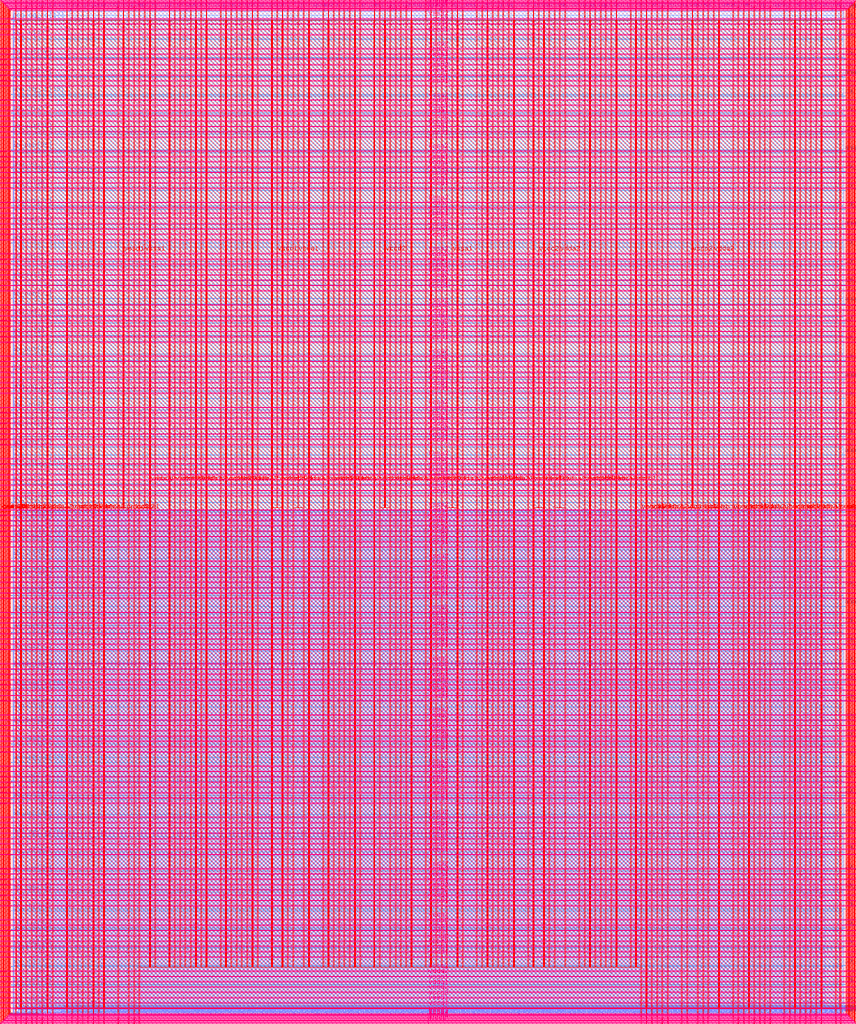
<source format=lef>
VERSION 5.7 ;
  NOWIREEXTENSIONATPIN ON ;
  DIVIDERCHAR "/" ;
  BUSBITCHARS "[]" ;
MACRO user_project_wrapper
  CLASS BLOCK ;
  FOREIGN user_project_wrapper ;
  ORIGIN 0.000 0.000 ;
  SIZE 2920.000 BY 3520.000 ;
  PIN analog_io[0]
    DIRECTION INOUT ;
    USE SIGNAL ;
    PORT
      LAYER met3 ;
        RECT 2917.600 1426.380 2924.800 1427.580 ;
    END
  END analog_io[0]
  PIN analog_io[10]
    DIRECTION INOUT ;
    USE SIGNAL ;
    PORT
      LAYER met2 ;
        RECT 2230.490 3517.600 2231.050 3524.800 ;
    END
  END analog_io[10]
  PIN analog_io[11]
    DIRECTION INOUT ;
    USE SIGNAL ;
    PORT
      LAYER met2 ;
        RECT 1905.730 3517.600 1906.290 3524.800 ;
    END
  END analog_io[11]
  PIN analog_io[12]
    DIRECTION INOUT ;
    USE SIGNAL ;
    PORT
      LAYER met2 ;
        RECT 1581.430 3517.600 1581.990 3524.800 ;
    END
  END analog_io[12]
  PIN analog_io[13]
    DIRECTION INOUT ;
    USE SIGNAL ;
    PORT
      LAYER met2 ;
        RECT 1257.130 3517.600 1257.690 3524.800 ;
    END
  END analog_io[13]
  PIN analog_io[14]
    DIRECTION INOUT ;
    USE SIGNAL ;
    PORT
      LAYER met2 ;
        RECT 932.370 3517.600 932.930 3524.800 ;
    END
  END analog_io[14]
  PIN analog_io[15]
    DIRECTION INOUT ;
    USE SIGNAL ;
    PORT
      LAYER met2 ;
        RECT 608.070 3517.600 608.630 3524.800 ;
    END
  END analog_io[15]
  PIN analog_io[16]
    DIRECTION INOUT ;
    USE SIGNAL ;
    PORT
      LAYER met2 ;
        RECT 283.770 3517.600 284.330 3524.800 ;
    END
  END analog_io[16]
  PIN analog_io[17]
    DIRECTION INOUT ;
    USE SIGNAL ;
    PORT
      LAYER met3 ;
        RECT -4.800 3486.100 2.400 3487.300 ;
    END
  END analog_io[17]
  PIN analog_io[18]
    DIRECTION INOUT ;
    USE SIGNAL ;
    PORT
      LAYER met3 ;
        RECT -4.800 3224.980 2.400 3226.180 ;
    END
  END analog_io[18]
  PIN analog_io[19]
    DIRECTION INOUT ;
    USE SIGNAL ;
    PORT
      LAYER met3 ;
        RECT -4.800 2964.540 2.400 2965.740 ;
    END
  END analog_io[19]
  PIN analog_io[1]
    DIRECTION INOUT ;
    USE SIGNAL ;
    PORT
      LAYER met3 ;
        RECT 2917.600 1692.260 2924.800 1693.460 ;
    END
  END analog_io[1]
  PIN analog_io[20]
    DIRECTION INOUT ;
    USE SIGNAL ;
    PORT
      LAYER met3 ;
        RECT -4.800 2703.420 2.400 2704.620 ;
    END
  END analog_io[20]
  PIN analog_io[21]
    DIRECTION INOUT ;
    USE SIGNAL ;
    PORT
      LAYER met3 ;
        RECT -4.800 2442.980 2.400 2444.180 ;
    END
  END analog_io[21]
  PIN analog_io[22]
    DIRECTION INOUT ;
    USE SIGNAL ;
    PORT
      LAYER met3 ;
        RECT -4.800 2182.540 2.400 2183.740 ;
    END
  END analog_io[22]
  PIN analog_io[23]
    DIRECTION INOUT ;
    USE SIGNAL ;
    PORT
      LAYER met3 ;
        RECT -4.800 1921.420 2.400 1922.620 ;
    END
  END analog_io[23]
  PIN analog_io[24]
    DIRECTION INOUT ;
    USE SIGNAL ;
    PORT
      LAYER met3 ;
        RECT -4.800 1660.980 2.400 1662.180 ;
    END
  END analog_io[24]
  PIN analog_io[25]
    DIRECTION INOUT ;
    USE SIGNAL ;
    PORT
      LAYER met3 ;
        RECT -4.800 1399.860 2.400 1401.060 ;
    END
  END analog_io[25]
  PIN analog_io[26]
    DIRECTION INOUT ;
    USE SIGNAL ;
    PORT
      LAYER met3 ;
        RECT -4.800 1139.420 2.400 1140.620 ;
    END
  END analog_io[26]
  PIN analog_io[27]
    DIRECTION INOUT ;
    USE SIGNAL ;
    PORT
      LAYER met3 ;
        RECT -4.800 878.980 2.400 880.180 ;
    END
  END analog_io[27]
  PIN analog_io[28]
    DIRECTION INOUT ;
    USE SIGNAL ;
    PORT
      LAYER met3 ;
        RECT -4.800 617.860 2.400 619.060 ;
    END
  END analog_io[28]
  PIN analog_io[2]
    DIRECTION INOUT ;
    USE SIGNAL ;
    PORT
      LAYER met3 ;
        RECT 2917.600 1958.140 2924.800 1959.340 ;
    END
  END analog_io[2]
  PIN analog_io[3]
    DIRECTION INOUT ;
    USE SIGNAL ;
    PORT
      LAYER met3 ;
        RECT 2917.600 2223.340 2924.800 2224.540 ;
    END
  END analog_io[3]
  PIN analog_io[4]
    DIRECTION INOUT ;
    USE SIGNAL ;
    PORT
      LAYER met3 ;
        RECT 2917.600 2489.220 2924.800 2490.420 ;
    END
  END analog_io[4]
  PIN analog_io[5]
    DIRECTION INOUT ;
    USE SIGNAL ;
    PORT
      LAYER met3 ;
        RECT 2917.600 2755.100 2924.800 2756.300 ;
    END
  END analog_io[5]
  PIN analog_io[6]
    DIRECTION INOUT ;
    USE SIGNAL ;
    PORT
      LAYER met3 ;
        RECT 2917.600 3020.300 2924.800 3021.500 ;
    END
  END analog_io[6]
  PIN analog_io[7]
    DIRECTION INOUT ;
    USE SIGNAL ;
    PORT
      LAYER met3 ;
        RECT 2917.600 3286.180 2924.800 3287.380 ;
    END
  END analog_io[7]
  PIN analog_io[8]
    DIRECTION INOUT ;
    USE SIGNAL ;
    PORT
      LAYER met2 ;
        RECT 2879.090 3517.600 2879.650 3524.800 ;
    END
  END analog_io[8]
  PIN analog_io[9]
    DIRECTION INOUT ;
    USE SIGNAL ;
    PORT
      LAYER met2 ;
        RECT 2554.790 3517.600 2555.350 3524.800 ;
    END
  END analog_io[9]
  PIN io_in[0]
    DIRECTION INPUT ;
    USE SIGNAL ;
    PORT
      LAYER met3 ;
        RECT 2917.600 32.380 2924.800 33.580 ;
    END
  END io_in[0]
  PIN io_in[10]
    DIRECTION INPUT ;
    USE SIGNAL ;
    PORT
      LAYER met3 ;
        RECT 2917.600 2289.980 2924.800 2291.180 ;
    END
  END io_in[10]
  PIN io_in[11]
    DIRECTION INPUT ;
    USE SIGNAL ;
    PORT
      LAYER met3 ;
        RECT 2917.600 2555.860 2924.800 2557.060 ;
    END
  END io_in[11]
  PIN io_in[12]
    DIRECTION INPUT ;
    USE SIGNAL ;
    PORT
      LAYER met3 ;
        RECT 2917.600 2821.060 2924.800 2822.260 ;
    END
  END io_in[12]
  PIN io_in[13]
    DIRECTION INPUT ;
    USE SIGNAL ;
    PORT
      LAYER met3 ;
        RECT 2917.600 3086.940 2924.800 3088.140 ;
    END
  END io_in[13]
  PIN io_in[14]
    DIRECTION INPUT ;
    USE SIGNAL ;
    PORT
      LAYER met3 ;
        RECT 2917.600 3352.820 2924.800 3354.020 ;
    END
  END io_in[14]
  PIN io_in[15]
    DIRECTION INPUT ;
    USE SIGNAL ;
    PORT
      LAYER met2 ;
        RECT 2798.130 3517.600 2798.690 3524.800 ;
    END
  END io_in[15]
  PIN io_in[16]
    DIRECTION INPUT ;
    USE SIGNAL ;
    PORT
      LAYER met2 ;
        RECT 2473.830 3517.600 2474.390 3524.800 ;
    END
  END io_in[16]
  PIN io_in[17]
    DIRECTION INPUT ;
    USE SIGNAL ;
    PORT
      LAYER met2 ;
        RECT 2149.070 3517.600 2149.630 3524.800 ;
    END
  END io_in[17]
  PIN io_in[18]
    DIRECTION INPUT ;
    USE SIGNAL ;
    PORT
      LAYER met2 ;
        RECT 1824.770 3517.600 1825.330 3524.800 ;
    END
  END io_in[18]
  PIN io_in[19]
    DIRECTION INPUT ;
    USE SIGNAL ;
    PORT
      LAYER met2 ;
        RECT 1500.470 3517.600 1501.030 3524.800 ;
    END
  END io_in[19]
  PIN io_in[1]
    DIRECTION INPUT ;
    USE SIGNAL ;
    PORT
      LAYER met3 ;
        RECT 2917.600 230.940 2924.800 232.140 ;
    END
  END io_in[1]
  PIN io_in[20]
    DIRECTION INPUT ;
    USE SIGNAL ;
    PORT
      LAYER met2 ;
        RECT 1175.710 3517.600 1176.270 3524.800 ;
    END
  END io_in[20]
  PIN io_in[21]
    DIRECTION INPUT ;
    USE SIGNAL ;
    PORT
      LAYER met2 ;
        RECT 851.410 3517.600 851.970 3524.800 ;
    END
  END io_in[21]
  PIN io_in[22]
    DIRECTION INPUT ;
    USE SIGNAL ;
    PORT
      LAYER met2 ;
        RECT 527.110 3517.600 527.670 3524.800 ;
    END
  END io_in[22]
  PIN io_in[23]
    DIRECTION INPUT ;
    USE SIGNAL ;
    PORT
      LAYER met2 ;
        RECT 202.350 3517.600 202.910 3524.800 ;
    END
  END io_in[23]
  PIN io_in[24]
    DIRECTION INPUT ;
    USE SIGNAL ;
    PORT
      LAYER met3 ;
        RECT -4.800 3420.820 2.400 3422.020 ;
    END
  END io_in[24]
  PIN io_in[25]
    DIRECTION INPUT ;
    USE SIGNAL ;
    PORT
      LAYER met3 ;
        RECT -4.800 3159.700 2.400 3160.900 ;
    END
  END io_in[25]
  PIN io_in[26]
    DIRECTION INPUT ;
    USE SIGNAL ;
    PORT
      LAYER met3 ;
        RECT -4.800 2899.260 2.400 2900.460 ;
    END
  END io_in[26]
  PIN io_in[27]
    DIRECTION INPUT ;
    USE SIGNAL ;
    PORT
      LAYER met3 ;
        RECT -4.800 2638.820 2.400 2640.020 ;
    END
  END io_in[27]
  PIN io_in[28]
    DIRECTION INPUT ;
    USE SIGNAL ;
    PORT
      LAYER met3 ;
        RECT -4.800 2377.700 2.400 2378.900 ;
    END
  END io_in[28]
  PIN io_in[29]
    DIRECTION INPUT ;
    USE SIGNAL ;
    PORT
      LAYER met3 ;
        RECT -4.800 2117.260 2.400 2118.460 ;
    END
  END io_in[29]
  PIN io_in[2]
    DIRECTION INPUT ;
    USE SIGNAL ;
    PORT
      LAYER met3 ;
        RECT 2917.600 430.180 2924.800 431.380 ;
    END
  END io_in[2]
  PIN io_in[30]
    DIRECTION INPUT ;
    USE SIGNAL ;
    PORT
      LAYER met3 ;
        RECT -4.800 1856.140 2.400 1857.340 ;
    END
  END io_in[30]
  PIN io_in[31]
    DIRECTION INPUT ;
    USE SIGNAL ;
    PORT
      LAYER met3 ;
        RECT -4.800 1595.700 2.400 1596.900 ;
    END
  END io_in[31]
  PIN io_in[32]
    DIRECTION INPUT ;
    USE SIGNAL ;
    PORT
      LAYER met3 ;
        RECT -4.800 1335.260 2.400 1336.460 ;
    END
  END io_in[32]
  PIN io_in[33]
    DIRECTION INPUT ;
    USE SIGNAL ;
    PORT
      LAYER met3 ;
        RECT -4.800 1074.140 2.400 1075.340 ;
    END
  END io_in[33]
  PIN io_in[34]
    DIRECTION INPUT ;
    USE SIGNAL ;
    PORT
      LAYER met3 ;
        RECT -4.800 813.700 2.400 814.900 ;
    END
  END io_in[34]
  PIN io_in[35]
    DIRECTION INPUT ;
    USE SIGNAL ;
    PORT
      LAYER met3 ;
        RECT -4.800 552.580 2.400 553.780 ;
    END
  END io_in[35]
  PIN io_in[36]
    DIRECTION INPUT ;
    USE SIGNAL ;
    PORT
      LAYER met3 ;
        RECT -4.800 357.420 2.400 358.620 ;
    END
  END io_in[36]
  PIN io_in[37]
    DIRECTION INPUT ;
    USE SIGNAL ;
    PORT
      LAYER met3 ;
        RECT -4.800 161.580 2.400 162.780 ;
    END
  END io_in[37]
  PIN io_in[3]
    DIRECTION INPUT ;
    USE SIGNAL ;
    PORT
      LAYER met3 ;
        RECT 2917.600 629.420 2924.800 630.620 ;
    END
  END io_in[3]
  PIN io_in[4]
    DIRECTION INPUT ;
    USE SIGNAL ;
    PORT
      LAYER met3 ;
        RECT 2917.600 828.660 2924.800 829.860 ;
    END
  END io_in[4]
  PIN io_in[5]
    DIRECTION INPUT ;
    USE SIGNAL ;
    PORT
      LAYER met3 ;
        RECT 2917.600 1027.900 2924.800 1029.100 ;
    END
  END io_in[5]
  PIN io_in[6]
    DIRECTION INPUT ;
    USE SIGNAL ;
    PORT
      LAYER met3 ;
        RECT 2917.600 1227.140 2924.800 1228.340 ;
    END
  END io_in[6]
  PIN io_in[7]
    DIRECTION INPUT ;
    USE SIGNAL ;
    PORT
      LAYER met3 ;
        RECT 2917.600 1493.020 2924.800 1494.220 ;
    END
  END io_in[7]
  PIN io_in[8]
    DIRECTION INPUT ;
    USE SIGNAL ;
    PORT
      LAYER met3 ;
        RECT 2917.600 1758.900 2924.800 1760.100 ;
    END
  END io_in[8]
  PIN io_in[9]
    DIRECTION INPUT ;
    USE SIGNAL ;
    PORT
      LAYER met3 ;
        RECT 2917.600 2024.100 2924.800 2025.300 ;
    END
  END io_in[9]
  PIN io_oeb[0]
    DIRECTION OUTPUT TRISTATE ;
    USE SIGNAL ;
    PORT
      LAYER met3 ;
        RECT 2917.600 164.980 2924.800 166.180 ;
    END
  END io_oeb[0]
  PIN io_oeb[10]
    DIRECTION OUTPUT TRISTATE ;
    USE SIGNAL ;
    PORT
      LAYER met3 ;
        RECT 2917.600 2422.580 2924.800 2423.780 ;
    END
  END io_oeb[10]
  PIN io_oeb[11]
    DIRECTION OUTPUT TRISTATE ;
    USE SIGNAL ;
    PORT
      LAYER met3 ;
        RECT 2917.600 2688.460 2924.800 2689.660 ;
    END
  END io_oeb[11]
  PIN io_oeb[12]
    DIRECTION OUTPUT TRISTATE ;
    USE SIGNAL ;
    PORT
      LAYER met3 ;
        RECT 2917.600 2954.340 2924.800 2955.540 ;
    END
  END io_oeb[12]
  PIN io_oeb[13]
    DIRECTION OUTPUT TRISTATE ;
    USE SIGNAL ;
    PORT
      LAYER met3 ;
        RECT 2917.600 3219.540 2924.800 3220.740 ;
    END
  END io_oeb[13]
  PIN io_oeb[14]
    DIRECTION OUTPUT TRISTATE ;
    USE SIGNAL ;
    PORT
      LAYER met3 ;
        RECT 2917.600 3485.420 2924.800 3486.620 ;
    END
  END io_oeb[14]
  PIN io_oeb[15]
    DIRECTION OUTPUT TRISTATE ;
    USE SIGNAL ;
    PORT
      LAYER met2 ;
        RECT 2635.750 3517.600 2636.310 3524.800 ;
    END
  END io_oeb[15]
  PIN io_oeb[16]
    DIRECTION OUTPUT TRISTATE ;
    USE SIGNAL ;
    PORT
      LAYER met2 ;
        RECT 2311.450 3517.600 2312.010 3524.800 ;
    END
  END io_oeb[16]
  PIN io_oeb[17]
    DIRECTION OUTPUT TRISTATE ;
    USE SIGNAL ;
    PORT
      LAYER met2 ;
        RECT 1987.150 3517.600 1987.710 3524.800 ;
    END
  END io_oeb[17]
  PIN io_oeb[18]
    DIRECTION OUTPUT TRISTATE ;
    USE SIGNAL ;
    PORT
      LAYER met2 ;
        RECT 1662.390 3517.600 1662.950 3524.800 ;
    END
  END io_oeb[18]
  PIN io_oeb[19]
    DIRECTION OUTPUT TRISTATE ;
    USE SIGNAL ;
    PORT
      LAYER met2 ;
        RECT 1338.090 3517.600 1338.650 3524.800 ;
    END
  END io_oeb[19]
  PIN io_oeb[1]
    DIRECTION OUTPUT TRISTATE ;
    USE SIGNAL ;
    PORT
      LAYER met3 ;
        RECT 2917.600 364.220 2924.800 365.420 ;
    END
  END io_oeb[1]
  PIN io_oeb[20]
    DIRECTION OUTPUT TRISTATE ;
    USE SIGNAL ;
    PORT
      LAYER met2 ;
        RECT 1013.790 3517.600 1014.350 3524.800 ;
    END
  END io_oeb[20]
  PIN io_oeb[21]
    DIRECTION OUTPUT TRISTATE ;
    USE SIGNAL ;
    PORT
      LAYER met2 ;
        RECT 689.030 3517.600 689.590 3524.800 ;
    END
  END io_oeb[21]
  PIN io_oeb[22]
    DIRECTION OUTPUT TRISTATE ;
    USE SIGNAL ;
    PORT
      LAYER met2 ;
        RECT 364.730 3517.600 365.290 3524.800 ;
    END
  END io_oeb[22]
  PIN io_oeb[23]
    DIRECTION OUTPUT TRISTATE ;
    USE SIGNAL ;
    PORT
      LAYER met2 ;
        RECT 40.430 3517.600 40.990 3524.800 ;
    END
  END io_oeb[23]
  PIN io_oeb[24]
    DIRECTION OUTPUT TRISTATE ;
    USE SIGNAL ;
    PORT
      LAYER met3 ;
        RECT -4.800 3290.260 2.400 3291.460 ;
    END
  END io_oeb[24]
  PIN io_oeb[25]
    DIRECTION OUTPUT TRISTATE ;
    USE SIGNAL ;
    PORT
      LAYER met3 ;
        RECT -4.800 3029.820 2.400 3031.020 ;
    END
  END io_oeb[25]
  PIN io_oeb[26]
    DIRECTION OUTPUT TRISTATE ;
    USE SIGNAL ;
    PORT
      LAYER met3 ;
        RECT -4.800 2768.700 2.400 2769.900 ;
    END
  END io_oeb[26]
  PIN io_oeb[27]
    DIRECTION OUTPUT TRISTATE ;
    USE SIGNAL ;
    PORT
      LAYER met3 ;
        RECT -4.800 2508.260 2.400 2509.460 ;
    END
  END io_oeb[27]
  PIN io_oeb[28]
    DIRECTION OUTPUT TRISTATE ;
    USE SIGNAL ;
    PORT
      LAYER met3 ;
        RECT -4.800 2247.140 2.400 2248.340 ;
    END
  END io_oeb[28]
  PIN io_oeb[29]
    DIRECTION OUTPUT TRISTATE ;
    USE SIGNAL ;
    PORT
      LAYER met3 ;
        RECT -4.800 1986.700 2.400 1987.900 ;
    END
  END io_oeb[29]
  PIN io_oeb[2]
    DIRECTION OUTPUT TRISTATE ;
    USE SIGNAL ;
    PORT
      LAYER met3 ;
        RECT 2917.600 563.460 2924.800 564.660 ;
    END
  END io_oeb[2]
  PIN io_oeb[30]
    DIRECTION OUTPUT TRISTATE ;
    USE SIGNAL ;
    PORT
      LAYER met3 ;
        RECT -4.800 1726.260 2.400 1727.460 ;
    END
  END io_oeb[30]
  PIN io_oeb[31]
    DIRECTION OUTPUT TRISTATE ;
    USE SIGNAL ;
    PORT
      LAYER met3 ;
        RECT -4.800 1465.140 2.400 1466.340 ;
    END
  END io_oeb[31]
  PIN io_oeb[32]
    DIRECTION OUTPUT TRISTATE ;
    USE SIGNAL ;
    PORT
      LAYER met3 ;
        RECT -4.800 1204.700 2.400 1205.900 ;
    END
  END io_oeb[32]
  PIN io_oeb[33]
    DIRECTION OUTPUT TRISTATE ;
    USE SIGNAL ;
    PORT
      LAYER met3 ;
        RECT -4.800 943.580 2.400 944.780 ;
    END
  END io_oeb[33]
  PIN io_oeb[34]
    DIRECTION OUTPUT TRISTATE ;
    USE SIGNAL ;
    PORT
      LAYER met3 ;
        RECT -4.800 683.140 2.400 684.340 ;
    END
  END io_oeb[34]
  PIN io_oeb[35]
    DIRECTION OUTPUT TRISTATE ;
    USE SIGNAL ;
    PORT
      LAYER met3 ;
        RECT -4.800 422.700 2.400 423.900 ;
    END
  END io_oeb[35]
  PIN io_oeb[36]
    DIRECTION OUTPUT TRISTATE ;
    USE SIGNAL ;
    PORT
      LAYER met3 ;
        RECT -4.800 226.860 2.400 228.060 ;
    END
  END io_oeb[36]
  PIN io_oeb[37]
    DIRECTION OUTPUT TRISTATE ;
    USE SIGNAL ;
    PORT
      LAYER met3 ;
        RECT -4.800 31.700 2.400 32.900 ;
    END
  END io_oeb[37]
  PIN io_oeb[3]
    DIRECTION OUTPUT TRISTATE ;
    USE SIGNAL ;
    PORT
      LAYER met3 ;
        RECT 2917.600 762.700 2924.800 763.900 ;
    END
  END io_oeb[3]
  PIN io_oeb[4]
    DIRECTION OUTPUT TRISTATE ;
    USE SIGNAL ;
    PORT
      LAYER met3 ;
        RECT 2917.600 961.940 2924.800 963.140 ;
    END
  END io_oeb[4]
  PIN io_oeb[5]
    DIRECTION OUTPUT TRISTATE ;
    USE SIGNAL ;
    PORT
      LAYER met3 ;
        RECT 2917.600 1161.180 2924.800 1162.380 ;
    END
  END io_oeb[5]
  PIN io_oeb[6]
    DIRECTION OUTPUT TRISTATE ;
    USE SIGNAL ;
    PORT
      LAYER met3 ;
        RECT 2917.600 1360.420 2924.800 1361.620 ;
    END
  END io_oeb[6]
  PIN io_oeb[7]
    DIRECTION OUTPUT TRISTATE ;
    USE SIGNAL ;
    PORT
      LAYER met3 ;
        RECT 2917.600 1625.620 2924.800 1626.820 ;
    END
  END io_oeb[7]
  PIN io_oeb[8]
    DIRECTION OUTPUT TRISTATE ;
    USE SIGNAL ;
    PORT
      LAYER met3 ;
        RECT 2917.600 1891.500 2924.800 1892.700 ;
    END
  END io_oeb[8]
  PIN io_oeb[9]
    DIRECTION OUTPUT TRISTATE ;
    USE SIGNAL ;
    PORT
      LAYER met3 ;
        RECT 2917.600 2157.380 2924.800 2158.580 ;
    END
  END io_oeb[9]
  PIN io_out[0]
    DIRECTION OUTPUT TRISTATE ;
    USE SIGNAL ;
    PORT
      LAYER met3 ;
        RECT 2917.600 98.340 2924.800 99.540 ;
    END
  END io_out[0]
  PIN io_out[10]
    DIRECTION OUTPUT TRISTATE ;
    USE SIGNAL ;
    PORT
      LAYER met3 ;
        RECT 2917.600 2356.620 2924.800 2357.820 ;
    END
  END io_out[10]
  PIN io_out[11]
    DIRECTION OUTPUT TRISTATE ;
    USE SIGNAL ;
    PORT
      LAYER met3 ;
        RECT 2917.600 2621.820 2924.800 2623.020 ;
    END
  END io_out[11]
  PIN io_out[12]
    DIRECTION OUTPUT TRISTATE ;
    USE SIGNAL ;
    PORT
      LAYER met3 ;
        RECT 2917.600 2887.700 2924.800 2888.900 ;
    END
  END io_out[12]
  PIN io_out[13]
    DIRECTION OUTPUT TRISTATE ;
    USE SIGNAL ;
    PORT
      LAYER met3 ;
        RECT 2917.600 3153.580 2924.800 3154.780 ;
    END
  END io_out[13]
  PIN io_out[14]
    DIRECTION OUTPUT TRISTATE ;
    USE SIGNAL ;
    PORT
      LAYER met3 ;
        RECT 2917.600 3418.780 2924.800 3419.980 ;
    END
  END io_out[14]
  PIN io_out[15]
    DIRECTION OUTPUT TRISTATE ;
    USE SIGNAL ;
    PORT
      LAYER met2 ;
        RECT 2717.170 3517.600 2717.730 3524.800 ;
    END
  END io_out[15]
  PIN io_out[16]
    DIRECTION OUTPUT TRISTATE ;
    USE SIGNAL ;
    PORT
      LAYER met2 ;
        RECT 2392.410 3517.600 2392.970 3524.800 ;
    END
  END io_out[16]
  PIN io_out[17]
    DIRECTION OUTPUT TRISTATE ;
    USE SIGNAL ;
    PORT
      LAYER met2 ;
        RECT 2068.110 3517.600 2068.670 3524.800 ;
    END
  END io_out[17]
  PIN io_out[18]
    DIRECTION OUTPUT TRISTATE ;
    USE SIGNAL ;
    PORT
      LAYER met2 ;
        RECT 1743.810 3517.600 1744.370 3524.800 ;
    END
  END io_out[18]
  PIN io_out[19]
    DIRECTION OUTPUT TRISTATE ;
    USE SIGNAL ;
    PORT
      LAYER met2 ;
        RECT 1419.050 3517.600 1419.610 3524.800 ;
    END
  END io_out[19]
  PIN io_out[1]
    DIRECTION OUTPUT TRISTATE ;
    USE SIGNAL ;
    PORT
      LAYER met3 ;
        RECT 2917.600 297.580 2924.800 298.780 ;
    END
  END io_out[1]
  PIN io_out[20]
    DIRECTION OUTPUT TRISTATE ;
    USE SIGNAL ;
    PORT
      LAYER met2 ;
        RECT 1094.750 3517.600 1095.310 3524.800 ;
    END
  END io_out[20]
  PIN io_out[21]
    DIRECTION OUTPUT TRISTATE ;
    USE SIGNAL ;
    PORT
      LAYER met2 ;
        RECT 770.450 3517.600 771.010 3524.800 ;
    END
  END io_out[21]
  PIN io_out[22]
    DIRECTION OUTPUT TRISTATE ;
    USE SIGNAL ;
    PORT
      LAYER met2 ;
        RECT 445.690 3517.600 446.250 3524.800 ;
    END
  END io_out[22]
  PIN io_out[23]
    DIRECTION OUTPUT TRISTATE ;
    USE SIGNAL ;
    PORT
      LAYER met2 ;
        RECT 121.390 3517.600 121.950 3524.800 ;
    END
  END io_out[23]
  PIN io_out[24]
    DIRECTION OUTPUT TRISTATE ;
    USE SIGNAL ;
    PORT
      LAYER met3 ;
        RECT -4.800 3355.540 2.400 3356.740 ;
    END
  END io_out[24]
  PIN io_out[25]
    DIRECTION OUTPUT TRISTATE ;
    USE SIGNAL ;
    PORT
      LAYER met3 ;
        RECT -4.800 3095.100 2.400 3096.300 ;
    END
  END io_out[25]
  PIN io_out[26]
    DIRECTION OUTPUT TRISTATE ;
    USE SIGNAL ;
    PORT
      LAYER met3 ;
        RECT -4.800 2833.980 2.400 2835.180 ;
    END
  END io_out[26]
  PIN io_out[27]
    DIRECTION OUTPUT TRISTATE ;
    USE SIGNAL ;
    PORT
      LAYER met3 ;
        RECT -4.800 2573.540 2.400 2574.740 ;
    END
  END io_out[27]
  PIN io_out[28]
    DIRECTION OUTPUT TRISTATE ;
    USE SIGNAL ;
    PORT
      LAYER met3 ;
        RECT -4.800 2312.420 2.400 2313.620 ;
    END
  END io_out[28]
  PIN io_out[29]
    DIRECTION OUTPUT TRISTATE ;
    USE SIGNAL ;
    PORT
      LAYER met3 ;
        RECT -4.800 2051.980 2.400 2053.180 ;
    END
  END io_out[29]
  PIN io_out[2]
    DIRECTION OUTPUT TRISTATE ;
    USE SIGNAL ;
    PORT
      LAYER met3 ;
        RECT 2917.600 496.820 2924.800 498.020 ;
    END
  END io_out[2]
  PIN io_out[30]
    DIRECTION OUTPUT TRISTATE ;
    USE SIGNAL ;
    PORT
      LAYER met3 ;
        RECT -4.800 1791.540 2.400 1792.740 ;
    END
  END io_out[30]
  PIN io_out[31]
    DIRECTION OUTPUT TRISTATE ;
    USE SIGNAL ;
    PORT
      LAYER met3 ;
        RECT -4.800 1530.420 2.400 1531.620 ;
    END
  END io_out[31]
  PIN io_out[32]
    DIRECTION OUTPUT TRISTATE ;
    USE SIGNAL ;
    PORT
      LAYER met3 ;
        RECT -4.800 1269.980 2.400 1271.180 ;
    END
  END io_out[32]
  PIN io_out[33]
    DIRECTION OUTPUT TRISTATE ;
    USE SIGNAL ;
    PORT
      LAYER met3 ;
        RECT -4.800 1008.860 2.400 1010.060 ;
    END
  END io_out[33]
  PIN io_out[34]
    DIRECTION OUTPUT TRISTATE ;
    USE SIGNAL ;
    PORT
      LAYER met3 ;
        RECT -4.800 748.420 2.400 749.620 ;
    END
  END io_out[34]
  PIN io_out[35]
    DIRECTION OUTPUT TRISTATE ;
    USE SIGNAL ;
    PORT
      LAYER met3 ;
        RECT -4.800 487.300 2.400 488.500 ;
    END
  END io_out[35]
  PIN io_out[36]
    DIRECTION OUTPUT TRISTATE ;
    USE SIGNAL ;
    PORT
      LAYER met3 ;
        RECT -4.800 292.140 2.400 293.340 ;
    END
  END io_out[36]
  PIN io_out[37]
    DIRECTION OUTPUT TRISTATE ;
    USE SIGNAL ;
    PORT
      LAYER met3 ;
        RECT -4.800 96.300 2.400 97.500 ;
    END
  END io_out[37]
  PIN io_out[3]
    DIRECTION OUTPUT TRISTATE ;
    USE SIGNAL ;
    PORT
      LAYER met3 ;
        RECT 2917.600 696.060 2924.800 697.260 ;
    END
  END io_out[3]
  PIN io_out[4]
    DIRECTION OUTPUT TRISTATE ;
    USE SIGNAL ;
    PORT
      LAYER met3 ;
        RECT 2917.600 895.300 2924.800 896.500 ;
    END
  END io_out[4]
  PIN io_out[5]
    DIRECTION OUTPUT TRISTATE ;
    USE SIGNAL ;
    PORT
      LAYER met3 ;
        RECT 2917.600 1094.540 2924.800 1095.740 ;
    END
  END io_out[5]
  PIN io_out[6]
    DIRECTION OUTPUT TRISTATE ;
    USE SIGNAL ;
    PORT
      LAYER met3 ;
        RECT 2917.600 1293.780 2924.800 1294.980 ;
    END
  END io_out[6]
  PIN io_out[7]
    DIRECTION OUTPUT TRISTATE ;
    USE SIGNAL ;
    PORT
      LAYER met3 ;
        RECT 2917.600 1559.660 2924.800 1560.860 ;
    END
  END io_out[7]
  PIN io_out[8]
    DIRECTION OUTPUT TRISTATE ;
    USE SIGNAL ;
    PORT
      LAYER met3 ;
        RECT 2917.600 1824.860 2924.800 1826.060 ;
    END
  END io_out[8]
  PIN io_out[9]
    DIRECTION OUTPUT TRISTATE ;
    USE SIGNAL ;
    PORT
      LAYER met3 ;
        RECT 2917.600 2090.740 2924.800 2091.940 ;
    END
  END io_out[9]
  PIN la_data_in[0]
    DIRECTION INPUT ;
    USE SIGNAL ;
    PORT
      LAYER met2 ;
        RECT 629.230 -4.800 629.790 2.400 ;
    END
  END la_data_in[0]
  PIN la_data_in[100]
    DIRECTION INPUT ;
    USE SIGNAL ;
    PORT
      LAYER met2 ;
        RECT 2402.530 -4.800 2403.090 2.400 ;
    END
  END la_data_in[100]
  PIN la_data_in[101]
    DIRECTION INPUT ;
    USE SIGNAL ;
    PORT
      LAYER met2 ;
        RECT 2420.010 -4.800 2420.570 2.400 ;
    END
  END la_data_in[101]
  PIN la_data_in[102]
    DIRECTION INPUT ;
    USE SIGNAL ;
    PORT
      LAYER met2 ;
        RECT 2437.950 -4.800 2438.510 2.400 ;
    END
  END la_data_in[102]
  PIN la_data_in[103]
    DIRECTION INPUT ;
    USE SIGNAL ;
    PORT
      LAYER met2 ;
        RECT 2455.430 -4.800 2455.990 2.400 ;
    END
  END la_data_in[103]
  PIN la_data_in[104]
    DIRECTION INPUT ;
    USE SIGNAL ;
    PORT
      LAYER met2 ;
        RECT 2473.370 -4.800 2473.930 2.400 ;
    END
  END la_data_in[104]
  PIN la_data_in[105]
    DIRECTION INPUT ;
    USE SIGNAL ;
    PORT
      LAYER met2 ;
        RECT 2490.850 -4.800 2491.410 2.400 ;
    END
  END la_data_in[105]
  PIN la_data_in[106]
    DIRECTION INPUT ;
    USE SIGNAL ;
    PORT
      LAYER met2 ;
        RECT 2508.790 -4.800 2509.350 2.400 ;
    END
  END la_data_in[106]
  PIN la_data_in[107]
    DIRECTION INPUT ;
    USE SIGNAL ;
    PORT
      LAYER met2 ;
        RECT 2526.730 -4.800 2527.290 2.400 ;
    END
  END la_data_in[107]
  PIN la_data_in[108]
    DIRECTION INPUT ;
    USE SIGNAL ;
    PORT
      LAYER met2 ;
        RECT 2544.210 -4.800 2544.770 2.400 ;
    END
  END la_data_in[108]
  PIN la_data_in[109]
    DIRECTION INPUT ;
    USE SIGNAL ;
    PORT
      LAYER met2 ;
        RECT 2562.150 -4.800 2562.710 2.400 ;
    END
  END la_data_in[109]
  PIN la_data_in[10]
    DIRECTION INPUT ;
    USE SIGNAL ;
    PORT
      LAYER met2 ;
        RECT 806.330 -4.800 806.890 2.400 ;
    END
  END la_data_in[10]
  PIN la_data_in[110]
    DIRECTION INPUT ;
    USE SIGNAL ;
    PORT
      LAYER met2 ;
        RECT 2579.630 -4.800 2580.190 2.400 ;
    END
  END la_data_in[110]
  PIN la_data_in[111]
    DIRECTION INPUT ;
    USE SIGNAL ;
    PORT
      LAYER met2 ;
        RECT 2597.570 -4.800 2598.130 2.400 ;
    END
  END la_data_in[111]
  PIN la_data_in[112]
    DIRECTION INPUT ;
    USE SIGNAL ;
    PORT
      LAYER met2 ;
        RECT 2615.050 -4.800 2615.610 2.400 ;
    END
  END la_data_in[112]
  PIN la_data_in[113]
    DIRECTION INPUT ;
    USE SIGNAL ;
    PORT
      LAYER met2 ;
        RECT 2632.990 -4.800 2633.550 2.400 ;
    END
  END la_data_in[113]
  PIN la_data_in[114]
    DIRECTION INPUT ;
    USE SIGNAL ;
    PORT
      LAYER met2 ;
        RECT 2650.470 -4.800 2651.030 2.400 ;
    END
  END la_data_in[114]
  PIN la_data_in[115]
    DIRECTION INPUT ;
    USE SIGNAL ;
    PORT
      LAYER met2 ;
        RECT 2668.410 -4.800 2668.970 2.400 ;
    END
  END la_data_in[115]
  PIN la_data_in[116]
    DIRECTION INPUT ;
    USE SIGNAL ;
    PORT
      LAYER met2 ;
        RECT 2685.890 -4.800 2686.450 2.400 ;
    END
  END la_data_in[116]
  PIN la_data_in[117]
    DIRECTION INPUT ;
    USE SIGNAL ;
    PORT
      LAYER met2 ;
        RECT 2703.830 -4.800 2704.390 2.400 ;
    END
  END la_data_in[117]
  PIN la_data_in[118]
    DIRECTION INPUT ;
    USE SIGNAL ;
    PORT
      LAYER met2 ;
        RECT 2721.770 -4.800 2722.330 2.400 ;
    END
  END la_data_in[118]
  PIN la_data_in[119]
    DIRECTION INPUT ;
    USE SIGNAL ;
    PORT
      LAYER met2 ;
        RECT 2739.250 -4.800 2739.810 2.400 ;
    END
  END la_data_in[119]
  PIN la_data_in[11]
    DIRECTION INPUT ;
    USE SIGNAL ;
    PORT
      LAYER met2 ;
        RECT 824.270 -4.800 824.830 2.400 ;
    END
  END la_data_in[11]
  PIN la_data_in[120]
    DIRECTION INPUT ;
    USE SIGNAL ;
    PORT
      LAYER met2 ;
        RECT 2757.190 -4.800 2757.750 2.400 ;
    END
  END la_data_in[120]
  PIN la_data_in[121]
    DIRECTION INPUT ;
    USE SIGNAL ;
    PORT
      LAYER met2 ;
        RECT 2774.670 -4.800 2775.230 2.400 ;
    END
  END la_data_in[121]
  PIN la_data_in[122]
    DIRECTION INPUT ;
    USE SIGNAL ;
    PORT
      LAYER met2 ;
        RECT 2792.610 -4.800 2793.170 2.400 ;
    END
  END la_data_in[122]
  PIN la_data_in[123]
    DIRECTION INPUT ;
    USE SIGNAL ;
    PORT
      LAYER met2 ;
        RECT 2810.090 -4.800 2810.650 2.400 ;
    END
  END la_data_in[123]
  PIN la_data_in[124]
    DIRECTION INPUT ;
    USE SIGNAL ;
    PORT
      LAYER met2 ;
        RECT 2828.030 -4.800 2828.590 2.400 ;
    END
  END la_data_in[124]
  PIN la_data_in[125]
    DIRECTION INPUT ;
    USE SIGNAL ;
    PORT
      LAYER met2 ;
        RECT 2845.510 -4.800 2846.070 2.400 ;
    END
  END la_data_in[125]
  PIN la_data_in[126]
    DIRECTION INPUT ;
    USE SIGNAL ;
    PORT
      LAYER met2 ;
        RECT 2863.450 -4.800 2864.010 2.400 ;
    END
  END la_data_in[126]
  PIN la_data_in[127]
    DIRECTION INPUT ;
    USE SIGNAL ;
    PORT
      LAYER met2 ;
        RECT 2881.390 -4.800 2881.950 2.400 ;
    END
  END la_data_in[127]
  PIN la_data_in[12]
    DIRECTION INPUT ;
    USE SIGNAL ;
    PORT
      LAYER met2 ;
        RECT 841.750 -4.800 842.310 2.400 ;
    END
  END la_data_in[12]
  PIN la_data_in[13]
    DIRECTION INPUT ;
    USE SIGNAL ;
    PORT
      LAYER met2 ;
        RECT 859.690 -4.800 860.250 2.400 ;
    END
  END la_data_in[13]
  PIN la_data_in[14]
    DIRECTION INPUT ;
    USE SIGNAL ;
    PORT
      LAYER met2 ;
        RECT 877.170 -4.800 877.730 2.400 ;
    END
  END la_data_in[14]
  PIN la_data_in[15]
    DIRECTION INPUT ;
    USE SIGNAL ;
    PORT
      LAYER met2 ;
        RECT 895.110 -4.800 895.670 2.400 ;
    END
  END la_data_in[15]
  PIN la_data_in[16]
    DIRECTION INPUT ;
    USE SIGNAL ;
    PORT
      LAYER met2 ;
        RECT 912.590 -4.800 913.150 2.400 ;
    END
  END la_data_in[16]
  PIN la_data_in[17]
    DIRECTION INPUT ;
    USE SIGNAL ;
    PORT
      LAYER met2 ;
        RECT 930.530 -4.800 931.090 2.400 ;
    END
  END la_data_in[17]
  PIN la_data_in[18]
    DIRECTION INPUT ;
    USE SIGNAL ;
    PORT
      LAYER met2 ;
        RECT 948.470 -4.800 949.030 2.400 ;
    END
  END la_data_in[18]
  PIN la_data_in[19]
    DIRECTION INPUT ;
    USE SIGNAL ;
    PORT
      LAYER met2 ;
        RECT 965.950 -4.800 966.510 2.400 ;
    END
  END la_data_in[19]
  PIN la_data_in[1]
    DIRECTION INPUT ;
    USE SIGNAL ;
    PORT
      LAYER met2 ;
        RECT 646.710 -4.800 647.270 2.400 ;
    END
  END la_data_in[1]
  PIN la_data_in[20]
    DIRECTION INPUT ;
    USE SIGNAL ;
    PORT
      LAYER met2 ;
        RECT 983.890 -4.800 984.450 2.400 ;
    END
  END la_data_in[20]
  PIN la_data_in[21]
    DIRECTION INPUT ;
    USE SIGNAL ;
    PORT
      LAYER met2 ;
        RECT 1001.370 -4.800 1001.930 2.400 ;
    END
  END la_data_in[21]
  PIN la_data_in[22]
    DIRECTION INPUT ;
    USE SIGNAL ;
    PORT
      LAYER met2 ;
        RECT 1019.310 -4.800 1019.870 2.400 ;
    END
  END la_data_in[22]
  PIN la_data_in[23]
    DIRECTION INPUT ;
    USE SIGNAL ;
    PORT
      LAYER met2 ;
        RECT 1036.790 -4.800 1037.350 2.400 ;
    END
  END la_data_in[23]
  PIN la_data_in[24]
    DIRECTION INPUT ;
    USE SIGNAL ;
    PORT
      LAYER met2 ;
        RECT 1054.730 -4.800 1055.290 2.400 ;
    END
  END la_data_in[24]
  PIN la_data_in[25]
    DIRECTION INPUT ;
    USE SIGNAL ;
    PORT
      LAYER met2 ;
        RECT 1072.210 -4.800 1072.770 2.400 ;
    END
  END la_data_in[25]
  PIN la_data_in[26]
    DIRECTION INPUT ;
    USE SIGNAL ;
    PORT
      LAYER met2 ;
        RECT 1090.150 -4.800 1090.710 2.400 ;
    END
  END la_data_in[26]
  PIN la_data_in[27]
    DIRECTION INPUT ;
    USE SIGNAL ;
    PORT
      LAYER met2 ;
        RECT 1107.630 -4.800 1108.190 2.400 ;
    END
  END la_data_in[27]
  PIN la_data_in[28]
    DIRECTION INPUT ;
    USE SIGNAL ;
    PORT
      LAYER met2 ;
        RECT 1125.570 -4.800 1126.130 2.400 ;
    END
  END la_data_in[28]
  PIN la_data_in[29]
    DIRECTION INPUT ;
    USE SIGNAL ;
    PORT
      LAYER met2 ;
        RECT 1143.510 -4.800 1144.070 2.400 ;
    END
  END la_data_in[29]
  PIN la_data_in[2]
    DIRECTION INPUT ;
    USE SIGNAL ;
    PORT
      LAYER met2 ;
        RECT 664.650 -4.800 665.210 2.400 ;
    END
  END la_data_in[2]
  PIN la_data_in[30]
    DIRECTION INPUT ;
    USE SIGNAL ;
    PORT
      LAYER met2 ;
        RECT 1160.990 -4.800 1161.550 2.400 ;
    END
  END la_data_in[30]
  PIN la_data_in[31]
    DIRECTION INPUT ;
    USE SIGNAL ;
    PORT
      LAYER met2 ;
        RECT 1178.930 -4.800 1179.490 2.400 ;
    END
  END la_data_in[31]
  PIN la_data_in[32]
    DIRECTION INPUT ;
    USE SIGNAL ;
    PORT
      LAYER met2 ;
        RECT 1196.410 -4.800 1196.970 2.400 ;
    END
  END la_data_in[32]
  PIN la_data_in[33]
    DIRECTION INPUT ;
    USE SIGNAL ;
    PORT
      LAYER met2 ;
        RECT 1214.350 -4.800 1214.910 2.400 ;
    END
  END la_data_in[33]
  PIN la_data_in[34]
    DIRECTION INPUT ;
    USE SIGNAL ;
    PORT
      LAYER met2 ;
        RECT 1231.830 -4.800 1232.390 2.400 ;
    END
  END la_data_in[34]
  PIN la_data_in[35]
    DIRECTION INPUT ;
    USE SIGNAL ;
    PORT
      LAYER met2 ;
        RECT 1249.770 -4.800 1250.330 2.400 ;
    END
  END la_data_in[35]
  PIN la_data_in[36]
    DIRECTION INPUT ;
    USE SIGNAL ;
    PORT
      LAYER met2 ;
        RECT 1267.250 -4.800 1267.810 2.400 ;
    END
  END la_data_in[36]
  PIN la_data_in[37]
    DIRECTION INPUT ;
    USE SIGNAL ;
    PORT
      LAYER met2 ;
        RECT 1285.190 -4.800 1285.750 2.400 ;
    END
  END la_data_in[37]
  PIN la_data_in[38]
    DIRECTION INPUT ;
    USE SIGNAL ;
    PORT
      LAYER met2 ;
        RECT 1303.130 -4.800 1303.690 2.400 ;
    END
  END la_data_in[38]
  PIN la_data_in[39]
    DIRECTION INPUT ;
    USE SIGNAL ;
    PORT
      LAYER met2 ;
        RECT 1320.610 -4.800 1321.170 2.400 ;
    END
  END la_data_in[39]
  PIN la_data_in[3]
    DIRECTION INPUT ;
    USE SIGNAL ;
    PORT
      LAYER met2 ;
        RECT 682.130 -4.800 682.690 2.400 ;
    END
  END la_data_in[3]
  PIN la_data_in[40]
    DIRECTION INPUT ;
    USE SIGNAL ;
    PORT
      LAYER met2 ;
        RECT 1338.550 -4.800 1339.110 2.400 ;
    END
  END la_data_in[40]
  PIN la_data_in[41]
    DIRECTION INPUT ;
    USE SIGNAL ;
    PORT
      LAYER met2 ;
        RECT 1356.030 -4.800 1356.590 2.400 ;
    END
  END la_data_in[41]
  PIN la_data_in[42]
    DIRECTION INPUT ;
    USE SIGNAL ;
    PORT
      LAYER met2 ;
        RECT 1373.970 -4.800 1374.530 2.400 ;
    END
  END la_data_in[42]
  PIN la_data_in[43]
    DIRECTION INPUT ;
    USE SIGNAL ;
    PORT
      LAYER met2 ;
        RECT 1391.450 -4.800 1392.010 2.400 ;
    END
  END la_data_in[43]
  PIN la_data_in[44]
    DIRECTION INPUT ;
    USE SIGNAL ;
    PORT
      LAYER met2 ;
        RECT 1409.390 -4.800 1409.950 2.400 ;
    END
  END la_data_in[44]
  PIN la_data_in[45]
    DIRECTION INPUT ;
    USE SIGNAL ;
    PORT
      LAYER met2 ;
        RECT 1426.870 -4.800 1427.430 2.400 ;
    END
  END la_data_in[45]
  PIN la_data_in[46]
    DIRECTION INPUT ;
    USE SIGNAL ;
    PORT
      LAYER met2 ;
        RECT 1444.810 -4.800 1445.370 2.400 ;
    END
  END la_data_in[46]
  PIN la_data_in[47]
    DIRECTION INPUT ;
    USE SIGNAL ;
    PORT
      LAYER met2 ;
        RECT 1462.750 -4.800 1463.310 2.400 ;
    END
  END la_data_in[47]
  PIN la_data_in[48]
    DIRECTION INPUT ;
    USE SIGNAL ;
    PORT
      LAYER met2 ;
        RECT 1480.230 -4.800 1480.790 2.400 ;
    END
  END la_data_in[48]
  PIN la_data_in[49]
    DIRECTION INPUT ;
    USE SIGNAL ;
    PORT
      LAYER met2 ;
        RECT 1498.170 -4.800 1498.730 2.400 ;
    END
  END la_data_in[49]
  PIN la_data_in[4]
    DIRECTION INPUT ;
    USE SIGNAL ;
    PORT
      LAYER met2 ;
        RECT 700.070 -4.800 700.630 2.400 ;
    END
  END la_data_in[4]
  PIN la_data_in[50]
    DIRECTION INPUT ;
    USE SIGNAL ;
    PORT
      LAYER met2 ;
        RECT 1515.650 -4.800 1516.210 2.400 ;
    END
  END la_data_in[50]
  PIN la_data_in[51]
    DIRECTION INPUT ;
    USE SIGNAL ;
    PORT
      LAYER met2 ;
        RECT 1533.590 -4.800 1534.150 2.400 ;
    END
  END la_data_in[51]
  PIN la_data_in[52]
    DIRECTION INPUT ;
    USE SIGNAL ;
    PORT
      LAYER met2 ;
        RECT 1551.070 -4.800 1551.630 2.400 ;
    END
  END la_data_in[52]
  PIN la_data_in[53]
    DIRECTION INPUT ;
    USE SIGNAL ;
    PORT
      LAYER met2 ;
        RECT 1569.010 -4.800 1569.570 2.400 ;
    END
  END la_data_in[53]
  PIN la_data_in[54]
    DIRECTION INPUT ;
    USE SIGNAL ;
    PORT
      LAYER met2 ;
        RECT 1586.490 -4.800 1587.050 2.400 ;
    END
  END la_data_in[54]
  PIN la_data_in[55]
    DIRECTION INPUT ;
    USE SIGNAL ;
    PORT
      LAYER met2 ;
        RECT 1604.430 -4.800 1604.990 2.400 ;
    END
  END la_data_in[55]
  PIN la_data_in[56]
    DIRECTION INPUT ;
    USE SIGNAL ;
    PORT
      LAYER met2 ;
        RECT 1621.910 -4.800 1622.470 2.400 ;
    END
  END la_data_in[56]
  PIN la_data_in[57]
    DIRECTION INPUT ;
    USE SIGNAL ;
    PORT
      LAYER met2 ;
        RECT 1639.850 -4.800 1640.410 2.400 ;
    END
  END la_data_in[57]
  PIN la_data_in[58]
    DIRECTION INPUT ;
    USE SIGNAL ;
    PORT
      LAYER met2 ;
        RECT 1657.790 -4.800 1658.350 2.400 ;
    END
  END la_data_in[58]
  PIN la_data_in[59]
    DIRECTION INPUT ;
    USE SIGNAL ;
    PORT
      LAYER met2 ;
        RECT 1675.270 -4.800 1675.830 2.400 ;
    END
  END la_data_in[59]
  PIN la_data_in[5]
    DIRECTION INPUT ;
    USE SIGNAL ;
    PORT
      LAYER met2 ;
        RECT 717.550 -4.800 718.110 2.400 ;
    END
  END la_data_in[5]
  PIN la_data_in[60]
    DIRECTION INPUT ;
    USE SIGNAL ;
    PORT
      LAYER met2 ;
        RECT 1693.210 -4.800 1693.770 2.400 ;
    END
  END la_data_in[60]
  PIN la_data_in[61]
    DIRECTION INPUT ;
    USE SIGNAL ;
    PORT
      LAYER met2 ;
        RECT 1710.690 -4.800 1711.250 2.400 ;
    END
  END la_data_in[61]
  PIN la_data_in[62]
    DIRECTION INPUT ;
    USE SIGNAL ;
    PORT
      LAYER met2 ;
        RECT 1728.630 -4.800 1729.190 2.400 ;
    END
  END la_data_in[62]
  PIN la_data_in[63]
    DIRECTION INPUT ;
    USE SIGNAL ;
    PORT
      LAYER met2 ;
        RECT 1746.110 -4.800 1746.670 2.400 ;
    END
  END la_data_in[63]
  PIN la_data_in[64]
    DIRECTION INPUT ;
    USE SIGNAL ;
    PORT
      LAYER met2 ;
        RECT 1764.050 -4.800 1764.610 2.400 ;
    END
  END la_data_in[64]
  PIN la_data_in[65]
    DIRECTION INPUT ;
    USE SIGNAL ;
    PORT
      LAYER met2 ;
        RECT 1781.530 -4.800 1782.090 2.400 ;
    END
  END la_data_in[65]
  PIN la_data_in[66]
    DIRECTION INPUT ;
    USE SIGNAL ;
    PORT
      LAYER met2 ;
        RECT 1799.470 -4.800 1800.030 2.400 ;
    END
  END la_data_in[66]
  PIN la_data_in[67]
    DIRECTION INPUT ;
    USE SIGNAL ;
    PORT
      LAYER met2 ;
        RECT 1817.410 -4.800 1817.970 2.400 ;
    END
  END la_data_in[67]
  PIN la_data_in[68]
    DIRECTION INPUT ;
    USE SIGNAL ;
    PORT
      LAYER met2 ;
        RECT 1834.890 -4.800 1835.450 2.400 ;
    END
  END la_data_in[68]
  PIN la_data_in[69]
    DIRECTION INPUT ;
    USE SIGNAL ;
    PORT
      LAYER met2 ;
        RECT 1852.830 -4.800 1853.390 2.400 ;
    END
  END la_data_in[69]
  PIN la_data_in[6]
    DIRECTION INPUT ;
    USE SIGNAL ;
    PORT
      LAYER met2 ;
        RECT 735.490 -4.800 736.050 2.400 ;
    END
  END la_data_in[6]
  PIN la_data_in[70]
    DIRECTION INPUT ;
    USE SIGNAL ;
    PORT
      LAYER met2 ;
        RECT 1870.310 -4.800 1870.870 2.400 ;
    END
  END la_data_in[70]
  PIN la_data_in[71]
    DIRECTION INPUT ;
    USE SIGNAL ;
    PORT
      LAYER met2 ;
        RECT 1888.250 -4.800 1888.810 2.400 ;
    END
  END la_data_in[71]
  PIN la_data_in[72]
    DIRECTION INPUT ;
    USE SIGNAL ;
    PORT
      LAYER met2 ;
        RECT 1905.730 -4.800 1906.290 2.400 ;
    END
  END la_data_in[72]
  PIN la_data_in[73]
    DIRECTION INPUT ;
    USE SIGNAL ;
    PORT
      LAYER met2 ;
        RECT 1923.670 -4.800 1924.230 2.400 ;
    END
  END la_data_in[73]
  PIN la_data_in[74]
    DIRECTION INPUT ;
    USE SIGNAL ;
    PORT
      LAYER met2 ;
        RECT 1941.150 -4.800 1941.710 2.400 ;
    END
  END la_data_in[74]
  PIN la_data_in[75]
    DIRECTION INPUT ;
    USE SIGNAL ;
    PORT
      LAYER met2 ;
        RECT 1959.090 -4.800 1959.650 2.400 ;
    END
  END la_data_in[75]
  PIN la_data_in[76]
    DIRECTION INPUT ;
    USE SIGNAL ;
    PORT
      LAYER met2 ;
        RECT 1976.570 -4.800 1977.130 2.400 ;
    END
  END la_data_in[76]
  PIN la_data_in[77]
    DIRECTION INPUT ;
    USE SIGNAL ;
    PORT
      LAYER met2 ;
        RECT 1994.510 -4.800 1995.070 2.400 ;
    END
  END la_data_in[77]
  PIN la_data_in[78]
    DIRECTION INPUT ;
    USE SIGNAL ;
    PORT
      LAYER met2 ;
        RECT 2012.450 -4.800 2013.010 2.400 ;
    END
  END la_data_in[78]
  PIN la_data_in[79]
    DIRECTION INPUT ;
    USE SIGNAL ;
    PORT
      LAYER met2 ;
        RECT 2029.930 -4.800 2030.490 2.400 ;
    END
  END la_data_in[79]
  PIN la_data_in[7]
    DIRECTION INPUT ;
    USE SIGNAL ;
    PORT
      LAYER met2 ;
        RECT 752.970 -4.800 753.530 2.400 ;
    END
  END la_data_in[7]
  PIN la_data_in[80]
    DIRECTION INPUT ;
    USE SIGNAL ;
    PORT
      LAYER met2 ;
        RECT 2047.870 -4.800 2048.430 2.400 ;
    END
  END la_data_in[80]
  PIN la_data_in[81]
    DIRECTION INPUT ;
    USE SIGNAL ;
    PORT
      LAYER met2 ;
        RECT 2065.350 -4.800 2065.910 2.400 ;
    END
  END la_data_in[81]
  PIN la_data_in[82]
    DIRECTION INPUT ;
    USE SIGNAL ;
    PORT
      LAYER met2 ;
        RECT 2083.290 -4.800 2083.850 2.400 ;
    END
  END la_data_in[82]
  PIN la_data_in[83]
    DIRECTION INPUT ;
    USE SIGNAL ;
    PORT
      LAYER met2 ;
        RECT 2100.770 -4.800 2101.330 2.400 ;
    END
  END la_data_in[83]
  PIN la_data_in[84]
    DIRECTION INPUT ;
    USE SIGNAL ;
    PORT
      LAYER met2 ;
        RECT 2118.710 -4.800 2119.270 2.400 ;
    END
  END la_data_in[84]
  PIN la_data_in[85]
    DIRECTION INPUT ;
    USE SIGNAL ;
    PORT
      LAYER met2 ;
        RECT 2136.190 -4.800 2136.750 2.400 ;
    END
  END la_data_in[85]
  PIN la_data_in[86]
    DIRECTION INPUT ;
    USE SIGNAL ;
    PORT
      LAYER met2 ;
        RECT 2154.130 -4.800 2154.690 2.400 ;
    END
  END la_data_in[86]
  PIN la_data_in[87]
    DIRECTION INPUT ;
    USE SIGNAL ;
    PORT
      LAYER met2 ;
        RECT 2172.070 -4.800 2172.630 2.400 ;
    END
  END la_data_in[87]
  PIN la_data_in[88]
    DIRECTION INPUT ;
    USE SIGNAL ;
    PORT
      LAYER met2 ;
        RECT 2189.550 -4.800 2190.110 2.400 ;
    END
  END la_data_in[88]
  PIN la_data_in[89]
    DIRECTION INPUT ;
    USE SIGNAL ;
    PORT
      LAYER met2 ;
        RECT 2207.490 -4.800 2208.050 2.400 ;
    END
  END la_data_in[89]
  PIN la_data_in[8]
    DIRECTION INPUT ;
    USE SIGNAL ;
    PORT
      LAYER met2 ;
        RECT 770.910 -4.800 771.470 2.400 ;
    END
  END la_data_in[8]
  PIN la_data_in[90]
    DIRECTION INPUT ;
    USE SIGNAL ;
    PORT
      LAYER met2 ;
        RECT 2224.970 -4.800 2225.530 2.400 ;
    END
  END la_data_in[90]
  PIN la_data_in[91]
    DIRECTION INPUT ;
    USE SIGNAL ;
    PORT
      LAYER met2 ;
        RECT 2242.910 -4.800 2243.470 2.400 ;
    END
  END la_data_in[91]
  PIN la_data_in[92]
    DIRECTION INPUT ;
    USE SIGNAL ;
    PORT
      LAYER met2 ;
        RECT 2260.390 -4.800 2260.950 2.400 ;
    END
  END la_data_in[92]
  PIN la_data_in[93]
    DIRECTION INPUT ;
    USE SIGNAL ;
    PORT
      LAYER met2 ;
        RECT 2278.330 -4.800 2278.890 2.400 ;
    END
  END la_data_in[93]
  PIN la_data_in[94]
    DIRECTION INPUT ;
    USE SIGNAL ;
    PORT
      LAYER met2 ;
        RECT 2295.810 -4.800 2296.370 2.400 ;
    END
  END la_data_in[94]
  PIN la_data_in[95]
    DIRECTION INPUT ;
    USE SIGNAL ;
    PORT
      LAYER met2 ;
        RECT 2313.750 -4.800 2314.310 2.400 ;
    END
  END la_data_in[95]
  PIN la_data_in[96]
    DIRECTION INPUT ;
    USE SIGNAL ;
    PORT
      LAYER met2 ;
        RECT 2331.230 -4.800 2331.790 2.400 ;
    END
  END la_data_in[96]
  PIN la_data_in[97]
    DIRECTION INPUT ;
    USE SIGNAL ;
    PORT
      LAYER met2 ;
        RECT 2349.170 -4.800 2349.730 2.400 ;
    END
  END la_data_in[97]
  PIN la_data_in[98]
    DIRECTION INPUT ;
    USE SIGNAL ;
    PORT
      LAYER met2 ;
        RECT 2367.110 -4.800 2367.670 2.400 ;
    END
  END la_data_in[98]
  PIN la_data_in[99]
    DIRECTION INPUT ;
    USE SIGNAL ;
    PORT
      LAYER met2 ;
        RECT 2384.590 -4.800 2385.150 2.400 ;
    END
  END la_data_in[99]
  PIN la_data_in[9]
    DIRECTION INPUT ;
    USE SIGNAL ;
    PORT
      LAYER met2 ;
        RECT 788.850 -4.800 789.410 2.400 ;
    END
  END la_data_in[9]
  PIN la_data_out[0]
    DIRECTION OUTPUT TRISTATE ;
    USE SIGNAL ;
    PORT
      LAYER met2 ;
        RECT 634.750 -4.800 635.310 2.400 ;
    END
  END la_data_out[0]
  PIN la_data_out[100]
    DIRECTION OUTPUT TRISTATE ;
    USE SIGNAL ;
    PORT
      LAYER met2 ;
        RECT 2408.510 -4.800 2409.070 2.400 ;
    END
  END la_data_out[100]
  PIN la_data_out[101]
    DIRECTION OUTPUT TRISTATE ;
    USE SIGNAL ;
    PORT
      LAYER met2 ;
        RECT 2425.990 -4.800 2426.550 2.400 ;
    END
  END la_data_out[101]
  PIN la_data_out[102]
    DIRECTION OUTPUT TRISTATE ;
    USE SIGNAL ;
    PORT
      LAYER met2 ;
        RECT 2443.930 -4.800 2444.490 2.400 ;
    END
  END la_data_out[102]
  PIN la_data_out[103]
    DIRECTION OUTPUT TRISTATE ;
    USE SIGNAL ;
    PORT
      LAYER met2 ;
        RECT 2461.410 -4.800 2461.970 2.400 ;
    END
  END la_data_out[103]
  PIN la_data_out[104]
    DIRECTION OUTPUT TRISTATE ;
    USE SIGNAL ;
    PORT
      LAYER met2 ;
        RECT 2479.350 -4.800 2479.910 2.400 ;
    END
  END la_data_out[104]
  PIN la_data_out[105]
    DIRECTION OUTPUT TRISTATE ;
    USE SIGNAL ;
    PORT
      LAYER met2 ;
        RECT 2496.830 -4.800 2497.390 2.400 ;
    END
  END la_data_out[105]
  PIN la_data_out[106]
    DIRECTION OUTPUT TRISTATE ;
    USE SIGNAL ;
    PORT
      LAYER met2 ;
        RECT 2514.770 -4.800 2515.330 2.400 ;
    END
  END la_data_out[106]
  PIN la_data_out[107]
    DIRECTION OUTPUT TRISTATE ;
    USE SIGNAL ;
    PORT
      LAYER met2 ;
        RECT 2532.250 -4.800 2532.810 2.400 ;
    END
  END la_data_out[107]
  PIN la_data_out[108]
    DIRECTION OUTPUT TRISTATE ;
    USE SIGNAL ;
    PORT
      LAYER met2 ;
        RECT 2550.190 -4.800 2550.750 2.400 ;
    END
  END la_data_out[108]
  PIN la_data_out[109]
    DIRECTION OUTPUT TRISTATE ;
    USE SIGNAL ;
    PORT
      LAYER met2 ;
        RECT 2567.670 -4.800 2568.230 2.400 ;
    END
  END la_data_out[109]
  PIN la_data_out[10]
    DIRECTION OUTPUT TRISTATE ;
    USE SIGNAL ;
    PORT
      LAYER met2 ;
        RECT 812.310 -4.800 812.870 2.400 ;
    END
  END la_data_out[10]
  PIN la_data_out[110]
    DIRECTION OUTPUT TRISTATE ;
    USE SIGNAL ;
    PORT
      LAYER met2 ;
        RECT 2585.610 -4.800 2586.170 2.400 ;
    END
  END la_data_out[110]
  PIN la_data_out[111]
    DIRECTION OUTPUT TRISTATE ;
    USE SIGNAL ;
    PORT
      LAYER met2 ;
        RECT 2603.550 -4.800 2604.110 2.400 ;
    END
  END la_data_out[111]
  PIN la_data_out[112]
    DIRECTION OUTPUT TRISTATE ;
    USE SIGNAL ;
    PORT
      LAYER met2 ;
        RECT 2621.030 -4.800 2621.590 2.400 ;
    END
  END la_data_out[112]
  PIN la_data_out[113]
    DIRECTION OUTPUT TRISTATE ;
    USE SIGNAL ;
    PORT
      LAYER met2 ;
        RECT 2638.970 -4.800 2639.530 2.400 ;
    END
  END la_data_out[113]
  PIN la_data_out[114]
    DIRECTION OUTPUT TRISTATE ;
    USE SIGNAL ;
    PORT
      LAYER met2 ;
        RECT 2656.450 -4.800 2657.010 2.400 ;
    END
  END la_data_out[114]
  PIN la_data_out[115]
    DIRECTION OUTPUT TRISTATE ;
    USE SIGNAL ;
    PORT
      LAYER met2 ;
        RECT 2674.390 -4.800 2674.950 2.400 ;
    END
  END la_data_out[115]
  PIN la_data_out[116]
    DIRECTION OUTPUT TRISTATE ;
    USE SIGNAL ;
    PORT
      LAYER met2 ;
        RECT 2691.870 -4.800 2692.430 2.400 ;
    END
  END la_data_out[116]
  PIN la_data_out[117]
    DIRECTION OUTPUT TRISTATE ;
    USE SIGNAL ;
    PORT
      LAYER met2 ;
        RECT 2709.810 -4.800 2710.370 2.400 ;
    END
  END la_data_out[117]
  PIN la_data_out[118]
    DIRECTION OUTPUT TRISTATE ;
    USE SIGNAL ;
    PORT
      LAYER met2 ;
        RECT 2727.290 -4.800 2727.850 2.400 ;
    END
  END la_data_out[118]
  PIN la_data_out[119]
    DIRECTION OUTPUT TRISTATE ;
    USE SIGNAL ;
    PORT
      LAYER met2 ;
        RECT 2745.230 -4.800 2745.790 2.400 ;
    END
  END la_data_out[119]
  PIN la_data_out[11]
    DIRECTION OUTPUT TRISTATE ;
    USE SIGNAL ;
    PORT
      LAYER met2 ;
        RECT 830.250 -4.800 830.810 2.400 ;
    END
  END la_data_out[11]
  PIN la_data_out[120]
    DIRECTION OUTPUT TRISTATE ;
    USE SIGNAL ;
    PORT
      LAYER met2 ;
        RECT 2763.170 -4.800 2763.730 2.400 ;
    END
  END la_data_out[120]
  PIN la_data_out[121]
    DIRECTION OUTPUT TRISTATE ;
    USE SIGNAL ;
    PORT
      LAYER met2 ;
        RECT 2780.650 -4.800 2781.210 2.400 ;
    END
  END la_data_out[121]
  PIN la_data_out[122]
    DIRECTION OUTPUT TRISTATE ;
    USE SIGNAL ;
    PORT
      LAYER met2 ;
        RECT 2798.590 -4.800 2799.150 2.400 ;
    END
  END la_data_out[122]
  PIN la_data_out[123]
    DIRECTION OUTPUT TRISTATE ;
    USE SIGNAL ;
    PORT
      LAYER met2 ;
        RECT 2816.070 -4.800 2816.630 2.400 ;
    END
  END la_data_out[123]
  PIN la_data_out[124]
    DIRECTION OUTPUT TRISTATE ;
    USE SIGNAL ;
    PORT
      LAYER met2 ;
        RECT 2834.010 -4.800 2834.570 2.400 ;
    END
  END la_data_out[124]
  PIN la_data_out[125]
    DIRECTION OUTPUT TRISTATE ;
    USE SIGNAL ;
    PORT
      LAYER met2 ;
        RECT 2851.490 -4.800 2852.050 2.400 ;
    END
  END la_data_out[125]
  PIN la_data_out[126]
    DIRECTION OUTPUT TRISTATE ;
    USE SIGNAL ;
    PORT
      LAYER met2 ;
        RECT 2869.430 -4.800 2869.990 2.400 ;
    END
  END la_data_out[126]
  PIN la_data_out[127]
    DIRECTION OUTPUT TRISTATE ;
    USE SIGNAL ;
    PORT
      LAYER met2 ;
        RECT 2886.910 -4.800 2887.470 2.400 ;
    END
  END la_data_out[127]
  PIN la_data_out[12]
    DIRECTION OUTPUT TRISTATE ;
    USE SIGNAL ;
    PORT
      LAYER met2 ;
        RECT 847.730 -4.800 848.290 2.400 ;
    END
  END la_data_out[12]
  PIN la_data_out[13]
    DIRECTION OUTPUT TRISTATE ;
    USE SIGNAL ;
    PORT
      LAYER met2 ;
        RECT 865.670 -4.800 866.230 2.400 ;
    END
  END la_data_out[13]
  PIN la_data_out[14]
    DIRECTION OUTPUT TRISTATE ;
    USE SIGNAL ;
    PORT
      LAYER met2 ;
        RECT 883.150 -4.800 883.710 2.400 ;
    END
  END la_data_out[14]
  PIN la_data_out[15]
    DIRECTION OUTPUT TRISTATE ;
    USE SIGNAL ;
    PORT
      LAYER met2 ;
        RECT 901.090 -4.800 901.650 2.400 ;
    END
  END la_data_out[15]
  PIN la_data_out[16]
    DIRECTION OUTPUT TRISTATE ;
    USE SIGNAL ;
    PORT
      LAYER met2 ;
        RECT 918.570 -4.800 919.130 2.400 ;
    END
  END la_data_out[16]
  PIN la_data_out[17]
    DIRECTION OUTPUT TRISTATE ;
    USE SIGNAL ;
    PORT
      LAYER met2 ;
        RECT 936.510 -4.800 937.070 2.400 ;
    END
  END la_data_out[17]
  PIN la_data_out[18]
    DIRECTION OUTPUT TRISTATE ;
    USE SIGNAL ;
    PORT
      LAYER met2 ;
        RECT 953.990 -4.800 954.550 2.400 ;
    END
  END la_data_out[18]
  PIN la_data_out[19]
    DIRECTION OUTPUT TRISTATE ;
    USE SIGNAL ;
    PORT
      LAYER met2 ;
        RECT 971.930 -4.800 972.490 2.400 ;
    END
  END la_data_out[19]
  PIN la_data_out[1]
    DIRECTION OUTPUT TRISTATE ;
    USE SIGNAL ;
    PORT
      LAYER met2 ;
        RECT 652.690 -4.800 653.250 2.400 ;
    END
  END la_data_out[1]
  PIN la_data_out[20]
    DIRECTION OUTPUT TRISTATE ;
    USE SIGNAL ;
    PORT
      LAYER met2 ;
        RECT 989.410 -4.800 989.970 2.400 ;
    END
  END la_data_out[20]
  PIN la_data_out[21]
    DIRECTION OUTPUT TRISTATE ;
    USE SIGNAL ;
    PORT
      LAYER met2 ;
        RECT 1007.350 -4.800 1007.910 2.400 ;
    END
  END la_data_out[21]
  PIN la_data_out[22]
    DIRECTION OUTPUT TRISTATE ;
    USE SIGNAL ;
    PORT
      LAYER met2 ;
        RECT 1025.290 -4.800 1025.850 2.400 ;
    END
  END la_data_out[22]
  PIN la_data_out[23]
    DIRECTION OUTPUT TRISTATE ;
    USE SIGNAL ;
    PORT
      LAYER met2 ;
        RECT 1042.770 -4.800 1043.330 2.400 ;
    END
  END la_data_out[23]
  PIN la_data_out[24]
    DIRECTION OUTPUT TRISTATE ;
    USE SIGNAL ;
    PORT
      LAYER met2 ;
        RECT 1060.710 -4.800 1061.270 2.400 ;
    END
  END la_data_out[24]
  PIN la_data_out[25]
    DIRECTION OUTPUT TRISTATE ;
    USE SIGNAL ;
    PORT
      LAYER met2 ;
        RECT 1078.190 -4.800 1078.750 2.400 ;
    END
  END la_data_out[25]
  PIN la_data_out[26]
    DIRECTION OUTPUT TRISTATE ;
    USE SIGNAL ;
    PORT
      LAYER met2 ;
        RECT 1096.130 -4.800 1096.690 2.400 ;
    END
  END la_data_out[26]
  PIN la_data_out[27]
    DIRECTION OUTPUT TRISTATE ;
    USE SIGNAL ;
    PORT
      LAYER met2 ;
        RECT 1113.610 -4.800 1114.170 2.400 ;
    END
  END la_data_out[27]
  PIN la_data_out[28]
    DIRECTION OUTPUT TRISTATE ;
    USE SIGNAL ;
    PORT
      LAYER met2 ;
        RECT 1131.550 -4.800 1132.110 2.400 ;
    END
  END la_data_out[28]
  PIN la_data_out[29]
    DIRECTION OUTPUT TRISTATE ;
    USE SIGNAL ;
    PORT
      LAYER met2 ;
        RECT 1149.030 -4.800 1149.590 2.400 ;
    END
  END la_data_out[29]
  PIN la_data_out[2]
    DIRECTION OUTPUT TRISTATE ;
    USE SIGNAL ;
    PORT
      LAYER met2 ;
        RECT 670.630 -4.800 671.190 2.400 ;
    END
  END la_data_out[2]
  PIN la_data_out[30]
    DIRECTION OUTPUT TRISTATE ;
    USE SIGNAL ;
    PORT
      LAYER met2 ;
        RECT 1166.970 -4.800 1167.530 2.400 ;
    END
  END la_data_out[30]
  PIN la_data_out[31]
    DIRECTION OUTPUT TRISTATE ;
    USE SIGNAL ;
    PORT
      LAYER met2 ;
        RECT 1184.910 -4.800 1185.470 2.400 ;
    END
  END la_data_out[31]
  PIN la_data_out[32]
    DIRECTION OUTPUT TRISTATE ;
    USE SIGNAL ;
    PORT
      LAYER met2 ;
        RECT 1202.390 -4.800 1202.950 2.400 ;
    END
  END la_data_out[32]
  PIN la_data_out[33]
    DIRECTION OUTPUT TRISTATE ;
    USE SIGNAL ;
    PORT
      LAYER met2 ;
        RECT 1220.330 -4.800 1220.890 2.400 ;
    END
  END la_data_out[33]
  PIN la_data_out[34]
    DIRECTION OUTPUT TRISTATE ;
    USE SIGNAL ;
    PORT
      LAYER met2 ;
        RECT 1237.810 -4.800 1238.370 2.400 ;
    END
  END la_data_out[34]
  PIN la_data_out[35]
    DIRECTION OUTPUT TRISTATE ;
    USE SIGNAL ;
    PORT
      LAYER met2 ;
        RECT 1255.750 -4.800 1256.310 2.400 ;
    END
  END la_data_out[35]
  PIN la_data_out[36]
    DIRECTION OUTPUT TRISTATE ;
    USE SIGNAL ;
    PORT
      LAYER met2 ;
        RECT 1273.230 -4.800 1273.790 2.400 ;
    END
  END la_data_out[36]
  PIN la_data_out[37]
    DIRECTION OUTPUT TRISTATE ;
    USE SIGNAL ;
    PORT
      LAYER met2 ;
        RECT 1291.170 -4.800 1291.730 2.400 ;
    END
  END la_data_out[37]
  PIN la_data_out[38]
    DIRECTION OUTPUT TRISTATE ;
    USE SIGNAL ;
    PORT
      LAYER met2 ;
        RECT 1308.650 -4.800 1309.210 2.400 ;
    END
  END la_data_out[38]
  PIN la_data_out[39]
    DIRECTION OUTPUT TRISTATE ;
    USE SIGNAL ;
    PORT
      LAYER met2 ;
        RECT 1326.590 -4.800 1327.150 2.400 ;
    END
  END la_data_out[39]
  PIN la_data_out[3]
    DIRECTION OUTPUT TRISTATE ;
    USE SIGNAL ;
    PORT
      LAYER met2 ;
        RECT 688.110 -4.800 688.670 2.400 ;
    END
  END la_data_out[3]
  PIN la_data_out[40]
    DIRECTION OUTPUT TRISTATE ;
    USE SIGNAL ;
    PORT
      LAYER met2 ;
        RECT 1344.070 -4.800 1344.630 2.400 ;
    END
  END la_data_out[40]
  PIN la_data_out[41]
    DIRECTION OUTPUT TRISTATE ;
    USE SIGNAL ;
    PORT
      LAYER met2 ;
        RECT 1362.010 -4.800 1362.570 2.400 ;
    END
  END la_data_out[41]
  PIN la_data_out[42]
    DIRECTION OUTPUT TRISTATE ;
    USE SIGNAL ;
    PORT
      LAYER met2 ;
        RECT 1379.950 -4.800 1380.510 2.400 ;
    END
  END la_data_out[42]
  PIN la_data_out[43]
    DIRECTION OUTPUT TRISTATE ;
    USE SIGNAL ;
    PORT
      LAYER met2 ;
        RECT 1397.430 -4.800 1397.990 2.400 ;
    END
  END la_data_out[43]
  PIN la_data_out[44]
    DIRECTION OUTPUT TRISTATE ;
    USE SIGNAL ;
    PORT
      LAYER met2 ;
        RECT 1415.370 -4.800 1415.930 2.400 ;
    END
  END la_data_out[44]
  PIN la_data_out[45]
    DIRECTION OUTPUT TRISTATE ;
    USE SIGNAL ;
    PORT
      LAYER met2 ;
        RECT 1432.850 -4.800 1433.410 2.400 ;
    END
  END la_data_out[45]
  PIN la_data_out[46]
    DIRECTION OUTPUT TRISTATE ;
    USE SIGNAL ;
    PORT
      LAYER met2 ;
        RECT 1450.790 -4.800 1451.350 2.400 ;
    END
  END la_data_out[46]
  PIN la_data_out[47]
    DIRECTION OUTPUT TRISTATE ;
    USE SIGNAL ;
    PORT
      LAYER met2 ;
        RECT 1468.270 -4.800 1468.830 2.400 ;
    END
  END la_data_out[47]
  PIN la_data_out[48]
    DIRECTION OUTPUT TRISTATE ;
    USE SIGNAL ;
    PORT
      LAYER met2 ;
        RECT 1486.210 -4.800 1486.770 2.400 ;
    END
  END la_data_out[48]
  PIN la_data_out[49]
    DIRECTION OUTPUT TRISTATE ;
    USE SIGNAL ;
    PORT
      LAYER met2 ;
        RECT 1503.690 -4.800 1504.250 2.400 ;
    END
  END la_data_out[49]
  PIN la_data_out[4]
    DIRECTION OUTPUT TRISTATE ;
    USE SIGNAL ;
    PORT
      LAYER met2 ;
        RECT 706.050 -4.800 706.610 2.400 ;
    END
  END la_data_out[4]
  PIN la_data_out[50]
    DIRECTION OUTPUT TRISTATE ;
    USE SIGNAL ;
    PORT
      LAYER met2 ;
        RECT 1521.630 -4.800 1522.190 2.400 ;
    END
  END la_data_out[50]
  PIN la_data_out[51]
    DIRECTION OUTPUT TRISTATE ;
    USE SIGNAL ;
    PORT
      LAYER met2 ;
        RECT 1539.570 -4.800 1540.130 2.400 ;
    END
  END la_data_out[51]
  PIN la_data_out[52]
    DIRECTION OUTPUT TRISTATE ;
    USE SIGNAL ;
    PORT
      LAYER met2 ;
        RECT 1557.050 -4.800 1557.610 2.400 ;
    END
  END la_data_out[52]
  PIN la_data_out[53]
    DIRECTION OUTPUT TRISTATE ;
    USE SIGNAL ;
    PORT
      LAYER met2 ;
        RECT 1574.990 -4.800 1575.550 2.400 ;
    END
  END la_data_out[53]
  PIN la_data_out[54]
    DIRECTION OUTPUT TRISTATE ;
    USE SIGNAL ;
    PORT
      LAYER met2 ;
        RECT 1592.470 -4.800 1593.030 2.400 ;
    END
  END la_data_out[54]
  PIN la_data_out[55]
    DIRECTION OUTPUT TRISTATE ;
    USE SIGNAL ;
    PORT
      LAYER met2 ;
        RECT 1610.410 -4.800 1610.970 2.400 ;
    END
  END la_data_out[55]
  PIN la_data_out[56]
    DIRECTION OUTPUT TRISTATE ;
    USE SIGNAL ;
    PORT
      LAYER met2 ;
        RECT 1627.890 -4.800 1628.450 2.400 ;
    END
  END la_data_out[56]
  PIN la_data_out[57]
    DIRECTION OUTPUT TRISTATE ;
    USE SIGNAL ;
    PORT
      LAYER met2 ;
        RECT 1645.830 -4.800 1646.390 2.400 ;
    END
  END la_data_out[57]
  PIN la_data_out[58]
    DIRECTION OUTPUT TRISTATE ;
    USE SIGNAL ;
    PORT
      LAYER met2 ;
        RECT 1663.310 -4.800 1663.870 2.400 ;
    END
  END la_data_out[58]
  PIN la_data_out[59]
    DIRECTION OUTPUT TRISTATE ;
    USE SIGNAL ;
    PORT
      LAYER met2 ;
        RECT 1681.250 -4.800 1681.810 2.400 ;
    END
  END la_data_out[59]
  PIN la_data_out[5]
    DIRECTION OUTPUT TRISTATE ;
    USE SIGNAL ;
    PORT
      LAYER met2 ;
        RECT 723.530 -4.800 724.090 2.400 ;
    END
  END la_data_out[5]
  PIN la_data_out[60]
    DIRECTION OUTPUT TRISTATE ;
    USE SIGNAL ;
    PORT
      LAYER met2 ;
        RECT 1699.190 -4.800 1699.750 2.400 ;
    END
  END la_data_out[60]
  PIN la_data_out[61]
    DIRECTION OUTPUT TRISTATE ;
    USE SIGNAL ;
    PORT
      LAYER met2 ;
        RECT 1716.670 -4.800 1717.230 2.400 ;
    END
  END la_data_out[61]
  PIN la_data_out[62]
    DIRECTION OUTPUT TRISTATE ;
    USE SIGNAL ;
    PORT
      LAYER met2 ;
        RECT 1734.610 -4.800 1735.170 2.400 ;
    END
  END la_data_out[62]
  PIN la_data_out[63]
    DIRECTION OUTPUT TRISTATE ;
    USE SIGNAL ;
    PORT
      LAYER met2 ;
        RECT 1752.090 -4.800 1752.650 2.400 ;
    END
  END la_data_out[63]
  PIN la_data_out[64]
    DIRECTION OUTPUT TRISTATE ;
    USE SIGNAL ;
    PORT
      LAYER met2 ;
        RECT 1770.030 -4.800 1770.590 2.400 ;
    END
  END la_data_out[64]
  PIN la_data_out[65]
    DIRECTION OUTPUT TRISTATE ;
    USE SIGNAL ;
    PORT
      LAYER met2 ;
        RECT 1787.510 -4.800 1788.070 2.400 ;
    END
  END la_data_out[65]
  PIN la_data_out[66]
    DIRECTION OUTPUT TRISTATE ;
    USE SIGNAL ;
    PORT
      LAYER met2 ;
        RECT 1805.450 -4.800 1806.010 2.400 ;
    END
  END la_data_out[66]
  PIN la_data_out[67]
    DIRECTION OUTPUT TRISTATE ;
    USE SIGNAL ;
    PORT
      LAYER met2 ;
        RECT 1822.930 -4.800 1823.490 2.400 ;
    END
  END la_data_out[67]
  PIN la_data_out[68]
    DIRECTION OUTPUT TRISTATE ;
    USE SIGNAL ;
    PORT
      LAYER met2 ;
        RECT 1840.870 -4.800 1841.430 2.400 ;
    END
  END la_data_out[68]
  PIN la_data_out[69]
    DIRECTION OUTPUT TRISTATE ;
    USE SIGNAL ;
    PORT
      LAYER met2 ;
        RECT 1858.350 -4.800 1858.910 2.400 ;
    END
  END la_data_out[69]
  PIN la_data_out[6]
    DIRECTION OUTPUT TRISTATE ;
    USE SIGNAL ;
    PORT
      LAYER met2 ;
        RECT 741.470 -4.800 742.030 2.400 ;
    END
  END la_data_out[6]
  PIN la_data_out[70]
    DIRECTION OUTPUT TRISTATE ;
    USE SIGNAL ;
    PORT
      LAYER met2 ;
        RECT 1876.290 -4.800 1876.850 2.400 ;
    END
  END la_data_out[70]
  PIN la_data_out[71]
    DIRECTION OUTPUT TRISTATE ;
    USE SIGNAL ;
    PORT
      LAYER met2 ;
        RECT 1894.230 -4.800 1894.790 2.400 ;
    END
  END la_data_out[71]
  PIN la_data_out[72]
    DIRECTION OUTPUT TRISTATE ;
    USE SIGNAL ;
    PORT
      LAYER met2 ;
        RECT 1911.710 -4.800 1912.270 2.400 ;
    END
  END la_data_out[72]
  PIN la_data_out[73]
    DIRECTION OUTPUT TRISTATE ;
    USE SIGNAL ;
    PORT
      LAYER met2 ;
        RECT 1929.650 -4.800 1930.210 2.400 ;
    END
  END la_data_out[73]
  PIN la_data_out[74]
    DIRECTION OUTPUT TRISTATE ;
    USE SIGNAL ;
    PORT
      LAYER met2 ;
        RECT 1947.130 -4.800 1947.690 2.400 ;
    END
  END la_data_out[74]
  PIN la_data_out[75]
    DIRECTION OUTPUT TRISTATE ;
    USE SIGNAL ;
    PORT
      LAYER met2 ;
        RECT 1965.070 -4.800 1965.630 2.400 ;
    END
  END la_data_out[75]
  PIN la_data_out[76]
    DIRECTION OUTPUT TRISTATE ;
    USE SIGNAL ;
    PORT
      LAYER met2 ;
        RECT 1982.550 -4.800 1983.110 2.400 ;
    END
  END la_data_out[76]
  PIN la_data_out[77]
    DIRECTION OUTPUT TRISTATE ;
    USE SIGNAL ;
    PORT
      LAYER met2 ;
        RECT 2000.490 -4.800 2001.050 2.400 ;
    END
  END la_data_out[77]
  PIN la_data_out[78]
    DIRECTION OUTPUT TRISTATE ;
    USE SIGNAL ;
    PORT
      LAYER met2 ;
        RECT 2017.970 -4.800 2018.530 2.400 ;
    END
  END la_data_out[78]
  PIN la_data_out[79]
    DIRECTION OUTPUT TRISTATE ;
    USE SIGNAL ;
    PORT
      LAYER met2 ;
        RECT 2035.910 -4.800 2036.470 2.400 ;
    END
  END la_data_out[79]
  PIN la_data_out[7]
    DIRECTION OUTPUT TRISTATE ;
    USE SIGNAL ;
    PORT
      LAYER met2 ;
        RECT 758.950 -4.800 759.510 2.400 ;
    END
  END la_data_out[7]
  PIN la_data_out[80]
    DIRECTION OUTPUT TRISTATE ;
    USE SIGNAL ;
    PORT
      LAYER met2 ;
        RECT 2053.850 -4.800 2054.410 2.400 ;
    END
  END la_data_out[80]
  PIN la_data_out[81]
    DIRECTION OUTPUT TRISTATE ;
    USE SIGNAL ;
    PORT
      LAYER met2 ;
        RECT 2071.330 -4.800 2071.890 2.400 ;
    END
  END la_data_out[81]
  PIN la_data_out[82]
    DIRECTION OUTPUT TRISTATE ;
    USE SIGNAL ;
    PORT
      LAYER met2 ;
        RECT 2089.270 -4.800 2089.830 2.400 ;
    END
  END la_data_out[82]
  PIN la_data_out[83]
    DIRECTION OUTPUT TRISTATE ;
    USE SIGNAL ;
    PORT
      LAYER met2 ;
        RECT 2106.750 -4.800 2107.310 2.400 ;
    END
  END la_data_out[83]
  PIN la_data_out[84]
    DIRECTION OUTPUT TRISTATE ;
    USE SIGNAL ;
    PORT
      LAYER met2 ;
        RECT 2124.690 -4.800 2125.250 2.400 ;
    END
  END la_data_out[84]
  PIN la_data_out[85]
    DIRECTION OUTPUT TRISTATE ;
    USE SIGNAL ;
    PORT
      LAYER met2 ;
        RECT 2142.170 -4.800 2142.730 2.400 ;
    END
  END la_data_out[85]
  PIN la_data_out[86]
    DIRECTION OUTPUT TRISTATE ;
    USE SIGNAL ;
    PORT
      LAYER met2 ;
        RECT 2160.110 -4.800 2160.670 2.400 ;
    END
  END la_data_out[86]
  PIN la_data_out[87]
    DIRECTION OUTPUT TRISTATE ;
    USE SIGNAL ;
    PORT
      LAYER met2 ;
        RECT 2177.590 -4.800 2178.150 2.400 ;
    END
  END la_data_out[87]
  PIN la_data_out[88]
    DIRECTION OUTPUT TRISTATE ;
    USE SIGNAL ;
    PORT
      LAYER met2 ;
        RECT 2195.530 -4.800 2196.090 2.400 ;
    END
  END la_data_out[88]
  PIN la_data_out[89]
    DIRECTION OUTPUT TRISTATE ;
    USE SIGNAL ;
    PORT
      LAYER met2 ;
        RECT 2213.010 -4.800 2213.570 2.400 ;
    END
  END la_data_out[89]
  PIN la_data_out[8]
    DIRECTION OUTPUT TRISTATE ;
    USE SIGNAL ;
    PORT
      LAYER met2 ;
        RECT 776.890 -4.800 777.450 2.400 ;
    END
  END la_data_out[8]
  PIN la_data_out[90]
    DIRECTION OUTPUT TRISTATE ;
    USE SIGNAL ;
    PORT
      LAYER met2 ;
        RECT 2230.950 -4.800 2231.510 2.400 ;
    END
  END la_data_out[90]
  PIN la_data_out[91]
    DIRECTION OUTPUT TRISTATE ;
    USE SIGNAL ;
    PORT
      LAYER met2 ;
        RECT 2248.890 -4.800 2249.450 2.400 ;
    END
  END la_data_out[91]
  PIN la_data_out[92]
    DIRECTION OUTPUT TRISTATE ;
    USE SIGNAL ;
    PORT
      LAYER met2 ;
        RECT 2266.370 -4.800 2266.930 2.400 ;
    END
  END la_data_out[92]
  PIN la_data_out[93]
    DIRECTION OUTPUT TRISTATE ;
    USE SIGNAL ;
    PORT
      LAYER met2 ;
        RECT 2284.310 -4.800 2284.870 2.400 ;
    END
  END la_data_out[93]
  PIN la_data_out[94]
    DIRECTION OUTPUT TRISTATE ;
    USE SIGNAL ;
    PORT
      LAYER met2 ;
        RECT 2301.790 -4.800 2302.350 2.400 ;
    END
  END la_data_out[94]
  PIN la_data_out[95]
    DIRECTION OUTPUT TRISTATE ;
    USE SIGNAL ;
    PORT
      LAYER met2 ;
        RECT 2319.730 -4.800 2320.290 2.400 ;
    END
  END la_data_out[95]
  PIN la_data_out[96]
    DIRECTION OUTPUT TRISTATE ;
    USE SIGNAL ;
    PORT
      LAYER met2 ;
        RECT 2337.210 -4.800 2337.770 2.400 ;
    END
  END la_data_out[96]
  PIN la_data_out[97]
    DIRECTION OUTPUT TRISTATE ;
    USE SIGNAL ;
    PORT
      LAYER met2 ;
        RECT 2355.150 -4.800 2355.710 2.400 ;
    END
  END la_data_out[97]
  PIN la_data_out[98]
    DIRECTION OUTPUT TRISTATE ;
    USE SIGNAL ;
    PORT
      LAYER met2 ;
        RECT 2372.630 -4.800 2373.190 2.400 ;
    END
  END la_data_out[98]
  PIN la_data_out[99]
    DIRECTION OUTPUT TRISTATE ;
    USE SIGNAL ;
    PORT
      LAYER met2 ;
        RECT 2390.570 -4.800 2391.130 2.400 ;
    END
  END la_data_out[99]
  PIN la_data_out[9]
    DIRECTION OUTPUT TRISTATE ;
    USE SIGNAL ;
    PORT
      LAYER met2 ;
        RECT 794.370 -4.800 794.930 2.400 ;
    END
  END la_data_out[9]
  PIN la_oenb[0]
    DIRECTION INPUT ;
    USE SIGNAL ;
    PORT
      LAYER met2 ;
        RECT 640.730 -4.800 641.290 2.400 ;
    END
  END la_oenb[0]
  PIN la_oenb[100]
    DIRECTION INPUT ;
    USE SIGNAL ;
    PORT
      LAYER met2 ;
        RECT 2414.030 -4.800 2414.590 2.400 ;
    END
  END la_oenb[100]
  PIN la_oenb[101]
    DIRECTION INPUT ;
    USE SIGNAL ;
    PORT
      LAYER met2 ;
        RECT 2431.970 -4.800 2432.530 2.400 ;
    END
  END la_oenb[101]
  PIN la_oenb[102]
    DIRECTION INPUT ;
    USE SIGNAL ;
    PORT
      LAYER met2 ;
        RECT 2449.450 -4.800 2450.010 2.400 ;
    END
  END la_oenb[102]
  PIN la_oenb[103]
    DIRECTION INPUT ;
    USE SIGNAL ;
    PORT
      LAYER met2 ;
        RECT 2467.390 -4.800 2467.950 2.400 ;
    END
  END la_oenb[103]
  PIN la_oenb[104]
    DIRECTION INPUT ;
    USE SIGNAL ;
    PORT
      LAYER met2 ;
        RECT 2485.330 -4.800 2485.890 2.400 ;
    END
  END la_oenb[104]
  PIN la_oenb[105]
    DIRECTION INPUT ;
    USE SIGNAL ;
    PORT
      LAYER met2 ;
        RECT 2502.810 -4.800 2503.370 2.400 ;
    END
  END la_oenb[105]
  PIN la_oenb[106]
    DIRECTION INPUT ;
    USE SIGNAL ;
    PORT
      LAYER met2 ;
        RECT 2520.750 -4.800 2521.310 2.400 ;
    END
  END la_oenb[106]
  PIN la_oenb[107]
    DIRECTION INPUT ;
    USE SIGNAL ;
    PORT
      LAYER met2 ;
        RECT 2538.230 -4.800 2538.790 2.400 ;
    END
  END la_oenb[107]
  PIN la_oenb[108]
    DIRECTION INPUT ;
    USE SIGNAL ;
    PORT
      LAYER met2 ;
        RECT 2556.170 -4.800 2556.730 2.400 ;
    END
  END la_oenb[108]
  PIN la_oenb[109]
    DIRECTION INPUT ;
    USE SIGNAL ;
    PORT
      LAYER met2 ;
        RECT 2573.650 -4.800 2574.210 2.400 ;
    END
  END la_oenb[109]
  PIN la_oenb[10]
    DIRECTION INPUT ;
    USE SIGNAL ;
    PORT
      LAYER met2 ;
        RECT 818.290 -4.800 818.850 2.400 ;
    END
  END la_oenb[10]
  PIN la_oenb[110]
    DIRECTION INPUT ;
    USE SIGNAL ;
    PORT
      LAYER met2 ;
        RECT 2591.590 -4.800 2592.150 2.400 ;
    END
  END la_oenb[110]
  PIN la_oenb[111]
    DIRECTION INPUT ;
    USE SIGNAL ;
    PORT
      LAYER met2 ;
        RECT 2609.070 -4.800 2609.630 2.400 ;
    END
  END la_oenb[111]
  PIN la_oenb[112]
    DIRECTION INPUT ;
    USE SIGNAL ;
    PORT
      LAYER met2 ;
        RECT 2627.010 -4.800 2627.570 2.400 ;
    END
  END la_oenb[112]
  PIN la_oenb[113]
    DIRECTION INPUT ;
    USE SIGNAL ;
    PORT
      LAYER met2 ;
        RECT 2644.950 -4.800 2645.510 2.400 ;
    END
  END la_oenb[113]
  PIN la_oenb[114]
    DIRECTION INPUT ;
    USE SIGNAL ;
    PORT
      LAYER met2 ;
        RECT 2662.430 -4.800 2662.990 2.400 ;
    END
  END la_oenb[114]
  PIN la_oenb[115]
    DIRECTION INPUT ;
    USE SIGNAL ;
    PORT
      LAYER met2 ;
        RECT 2680.370 -4.800 2680.930 2.400 ;
    END
  END la_oenb[115]
  PIN la_oenb[116]
    DIRECTION INPUT ;
    USE SIGNAL ;
    PORT
      LAYER met2 ;
        RECT 2697.850 -4.800 2698.410 2.400 ;
    END
  END la_oenb[116]
  PIN la_oenb[117]
    DIRECTION INPUT ;
    USE SIGNAL ;
    PORT
      LAYER met2 ;
        RECT 2715.790 -4.800 2716.350 2.400 ;
    END
  END la_oenb[117]
  PIN la_oenb[118]
    DIRECTION INPUT ;
    USE SIGNAL ;
    PORT
      LAYER met2 ;
        RECT 2733.270 -4.800 2733.830 2.400 ;
    END
  END la_oenb[118]
  PIN la_oenb[119]
    DIRECTION INPUT ;
    USE SIGNAL ;
    PORT
      LAYER met2 ;
        RECT 2751.210 -4.800 2751.770 2.400 ;
    END
  END la_oenb[119]
  PIN la_oenb[11]
    DIRECTION INPUT ;
    USE SIGNAL ;
    PORT
      LAYER met2 ;
        RECT 835.770 -4.800 836.330 2.400 ;
    END
  END la_oenb[11]
  PIN la_oenb[120]
    DIRECTION INPUT ;
    USE SIGNAL ;
    PORT
      LAYER met2 ;
        RECT 2768.690 -4.800 2769.250 2.400 ;
    END
  END la_oenb[120]
  PIN la_oenb[121]
    DIRECTION INPUT ;
    USE SIGNAL ;
    PORT
      LAYER met2 ;
        RECT 2786.630 -4.800 2787.190 2.400 ;
    END
  END la_oenb[121]
  PIN la_oenb[122]
    DIRECTION INPUT ;
    USE SIGNAL ;
    PORT
      LAYER met2 ;
        RECT 2804.110 -4.800 2804.670 2.400 ;
    END
  END la_oenb[122]
  PIN la_oenb[123]
    DIRECTION INPUT ;
    USE SIGNAL ;
    PORT
      LAYER met2 ;
        RECT 2822.050 -4.800 2822.610 2.400 ;
    END
  END la_oenb[123]
  PIN la_oenb[124]
    DIRECTION INPUT ;
    USE SIGNAL ;
    PORT
      LAYER met2 ;
        RECT 2839.990 -4.800 2840.550 2.400 ;
    END
  END la_oenb[124]
  PIN la_oenb[125]
    DIRECTION INPUT ;
    USE SIGNAL ;
    PORT
      LAYER met2 ;
        RECT 2857.470 -4.800 2858.030 2.400 ;
    END
  END la_oenb[125]
  PIN la_oenb[126]
    DIRECTION INPUT ;
    USE SIGNAL ;
    PORT
      LAYER met2 ;
        RECT 2875.410 -4.800 2875.970 2.400 ;
    END
  END la_oenb[126]
  PIN la_oenb[127]
    DIRECTION INPUT ;
    USE SIGNAL ;
    PORT
      LAYER met2 ;
        RECT 2892.890 -4.800 2893.450 2.400 ;
    END
  END la_oenb[127]
  PIN la_oenb[12]
    DIRECTION INPUT ;
    USE SIGNAL ;
    PORT
      LAYER met2 ;
        RECT 853.710 -4.800 854.270 2.400 ;
    END
  END la_oenb[12]
  PIN la_oenb[13]
    DIRECTION INPUT ;
    USE SIGNAL ;
    PORT
      LAYER met2 ;
        RECT 871.190 -4.800 871.750 2.400 ;
    END
  END la_oenb[13]
  PIN la_oenb[14]
    DIRECTION INPUT ;
    USE SIGNAL ;
    PORT
      LAYER met2 ;
        RECT 889.130 -4.800 889.690 2.400 ;
    END
  END la_oenb[14]
  PIN la_oenb[15]
    DIRECTION INPUT ;
    USE SIGNAL ;
    PORT
      LAYER met2 ;
        RECT 907.070 -4.800 907.630 2.400 ;
    END
  END la_oenb[15]
  PIN la_oenb[16]
    DIRECTION INPUT ;
    USE SIGNAL ;
    PORT
      LAYER met2 ;
        RECT 924.550 -4.800 925.110 2.400 ;
    END
  END la_oenb[16]
  PIN la_oenb[17]
    DIRECTION INPUT ;
    USE SIGNAL ;
    PORT
      LAYER met2 ;
        RECT 942.490 -4.800 943.050 2.400 ;
    END
  END la_oenb[17]
  PIN la_oenb[18]
    DIRECTION INPUT ;
    USE SIGNAL ;
    PORT
      LAYER met2 ;
        RECT 959.970 -4.800 960.530 2.400 ;
    END
  END la_oenb[18]
  PIN la_oenb[19]
    DIRECTION INPUT ;
    USE SIGNAL ;
    PORT
      LAYER met2 ;
        RECT 977.910 -4.800 978.470 2.400 ;
    END
  END la_oenb[19]
  PIN la_oenb[1]
    DIRECTION INPUT ;
    USE SIGNAL ;
    PORT
      LAYER met2 ;
        RECT 658.670 -4.800 659.230 2.400 ;
    END
  END la_oenb[1]
  PIN la_oenb[20]
    DIRECTION INPUT ;
    USE SIGNAL ;
    PORT
      LAYER met2 ;
        RECT 995.390 -4.800 995.950 2.400 ;
    END
  END la_oenb[20]
  PIN la_oenb[21]
    DIRECTION INPUT ;
    USE SIGNAL ;
    PORT
      LAYER met2 ;
        RECT 1013.330 -4.800 1013.890 2.400 ;
    END
  END la_oenb[21]
  PIN la_oenb[22]
    DIRECTION INPUT ;
    USE SIGNAL ;
    PORT
      LAYER met2 ;
        RECT 1030.810 -4.800 1031.370 2.400 ;
    END
  END la_oenb[22]
  PIN la_oenb[23]
    DIRECTION INPUT ;
    USE SIGNAL ;
    PORT
      LAYER met2 ;
        RECT 1048.750 -4.800 1049.310 2.400 ;
    END
  END la_oenb[23]
  PIN la_oenb[24]
    DIRECTION INPUT ;
    USE SIGNAL ;
    PORT
      LAYER met2 ;
        RECT 1066.690 -4.800 1067.250 2.400 ;
    END
  END la_oenb[24]
  PIN la_oenb[25]
    DIRECTION INPUT ;
    USE SIGNAL ;
    PORT
      LAYER met2 ;
        RECT 1084.170 -4.800 1084.730 2.400 ;
    END
  END la_oenb[25]
  PIN la_oenb[26]
    DIRECTION INPUT ;
    USE SIGNAL ;
    PORT
      LAYER met2 ;
        RECT 1102.110 -4.800 1102.670 2.400 ;
    END
  END la_oenb[26]
  PIN la_oenb[27]
    DIRECTION INPUT ;
    USE SIGNAL ;
    PORT
      LAYER met2 ;
        RECT 1119.590 -4.800 1120.150 2.400 ;
    END
  END la_oenb[27]
  PIN la_oenb[28]
    DIRECTION INPUT ;
    USE SIGNAL ;
    PORT
      LAYER met2 ;
        RECT 1137.530 -4.800 1138.090 2.400 ;
    END
  END la_oenb[28]
  PIN la_oenb[29]
    DIRECTION INPUT ;
    USE SIGNAL ;
    PORT
      LAYER met2 ;
        RECT 1155.010 -4.800 1155.570 2.400 ;
    END
  END la_oenb[29]
  PIN la_oenb[2]
    DIRECTION INPUT ;
    USE SIGNAL ;
    PORT
      LAYER met2 ;
        RECT 676.150 -4.800 676.710 2.400 ;
    END
  END la_oenb[2]
  PIN la_oenb[30]
    DIRECTION INPUT ;
    USE SIGNAL ;
    PORT
      LAYER met2 ;
        RECT 1172.950 -4.800 1173.510 2.400 ;
    END
  END la_oenb[30]
  PIN la_oenb[31]
    DIRECTION INPUT ;
    USE SIGNAL ;
    PORT
      LAYER met2 ;
        RECT 1190.430 -4.800 1190.990 2.400 ;
    END
  END la_oenb[31]
  PIN la_oenb[32]
    DIRECTION INPUT ;
    USE SIGNAL ;
    PORT
      LAYER met2 ;
        RECT 1208.370 -4.800 1208.930 2.400 ;
    END
  END la_oenb[32]
  PIN la_oenb[33]
    DIRECTION INPUT ;
    USE SIGNAL ;
    PORT
      LAYER met2 ;
        RECT 1225.850 -4.800 1226.410 2.400 ;
    END
  END la_oenb[33]
  PIN la_oenb[34]
    DIRECTION INPUT ;
    USE SIGNAL ;
    PORT
      LAYER met2 ;
        RECT 1243.790 -4.800 1244.350 2.400 ;
    END
  END la_oenb[34]
  PIN la_oenb[35]
    DIRECTION INPUT ;
    USE SIGNAL ;
    PORT
      LAYER met2 ;
        RECT 1261.730 -4.800 1262.290 2.400 ;
    END
  END la_oenb[35]
  PIN la_oenb[36]
    DIRECTION INPUT ;
    USE SIGNAL ;
    PORT
      LAYER met2 ;
        RECT 1279.210 -4.800 1279.770 2.400 ;
    END
  END la_oenb[36]
  PIN la_oenb[37]
    DIRECTION INPUT ;
    USE SIGNAL ;
    PORT
      LAYER met2 ;
        RECT 1297.150 -4.800 1297.710 2.400 ;
    END
  END la_oenb[37]
  PIN la_oenb[38]
    DIRECTION INPUT ;
    USE SIGNAL ;
    PORT
      LAYER met2 ;
        RECT 1314.630 -4.800 1315.190 2.400 ;
    END
  END la_oenb[38]
  PIN la_oenb[39]
    DIRECTION INPUT ;
    USE SIGNAL ;
    PORT
      LAYER met2 ;
        RECT 1332.570 -4.800 1333.130 2.400 ;
    END
  END la_oenb[39]
  PIN la_oenb[3]
    DIRECTION INPUT ;
    USE SIGNAL ;
    PORT
      LAYER met2 ;
        RECT 694.090 -4.800 694.650 2.400 ;
    END
  END la_oenb[3]
  PIN la_oenb[40]
    DIRECTION INPUT ;
    USE SIGNAL ;
    PORT
      LAYER met2 ;
        RECT 1350.050 -4.800 1350.610 2.400 ;
    END
  END la_oenb[40]
  PIN la_oenb[41]
    DIRECTION INPUT ;
    USE SIGNAL ;
    PORT
      LAYER met2 ;
        RECT 1367.990 -4.800 1368.550 2.400 ;
    END
  END la_oenb[41]
  PIN la_oenb[42]
    DIRECTION INPUT ;
    USE SIGNAL ;
    PORT
      LAYER met2 ;
        RECT 1385.470 -4.800 1386.030 2.400 ;
    END
  END la_oenb[42]
  PIN la_oenb[43]
    DIRECTION INPUT ;
    USE SIGNAL ;
    PORT
      LAYER met2 ;
        RECT 1403.410 -4.800 1403.970 2.400 ;
    END
  END la_oenb[43]
  PIN la_oenb[44]
    DIRECTION INPUT ;
    USE SIGNAL ;
    PORT
      LAYER met2 ;
        RECT 1421.350 -4.800 1421.910 2.400 ;
    END
  END la_oenb[44]
  PIN la_oenb[45]
    DIRECTION INPUT ;
    USE SIGNAL ;
    PORT
      LAYER met2 ;
        RECT 1438.830 -4.800 1439.390 2.400 ;
    END
  END la_oenb[45]
  PIN la_oenb[46]
    DIRECTION INPUT ;
    USE SIGNAL ;
    PORT
      LAYER met2 ;
        RECT 1456.770 -4.800 1457.330 2.400 ;
    END
  END la_oenb[46]
  PIN la_oenb[47]
    DIRECTION INPUT ;
    USE SIGNAL ;
    PORT
      LAYER met2 ;
        RECT 1474.250 -4.800 1474.810 2.400 ;
    END
  END la_oenb[47]
  PIN la_oenb[48]
    DIRECTION INPUT ;
    USE SIGNAL ;
    PORT
      LAYER met2 ;
        RECT 1492.190 -4.800 1492.750 2.400 ;
    END
  END la_oenb[48]
  PIN la_oenb[49]
    DIRECTION INPUT ;
    USE SIGNAL ;
    PORT
      LAYER met2 ;
        RECT 1509.670 -4.800 1510.230 2.400 ;
    END
  END la_oenb[49]
  PIN la_oenb[4]
    DIRECTION INPUT ;
    USE SIGNAL ;
    PORT
      LAYER met2 ;
        RECT 712.030 -4.800 712.590 2.400 ;
    END
  END la_oenb[4]
  PIN la_oenb[50]
    DIRECTION INPUT ;
    USE SIGNAL ;
    PORT
      LAYER met2 ;
        RECT 1527.610 -4.800 1528.170 2.400 ;
    END
  END la_oenb[50]
  PIN la_oenb[51]
    DIRECTION INPUT ;
    USE SIGNAL ;
    PORT
      LAYER met2 ;
        RECT 1545.090 -4.800 1545.650 2.400 ;
    END
  END la_oenb[51]
  PIN la_oenb[52]
    DIRECTION INPUT ;
    USE SIGNAL ;
    PORT
      LAYER met2 ;
        RECT 1563.030 -4.800 1563.590 2.400 ;
    END
  END la_oenb[52]
  PIN la_oenb[53]
    DIRECTION INPUT ;
    USE SIGNAL ;
    PORT
      LAYER met2 ;
        RECT 1580.970 -4.800 1581.530 2.400 ;
    END
  END la_oenb[53]
  PIN la_oenb[54]
    DIRECTION INPUT ;
    USE SIGNAL ;
    PORT
      LAYER met2 ;
        RECT 1598.450 -4.800 1599.010 2.400 ;
    END
  END la_oenb[54]
  PIN la_oenb[55]
    DIRECTION INPUT ;
    USE SIGNAL ;
    PORT
      LAYER met2 ;
        RECT 1616.390 -4.800 1616.950 2.400 ;
    END
  END la_oenb[55]
  PIN la_oenb[56]
    DIRECTION INPUT ;
    USE SIGNAL ;
    PORT
      LAYER met2 ;
        RECT 1633.870 -4.800 1634.430 2.400 ;
    END
  END la_oenb[56]
  PIN la_oenb[57]
    DIRECTION INPUT ;
    USE SIGNAL ;
    PORT
      LAYER met2 ;
        RECT 1651.810 -4.800 1652.370 2.400 ;
    END
  END la_oenb[57]
  PIN la_oenb[58]
    DIRECTION INPUT ;
    USE SIGNAL ;
    PORT
      LAYER met2 ;
        RECT 1669.290 -4.800 1669.850 2.400 ;
    END
  END la_oenb[58]
  PIN la_oenb[59]
    DIRECTION INPUT ;
    USE SIGNAL ;
    PORT
      LAYER met2 ;
        RECT 1687.230 -4.800 1687.790 2.400 ;
    END
  END la_oenb[59]
  PIN la_oenb[5]
    DIRECTION INPUT ;
    USE SIGNAL ;
    PORT
      LAYER met2 ;
        RECT 729.510 -4.800 730.070 2.400 ;
    END
  END la_oenb[5]
  PIN la_oenb[60]
    DIRECTION INPUT ;
    USE SIGNAL ;
    PORT
      LAYER met2 ;
        RECT 1704.710 -4.800 1705.270 2.400 ;
    END
  END la_oenb[60]
  PIN la_oenb[61]
    DIRECTION INPUT ;
    USE SIGNAL ;
    PORT
      LAYER met2 ;
        RECT 1722.650 -4.800 1723.210 2.400 ;
    END
  END la_oenb[61]
  PIN la_oenb[62]
    DIRECTION INPUT ;
    USE SIGNAL ;
    PORT
      LAYER met2 ;
        RECT 1740.130 -4.800 1740.690 2.400 ;
    END
  END la_oenb[62]
  PIN la_oenb[63]
    DIRECTION INPUT ;
    USE SIGNAL ;
    PORT
      LAYER met2 ;
        RECT 1758.070 -4.800 1758.630 2.400 ;
    END
  END la_oenb[63]
  PIN la_oenb[64]
    DIRECTION INPUT ;
    USE SIGNAL ;
    PORT
      LAYER met2 ;
        RECT 1776.010 -4.800 1776.570 2.400 ;
    END
  END la_oenb[64]
  PIN la_oenb[65]
    DIRECTION INPUT ;
    USE SIGNAL ;
    PORT
      LAYER met2 ;
        RECT 1793.490 -4.800 1794.050 2.400 ;
    END
  END la_oenb[65]
  PIN la_oenb[66]
    DIRECTION INPUT ;
    USE SIGNAL ;
    PORT
      LAYER met2 ;
        RECT 1811.430 -4.800 1811.990 2.400 ;
    END
  END la_oenb[66]
  PIN la_oenb[67]
    DIRECTION INPUT ;
    USE SIGNAL ;
    PORT
      LAYER met2 ;
        RECT 1828.910 -4.800 1829.470 2.400 ;
    END
  END la_oenb[67]
  PIN la_oenb[68]
    DIRECTION INPUT ;
    USE SIGNAL ;
    PORT
      LAYER met2 ;
        RECT 1846.850 -4.800 1847.410 2.400 ;
    END
  END la_oenb[68]
  PIN la_oenb[69]
    DIRECTION INPUT ;
    USE SIGNAL ;
    PORT
      LAYER met2 ;
        RECT 1864.330 -4.800 1864.890 2.400 ;
    END
  END la_oenb[69]
  PIN la_oenb[6]
    DIRECTION INPUT ;
    USE SIGNAL ;
    PORT
      LAYER met2 ;
        RECT 747.450 -4.800 748.010 2.400 ;
    END
  END la_oenb[6]
  PIN la_oenb[70]
    DIRECTION INPUT ;
    USE SIGNAL ;
    PORT
      LAYER met2 ;
        RECT 1882.270 -4.800 1882.830 2.400 ;
    END
  END la_oenb[70]
  PIN la_oenb[71]
    DIRECTION INPUT ;
    USE SIGNAL ;
    PORT
      LAYER met2 ;
        RECT 1899.750 -4.800 1900.310 2.400 ;
    END
  END la_oenb[71]
  PIN la_oenb[72]
    DIRECTION INPUT ;
    USE SIGNAL ;
    PORT
      LAYER met2 ;
        RECT 1917.690 -4.800 1918.250 2.400 ;
    END
  END la_oenb[72]
  PIN la_oenb[73]
    DIRECTION INPUT ;
    USE SIGNAL ;
    PORT
      LAYER met2 ;
        RECT 1935.630 -4.800 1936.190 2.400 ;
    END
  END la_oenb[73]
  PIN la_oenb[74]
    DIRECTION INPUT ;
    USE SIGNAL ;
    PORT
      LAYER met2 ;
        RECT 1953.110 -4.800 1953.670 2.400 ;
    END
  END la_oenb[74]
  PIN la_oenb[75]
    DIRECTION INPUT ;
    USE SIGNAL ;
    PORT
      LAYER met2 ;
        RECT 1971.050 -4.800 1971.610 2.400 ;
    END
  END la_oenb[75]
  PIN la_oenb[76]
    DIRECTION INPUT ;
    USE SIGNAL ;
    PORT
      LAYER met2 ;
        RECT 1988.530 -4.800 1989.090 2.400 ;
    END
  END la_oenb[76]
  PIN la_oenb[77]
    DIRECTION INPUT ;
    USE SIGNAL ;
    PORT
      LAYER met2 ;
        RECT 2006.470 -4.800 2007.030 2.400 ;
    END
  END la_oenb[77]
  PIN la_oenb[78]
    DIRECTION INPUT ;
    USE SIGNAL ;
    PORT
      LAYER met2 ;
        RECT 2023.950 -4.800 2024.510 2.400 ;
    END
  END la_oenb[78]
  PIN la_oenb[79]
    DIRECTION INPUT ;
    USE SIGNAL ;
    PORT
      LAYER met2 ;
        RECT 2041.890 -4.800 2042.450 2.400 ;
    END
  END la_oenb[79]
  PIN la_oenb[7]
    DIRECTION INPUT ;
    USE SIGNAL ;
    PORT
      LAYER met2 ;
        RECT 764.930 -4.800 765.490 2.400 ;
    END
  END la_oenb[7]
  PIN la_oenb[80]
    DIRECTION INPUT ;
    USE SIGNAL ;
    PORT
      LAYER met2 ;
        RECT 2059.370 -4.800 2059.930 2.400 ;
    END
  END la_oenb[80]
  PIN la_oenb[81]
    DIRECTION INPUT ;
    USE SIGNAL ;
    PORT
      LAYER met2 ;
        RECT 2077.310 -4.800 2077.870 2.400 ;
    END
  END la_oenb[81]
  PIN la_oenb[82]
    DIRECTION INPUT ;
    USE SIGNAL ;
    PORT
      LAYER met2 ;
        RECT 2094.790 -4.800 2095.350 2.400 ;
    END
  END la_oenb[82]
  PIN la_oenb[83]
    DIRECTION INPUT ;
    USE SIGNAL ;
    PORT
      LAYER met2 ;
        RECT 2112.730 -4.800 2113.290 2.400 ;
    END
  END la_oenb[83]
  PIN la_oenb[84]
    DIRECTION INPUT ;
    USE SIGNAL ;
    PORT
      LAYER met2 ;
        RECT 2130.670 -4.800 2131.230 2.400 ;
    END
  END la_oenb[84]
  PIN la_oenb[85]
    DIRECTION INPUT ;
    USE SIGNAL ;
    PORT
      LAYER met2 ;
        RECT 2148.150 -4.800 2148.710 2.400 ;
    END
  END la_oenb[85]
  PIN la_oenb[86]
    DIRECTION INPUT ;
    USE SIGNAL ;
    PORT
      LAYER met2 ;
        RECT 2166.090 -4.800 2166.650 2.400 ;
    END
  END la_oenb[86]
  PIN la_oenb[87]
    DIRECTION INPUT ;
    USE SIGNAL ;
    PORT
      LAYER met2 ;
        RECT 2183.570 -4.800 2184.130 2.400 ;
    END
  END la_oenb[87]
  PIN la_oenb[88]
    DIRECTION INPUT ;
    USE SIGNAL ;
    PORT
      LAYER met2 ;
        RECT 2201.510 -4.800 2202.070 2.400 ;
    END
  END la_oenb[88]
  PIN la_oenb[89]
    DIRECTION INPUT ;
    USE SIGNAL ;
    PORT
      LAYER met2 ;
        RECT 2218.990 -4.800 2219.550 2.400 ;
    END
  END la_oenb[89]
  PIN la_oenb[8]
    DIRECTION INPUT ;
    USE SIGNAL ;
    PORT
      LAYER met2 ;
        RECT 782.870 -4.800 783.430 2.400 ;
    END
  END la_oenb[8]
  PIN la_oenb[90]
    DIRECTION INPUT ;
    USE SIGNAL ;
    PORT
      LAYER met2 ;
        RECT 2236.930 -4.800 2237.490 2.400 ;
    END
  END la_oenb[90]
  PIN la_oenb[91]
    DIRECTION INPUT ;
    USE SIGNAL ;
    PORT
      LAYER met2 ;
        RECT 2254.410 -4.800 2254.970 2.400 ;
    END
  END la_oenb[91]
  PIN la_oenb[92]
    DIRECTION INPUT ;
    USE SIGNAL ;
    PORT
      LAYER met2 ;
        RECT 2272.350 -4.800 2272.910 2.400 ;
    END
  END la_oenb[92]
  PIN la_oenb[93]
    DIRECTION INPUT ;
    USE SIGNAL ;
    PORT
      LAYER met2 ;
        RECT 2290.290 -4.800 2290.850 2.400 ;
    END
  END la_oenb[93]
  PIN la_oenb[94]
    DIRECTION INPUT ;
    USE SIGNAL ;
    PORT
      LAYER met2 ;
        RECT 2307.770 -4.800 2308.330 2.400 ;
    END
  END la_oenb[94]
  PIN la_oenb[95]
    DIRECTION INPUT ;
    USE SIGNAL ;
    PORT
      LAYER met2 ;
        RECT 2325.710 -4.800 2326.270 2.400 ;
    END
  END la_oenb[95]
  PIN la_oenb[96]
    DIRECTION INPUT ;
    USE SIGNAL ;
    PORT
      LAYER met2 ;
        RECT 2343.190 -4.800 2343.750 2.400 ;
    END
  END la_oenb[96]
  PIN la_oenb[97]
    DIRECTION INPUT ;
    USE SIGNAL ;
    PORT
      LAYER met2 ;
        RECT 2361.130 -4.800 2361.690 2.400 ;
    END
  END la_oenb[97]
  PIN la_oenb[98]
    DIRECTION INPUT ;
    USE SIGNAL ;
    PORT
      LAYER met2 ;
        RECT 2378.610 -4.800 2379.170 2.400 ;
    END
  END la_oenb[98]
  PIN la_oenb[99]
    DIRECTION INPUT ;
    USE SIGNAL ;
    PORT
      LAYER met2 ;
        RECT 2396.550 -4.800 2397.110 2.400 ;
    END
  END la_oenb[99]
  PIN la_oenb[9]
    DIRECTION INPUT ;
    USE SIGNAL ;
    PORT
      LAYER met2 ;
        RECT 800.350 -4.800 800.910 2.400 ;
    END
  END la_oenb[9]
  PIN user_clock2
    DIRECTION INPUT ;
    USE SIGNAL ;
    PORT
      LAYER met2 ;
        RECT 2898.870 -4.800 2899.430 2.400 ;
    END
  END user_clock2
  PIN user_irq[0]
    DIRECTION OUTPUT TRISTATE ;
    USE SIGNAL ;
    PORT
      LAYER met2 ;
        RECT 2904.850 -4.800 2905.410 2.400 ;
    END
  END user_irq[0]
  PIN user_irq[1]
    DIRECTION OUTPUT TRISTATE ;
    USE SIGNAL ;
    PORT
      LAYER met2 ;
        RECT 2910.830 -4.800 2911.390 2.400 ;
    END
  END user_irq[1]
  PIN user_irq[2]
    DIRECTION OUTPUT TRISTATE ;
    USE SIGNAL ;
    PORT
      LAYER met2 ;
        RECT 2916.810 -4.800 2917.370 2.400 ;
    END
  END user_irq[2]
  PIN vccd1
    DIRECTION INOUT ;
    USE POWER ;
    PORT
      LAYER met4 ;
        RECT -10.030 -4.670 -6.930 3524.350 ;
    END
    PORT
      LAYER met5 ;
        RECT -10.030 -4.670 2929.650 -1.570 ;
    END
    PORT
      LAYER met5 ;
        RECT -10.030 3521.250 2929.650 3524.350 ;
    END
    PORT
      LAYER met4 ;
        RECT 2926.550 -4.670 2929.650 3524.350 ;
    END
    PORT
      LAYER met4 ;
        RECT 8.970 -38.270 12.070 3557.950 ;
    END
    PORT
      LAYER met4 ;
        RECT 188.970 -38.270 192.070 3557.950 ;
    END
    PORT
      LAYER met4 ;
        RECT 368.970 -38.270 372.070 3557.950 ;
    END
    PORT
      LAYER met4 ;
        RECT 548.970 160.165 552.070 3557.950 ;
    END
    PORT
      LAYER met4 ;
        RECT 728.970 160.165 732.070 3557.950 ;
    END
    PORT
      LAYER met4 ;
        RECT 908.970 160.165 912.070 3557.950 ;
    END
    PORT
      LAYER met4 ;
        RECT 1088.970 160.165 1092.070 3557.950 ;
    END
    PORT
      LAYER met4 ;
        RECT 1268.970 160.165 1272.070 3557.950 ;
    END
    PORT
      LAYER met4 ;
        RECT 1448.970 160.165 1452.070 3557.950 ;
    END
    PORT
      LAYER met4 ;
        RECT 1628.970 160.165 1632.070 3557.950 ;
    END
    PORT
      LAYER met4 ;
        RECT 1808.970 160.165 1812.070 3557.950 ;
    END
    PORT
      LAYER met4 ;
        RECT 1988.970 160.165 1992.070 3557.950 ;
    END
    PORT
      LAYER met4 ;
        RECT 2168.970 160.165 2172.070 3557.950 ;
    END
    PORT
      LAYER met4 ;
        RECT 2348.970 -38.270 2352.070 3557.950 ;
    END
    PORT
      LAYER met4 ;
        RECT 2528.970 -38.270 2532.070 3557.950 ;
    END
    PORT
      LAYER met4 ;
        RECT 2708.970 -38.270 2712.070 3557.950 ;
    END
    PORT
      LAYER met4 ;
        RECT 2888.970 -38.270 2892.070 3557.950 ;
    END
    PORT
      LAYER met5 ;
        RECT -43.630 14.330 2963.250 17.430 ;
    END
    PORT
      LAYER met5 ;
        RECT -43.630 194.330 2963.250 197.430 ;
    END
    PORT
      LAYER met5 ;
        RECT -43.630 374.330 2963.250 377.430 ;
    END
    PORT
      LAYER met5 ;
        RECT -43.630 554.330 2963.250 557.430 ;
    END
    PORT
      LAYER met5 ;
        RECT -43.630 734.330 2963.250 737.430 ;
    END
    PORT
      LAYER met5 ;
        RECT -43.630 914.330 2963.250 917.430 ;
    END
    PORT
      LAYER met5 ;
        RECT -43.630 1094.330 2963.250 1097.430 ;
    END
    PORT
      LAYER met5 ;
        RECT -43.630 1274.330 2963.250 1277.430 ;
    END
    PORT
      LAYER met5 ;
        RECT -43.630 1454.330 2963.250 1457.430 ;
    END
    PORT
      LAYER met5 ;
        RECT -43.630 1634.330 2963.250 1637.430 ;
    END
    PORT
      LAYER met5 ;
        RECT -43.630 1814.330 2963.250 1817.430 ;
    END
    PORT
      LAYER met5 ;
        RECT -43.630 1994.330 2963.250 1997.430 ;
    END
    PORT
      LAYER met5 ;
        RECT -43.630 2174.330 2963.250 2177.430 ;
    END
    PORT
      LAYER met5 ;
        RECT -43.630 2354.330 2963.250 2357.430 ;
    END
    PORT
      LAYER met5 ;
        RECT -43.630 2534.330 2963.250 2537.430 ;
    END
    PORT
      LAYER met5 ;
        RECT -43.630 2714.330 2963.250 2717.430 ;
    END
    PORT
      LAYER met5 ;
        RECT -43.630 2894.330 2963.250 2897.430 ;
    END
    PORT
      LAYER met5 ;
        RECT -43.630 3074.330 2963.250 3077.430 ;
    END
    PORT
      LAYER met5 ;
        RECT -43.630 3254.330 2963.250 3257.430 ;
    END
    PORT
      LAYER met5 ;
        RECT -43.630 3434.330 2963.250 3437.430 ;
    END
  END vccd1
  PIN vccd2
    DIRECTION INOUT ;
    USE POWER ;
    PORT
      LAYER met4 ;
        RECT -19.630 -14.270 -16.530 3533.950 ;
    END
    PORT
      LAYER met5 ;
        RECT -19.630 -14.270 2939.250 -11.170 ;
    END
    PORT
      LAYER met5 ;
        RECT -19.630 3530.850 2939.250 3533.950 ;
    END
    PORT
      LAYER met4 ;
        RECT 2936.150 -14.270 2939.250 3533.950 ;
    END
    PORT
      LAYER met4 ;
        RECT 46.170 -38.270 49.270 3557.950 ;
    END
    PORT
      LAYER met4 ;
        RECT 226.170 -38.270 229.270 3557.950 ;
    END
    PORT
      LAYER met4 ;
        RECT 406.170 -38.270 409.270 3557.950 ;
    END
    PORT
      LAYER met4 ;
        RECT 586.170 160.165 589.270 3557.950 ;
    END
    PORT
      LAYER met4 ;
        RECT 766.170 160.165 769.270 3557.950 ;
    END
    PORT
      LAYER met4 ;
        RECT 946.170 160.165 949.270 3557.950 ;
    END
    PORT
      LAYER met4 ;
        RECT 1126.170 160.165 1129.270 3557.950 ;
    END
    PORT
      LAYER met4 ;
        RECT 1306.170 1774.900 1309.270 3557.950 ;
    END
    PORT
      LAYER met4 ;
        RECT 1486.170 160.165 1489.270 3557.950 ;
    END
    PORT
      LAYER met4 ;
        RECT 1666.170 160.165 1669.270 3557.950 ;
    END
    PORT
      LAYER met4 ;
        RECT 1846.170 1774.900 1849.270 3557.950 ;
    END
    PORT
      LAYER met4 ;
        RECT 2026.170 160.165 2029.270 3557.950 ;
    END
    PORT
      LAYER met4 ;
        RECT 2206.170 -38.270 2209.270 3557.950 ;
    END
    PORT
      LAYER met4 ;
        RECT 2386.170 1774.900 2389.270 3557.950 ;
    END
    PORT
      LAYER met4 ;
        RECT 2566.170 -38.270 2569.270 3557.950 ;
    END
    PORT
      LAYER met4 ;
        RECT 2746.170 -38.270 2749.270 3557.950 ;
    END
    PORT
      LAYER met5 ;
        RECT -43.630 51.530 2963.250 54.630 ;
    END
    PORT
      LAYER met5 ;
        RECT -43.630 231.530 2963.250 234.630 ;
    END
    PORT
      LAYER met5 ;
        RECT -43.630 411.530 2963.250 414.630 ;
    END
    PORT
      LAYER met5 ;
        RECT -43.630 591.530 2963.250 594.630 ;
    END
    PORT
      LAYER met5 ;
        RECT -43.630 771.530 2963.250 774.630 ;
    END
    PORT
      LAYER met5 ;
        RECT -43.630 951.530 2963.250 954.630 ;
    END
    PORT
      LAYER met5 ;
        RECT -43.630 1131.530 2963.250 1134.630 ;
    END
    PORT
      LAYER met5 ;
        RECT -43.630 1311.530 2963.250 1314.630 ;
    END
    PORT
      LAYER met5 ;
        RECT -43.630 1491.530 2963.250 1494.630 ;
    END
    PORT
      LAYER met5 ;
        RECT -43.630 1671.530 2963.250 1674.630 ;
    END
    PORT
      LAYER met5 ;
        RECT -43.630 1851.530 2963.250 1854.630 ;
    END
    PORT
      LAYER met5 ;
        RECT -43.630 2031.530 2963.250 2034.630 ;
    END
    PORT
      LAYER met5 ;
        RECT -43.630 2211.530 2963.250 2214.630 ;
    END
    PORT
      LAYER met5 ;
        RECT -43.630 2391.530 2963.250 2394.630 ;
    END
    PORT
      LAYER met5 ;
        RECT -43.630 2571.530 2963.250 2574.630 ;
    END
    PORT
      LAYER met5 ;
        RECT -43.630 2751.530 2963.250 2754.630 ;
    END
    PORT
      LAYER met5 ;
        RECT -43.630 2931.530 2963.250 2934.630 ;
    END
    PORT
      LAYER met5 ;
        RECT -43.630 3111.530 2963.250 3114.630 ;
    END
    PORT
      LAYER met5 ;
        RECT -43.630 3291.530 2963.250 3294.630 ;
    END
    PORT
      LAYER met5 ;
        RECT -43.630 3471.530 2963.250 3474.630 ;
    END
  END vccd2
  PIN vdda1
    DIRECTION INOUT ;
    USE POWER ;
    PORT
      LAYER met4 ;
        RECT -29.230 -23.870 -26.130 3543.550 ;
    END
    PORT
      LAYER met5 ;
        RECT -29.230 -23.870 2948.850 -20.770 ;
    END
    PORT
      LAYER met5 ;
        RECT -29.230 3540.450 2948.850 3543.550 ;
    END
    PORT
      LAYER met4 ;
        RECT 2945.750 -23.870 2948.850 3543.550 ;
    END
    PORT
      LAYER met4 ;
        RECT 83.370 -38.270 86.470 3557.950 ;
    END
    PORT
      LAYER met4 ;
        RECT 263.370 -38.270 266.470 3557.950 ;
    END
    PORT
      LAYER met4 ;
        RECT 443.370 -38.270 446.470 3557.950 ;
    END
    PORT
      LAYER met4 ;
        RECT 623.370 160.165 626.470 3557.950 ;
    END
    PORT
      LAYER met4 ;
        RECT 803.370 160.165 806.470 3557.950 ;
    END
    PORT
      LAYER met4 ;
        RECT 983.370 160.165 986.470 3557.950 ;
    END
    PORT
      LAYER met4 ;
        RECT 1163.370 160.165 1166.470 3557.950 ;
    END
    PORT
      LAYER met4 ;
        RECT 1343.370 160.165 1346.470 3557.950 ;
    END
    PORT
      LAYER met4 ;
        RECT 1523.370 160.165 1526.470 3557.950 ;
    END
    PORT
      LAYER met4 ;
        RECT 1703.370 160.165 1706.470 3557.950 ;
    END
    PORT
      LAYER met4 ;
        RECT 1883.370 160.165 1886.470 3557.950 ;
    END
    PORT
      LAYER met4 ;
        RECT 2063.370 160.165 2066.470 3557.950 ;
    END
    PORT
      LAYER met4 ;
        RECT 2243.370 -38.270 2246.470 3557.950 ;
    END
    PORT
      LAYER met4 ;
        RECT 2423.370 -38.270 2426.470 3557.950 ;
    END
    PORT
      LAYER met4 ;
        RECT 2603.370 -38.270 2606.470 3557.950 ;
    END
    PORT
      LAYER met4 ;
        RECT 2783.370 -38.270 2786.470 3557.950 ;
    END
    PORT
      LAYER met5 ;
        RECT -43.630 88.730 2963.250 91.830 ;
    END
    PORT
      LAYER met5 ;
        RECT -43.630 268.730 2963.250 271.830 ;
    END
    PORT
      LAYER met5 ;
        RECT -43.630 448.730 2963.250 451.830 ;
    END
    PORT
      LAYER met5 ;
        RECT -43.630 628.730 2963.250 631.830 ;
    END
    PORT
      LAYER met5 ;
        RECT -43.630 808.730 2963.250 811.830 ;
    END
    PORT
      LAYER met5 ;
        RECT -43.630 988.730 2963.250 991.830 ;
    END
    PORT
      LAYER met5 ;
        RECT -43.630 1168.730 2963.250 1171.830 ;
    END
    PORT
      LAYER met5 ;
        RECT -43.630 1348.730 2963.250 1351.830 ;
    END
    PORT
      LAYER met5 ;
        RECT -43.630 1528.730 2963.250 1531.830 ;
    END
    PORT
      LAYER met5 ;
        RECT -43.630 1708.730 2963.250 1711.830 ;
    END
    PORT
      LAYER met5 ;
        RECT -43.630 1888.730 2963.250 1891.830 ;
    END
    PORT
      LAYER met5 ;
        RECT -43.630 2068.730 2963.250 2071.830 ;
    END
    PORT
      LAYER met5 ;
        RECT -43.630 2248.730 2963.250 2251.830 ;
    END
    PORT
      LAYER met5 ;
        RECT -43.630 2428.730 2963.250 2431.830 ;
    END
    PORT
      LAYER met5 ;
        RECT -43.630 2608.730 2963.250 2611.830 ;
    END
    PORT
      LAYER met5 ;
        RECT -43.630 2788.730 2963.250 2791.830 ;
    END
    PORT
      LAYER met5 ;
        RECT -43.630 2968.730 2963.250 2971.830 ;
    END
    PORT
      LAYER met5 ;
        RECT -43.630 3148.730 2963.250 3151.830 ;
    END
    PORT
      LAYER met5 ;
        RECT -43.630 3328.730 2963.250 3331.830 ;
    END
  END vdda1
  PIN vdda2
    DIRECTION INOUT ;
    USE POWER ;
    PORT
      LAYER met4 ;
        RECT -38.830 -33.470 -35.730 3553.150 ;
    END
    PORT
      LAYER met5 ;
        RECT -38.830 -33.470 2958.450 -30.370 ;
    END
    PORT
      LAYER met5 ;
        RECT -38.830 3550.050 2958.450 3553.150 ;
    END
    PORT
      LAYER met4 ;
        RECT 2955.350 -33.470 2958.450 3553.150 ;
    END
    PORT
      LAYER met4 ;
        RECT 120.570 -38.270 123.670 3557.950 ;
    END
    PORT
      LAYER met4 ;
        RECT 300.570 -38.270 303.670 3557.950 ;
    END
    PORT
      LAYER met4 ;
        RECT 480.570 160.165 483.670 3557.950 ;
    END
    PORT
      LAYER met4 ;
        RECT 660.570 160.165 663.670 3557.950 ;
    END
    PORT
      LAYER met4 ;
        RECT 840.570 160.165 843.670 3557.950 ;
    END
    PORT
      LAYER met4 ;
        RECT 1020.570 160.165 1023.670 3557.950 ;
    END
    PORT
      LAYER met4 ;
        RECT 1200.570 160.165 1203.670 3557.950 ;
    END
    PORT
      LAYER met4 ;
        RECT 1380.570 160.165 1383.670 3557.950 ;
    END
    PORT
      LAYER met4 ;
        RECT 1560.570 160.165 1563.670 3557.950 ;
    END
    PORT
      LAYER met4 ;
        RECT 1740.570 160.165 1743.670 3557.950 ;
    END
    PORT
      LAYER met4 ;
        RECT 1920.570 1774.900 1923.670 3557.950 ;
    END
    PORT
      LAYER met4 ;
        RECT 2100.570 160.165 2103.670 3557.950 ;
    END
    PORT
      LAYER met4 ;
        RECT 2280.570 -38.270 2283.670 3557.950 ;
    END
    PORT
      LAYER met4 ;
        RECT 2460.570 1774.900 2463.670 3557.950 ;
    END
    PORT
      LAYER met4 ;
        RECT 2640.570 -38.270 2643.670 3557.950 ;
    END
    PORT
      LAYER met4 ;
        RECT 2820.570 -38.270 2823.670 3557.950 ;
    END
    PORT
      LAYER met5 ;
        RECT -43.630 125.930 2963.250 129.030 ;
    END
    PORT
      LAYER met5 ;
        RECT -43.630 305.930 2963.250 309.030 ;
    END
    PORT
      LAYER met5 ;
        RECT -43.630 485.930 2963.250 489.030 ;
    END
    PORT
      LAYER met5 ;
        RECT -43.630 665.930 2963.250 669.030 ;
    END
    PORT
      LAYER met5 ;
        RECT -43.630 845.930 2963.250 849.030 ;
    END
    PORT
      LAYER met5 ;
        RECT -43.630 1025.930 2963.250 1029.030 ;
    END
    PORT
      LAYER met5 ;
        RECT -43.630 1205.930 2963.250 1209.030 ;
    END
    PORT
      LAYER met5 ;
        RECT -43.630 1385.930 2963.250 1389.030 ;
    END
    PORT
      LAYER met5 ;
        RECT -43.630 1565.930 2963.250 1569.030 ;
    END
    PORT
      LAYER met5 ;
        RECT -43.630 1745.930 2963.250 1749.030 ;
    END
    PORT
      LAYER met5 ;
        RECT -43.630 1925.930 2963.250 1929.030 ;
    END
    PORT
      LAYER met5 ;
        RECT -43.630 2105.930 2963.250 2109.030 ;
    END
    PORT
      LAYER met5 ;
        RECT -43.630 2285.930 2963.250 2289.030 ;
    END
    PORT
      LAYER met5 ;
        RECT -43.630 2465.930 2963.250 2469.030 ;
    END
    PORT
      LAYER met5 ;
        RECT -43.630 2645.930 2963.250 2649.030 ;
    END
    PORT
      LAYER met5 ;
        RECT -43.630 2825.930 2963.250 2829.030 ;
    END
    PORT
      LAYER met5 ;
        RECT -43.630 3005.930 2963.250 3009.030 ;
    END
    PORT
      LAYER met5 ;
        RECT -43.630 3185.930 2963.250 3189.030 ;
    END
    PORT
      LAYER met5 ;
        RECT -43.630 3365.930 2963.250 3369.030 ;
    END
  END vdda2
  PIN vssa1
    DIRECTION INOUT ;
    USE GROUND ;
    PORT
      LAYER met4 ;
        RECT -34.030 -28.670 -30.930 3548.350 ;
    END
    PORT
      LAYER met5 ;
        RECT -34.030 -28.670 2953.650 -25.570 ;
    END
    PORT
      LAYER met5 ;
        RECT -34.030 3545.250 2953.650 3548.350 ;
    END
    PORT
      LAYER met4 ;
        RECT 2950.550 -28.670 2953.650 3548.350 ;
    END
    PORT
      LAYER met4 ;
        RECT 101.970 -38.270 105.070 3557.950 ;
    END
    PORT
      LAYER met4 ;
        RECT 281.970 -38.270 285.070 3557.950 ;
    END
    PORT
      LAYER met4 ;
        RECT 461.970 1774.900 465.070 3557.950 ;
    END
    PORT
      LAYER met4 ;
        RECT 641.970 160.165 645.070 3557.950 ;
    END
    PORT
      LAYER met4 ;
        RECT 821.970 160.165 825.070 3557.950 ;
    END
    PORT
      LAYER met4 ;
        RECT 1001.970 1774.900 1005.070 3557.950 ;
    END
    PORT
      LAYER met4 ;
        RECT 1181.970 160.165 1185.070 3557.950 ;
    END
    PORT
      LAYER met4 ;
        RECT 1361.970 160.165 1365.070 3557.950 ;
    END
    PORT
      LAYER met4 ;
        RECT 1541.970 1774.900 1545.070 3557.950 ;
    END
    PORT
      LAYER met4 ;
        RECT 1721.970 160.165 1725.070 3557.950 ;
    END
    PORT
      LAYER met4 ;
        RECT 1901.970 160.165 1905.070 3557.950 ;
    END
    PORT
      LAYER met4 ;
        RECT 2081.970 160.165 2085.070 3557.950 ;
    END
    PORT
      LAYER met4 ;
        RECT 2261.970 -38.270 2265.070 3557.950 ;
    END
    PORT
      LAYER met4 ;
        RECT 2441.970 -38.270 2445.070 3557.950 ;
    END
    PORT
      LAYER met4 ;
        RECT 2621.970 -38.270 2625.070 3557.950 ;
    END
    PORT
      LAYER met4 ;
        RECT 2801.970 -38.270 2805.070 3557.950 ;
    END
    PORT
      LAYER met5 ;
        RECT -43.630 107.330 2963.250 110.430 ;
    END
    PORT
      LAYER met5 ;
        RECT -43.630 287.330 2963.250 290.430 ;
    END
    PORT
      LAYER met5 ;
        RECT -43.630 467.330 2963.250 470.430 ;
    END
    PORT
      LAYER met5 ;
        RECT -43.630 647.330 2963.250 650.430 ;
    END
    PORT
      LAYER met5 ;
        RECT -43.630 827.330 2963.250 830.430 ;
    END
    PORT
      LAYER met5 ;
        RECT -43.630 1007.330 2963.250 1010.430 ;
    END
    PORT
      LAYER met5 ;
        RECT -43.630 1187.330 2963.250 1190.430 ;
    END
    PORT
      LAYER met5 ;
        RECT -43.630 1367.330 2963.250 1370.430 ;
    END
    PORT
      LAYER met5 ;
        RECT -43.630 1547.330 2963.250 1550.430 ;
    END
    PORT
      LAYER met5 ;
        RECT -43.630 1727.330 2963.250 1730.430 ;
    END
    PORT
      LAYER met5 ;
        RECT -43.630 1907.330 2963.250 1910.430 ;
    END
    PORT
      LAYER met5 ;
        RECT -43.630 2087.330 2963.250 2090.430 ;
    END
    PORT
      LAYER met5 ;
        RECT -43.630 2267.330 2963.250 2270.430 ;
    END
    PORT
      LAYER met5 ;
        RECT -43.630 2447.330 2963.250 2450.430 ;
    END
    PORT
      LAYER met5 ;
        RECT -43.630 2627.330 2963.250 2630.430 ;
    END
    PORT
      LAYER met5 ;
        RECT -43.630 2807.330 2963.250 2810.430 ;
    END
    PORT
      LAYER met5 ;
        RECT -43.630 2987.330 2963.250 2990.430 ;
    END
    PORT
      LAYER met5 ;
        RECT -43.630 3167.330 2963.250 3170.430 ;
    END
    PORT
      LAYER met5 ;
        RECT -43.630 3347.330 2963.250 3350.430 ;
    END
  END vssa1
  PIN vssa2
    DIRECTION INOUT ;
    USE GROUND ;
    PORT
      LAYER met4 ;
        RECT -43.630 -38.270 -40.530 3557.950 ;
    END
    PORT
      LAYER met5 ;
        RECT -43.630 -38.270 2963.250 -35.170 ;
    END
    PORT
      LAYER met5 ;
        RECT -43.630 3554.850 2963.250 3557.950 ;
    END
    PORT
      LAYER met4 ;
        RECT 2960.150 -38.270 2963.250 3557.950 ;
    END
    PORT
      LAYER met4 ;
        RECT 139.170 -38.270 142.270 3557.950 ;
    END
    PORT
      LAYER met4 ;
        RECT 319.170 -38.270 322.270 3557.950 ;
    END
    PORT
      LAYER met4 ;
        RECT 499.170 160.165 502.270 3557.950 ;
    END
    PORT
      LAYER met4 ;
        RECT 679.170 160.165 682.270 3557.950 ;
    END
    PORT
      LAYER met4 ;
        RECT 859.170 160.165 862.270 3557.950 ;
    END
    PORT
      LAYER met4 ;
        RECT 1039.170 160.165 1042.270 3557.950 ;
    END
    PORT
      LAYER met4 ;
        RECT 1219.170 160.165 1222.270 3557.950 ;
    END
    PORT
      LAYER met4 ;
        RECT 1399.170 160.165 1402.270 3557.950 ;
    END
    PORT
      LAYER met4 ;
        RECT 1579.170 160.165 1582.270 3557.950 ;
    END
    PORT
      LAYER met4 ;
        RECT 1759.170 160.165 1762.270 3557.950 ;
    END
    PORT
      LAYER met4 ;
        RECT 1939.170 160.165 1942.270 3557.950 ;
    END
    PORT
      LAYER met4 ;
        RECT 2119.170 160.165 2122.270 3557.950 ;
    END
    PORT
      LAYER met4 ;
        RECT 2299.170 -38.270 2302.270 3557.950 ;
    END
    PORT
      LAYER met4 ;
        RECT 2479.170 -38.270 2482.270 3557.950 ;
    END
    PORT
      LAYER met4 ;
        RECT 2659.170 -38.270 2662.270 3557.950 ;
    END
    PORT
      LAYER met4 ;
        RECT 2839.170 -38.270 2842.270 3557.950 ;
    END
    PORT
      LAYER met5 ;
        RECT -43.630 144.530 2963.250 147.630 ;
    END
    PORT
      LAYER met5 ;
        RECT -43.630 324.530 2963.250 327.630 ;
    END
    PORT
      LAYER met5 ;
        RECT -43.630 504.530 2963.250 507.630 ;
    END
    PORT
      LAYER met5 ;
        RECT -43.630 684.530 2963.250 687.630 ;
    END
    PORT
      LAYER met5 ;
        RECT -43.630 864.530 2963.250 867.630 ;
    END
    PORT
      LAYER met5 ;
        RECT -43.630 1044.530 2963.250 1047.630 ;
    END
    PORT
      LAYER met5 ;
        RECT -43.630 1224.530 2963.250 1227.630 ;
    END
    PORT
      LAYER met5 ;
        RECT -43.630 1404.530 2963.250 1407.630 ;
    END
    PORT
      LAYER met5 ;
        RECT -43.630 1584.530 2963.250 1587.630 ;
    END
    PORT
      LAYER met5 ;
        RECT -43.630 1764.530 2963.250 1767.630 ;
    END
    PORT
      LAYER met5 ;
        RECT -43.630 1944.530 2963.250 1947.630 ;
    END
    PORT
      LAYER met5 ;
        RECT -43.630 2124.530 2963.250 2127.630 ;
    END
    PORT
      LAYER met5 ;
        RECT -43.630 2304.530 2963.250 2307.630 ;
    END
    PORT
      LAYER met5 ;
        RECT -43.630 2484.530 2963.250 2487.630 ;
    END
    PORT
      LAYER met5 ;
        RECT -43.630 2664.530 2963.250 2667.630 ;
    END
    PORT
      LAYER met5 ;
        RECT -43.630 2844.530 2963.250 2847.630 ;
    END
    PORT
      LAYER met5 ;
        RECT -43.630 3024.530 2963.250 3027.630 ;
    END
    PORT
      LAYER met5 ;
        RECT -43.630 3204.530 2963.250 3207.630 ;
    END
    PORT
      LAYER met5 ;
        RECT -43.630 3384.530 2963.250 3387.630 ;
    END
  END vssa2
  PIN vssd1
    DIRECTION INOUT ;
    USE GROUND ;
    PORT
      LAYER met4 ;
        RECT -14.830 -9.470 -11.730 3529.150 ;
    END
    PORT
      LAYER met5 ;
        RECT -14.830 -9.470 2934.450 -6.370 ;
    END
    PORT
      LAYER met5 ;
        RECT -14.830 3526.050 2934.450 3529.150 ;
    END
    PORT
      LAYER met4 ;
        RECT 2931.350 -9.470 2934.450 3529.150 ;
    END
    PORT
      LAYER met4 ;
        RECT 27.570 -38.270 30.670 3557.950 ;
    END
    PORT
      LAYER met4 ;
        RECT 207.570 -38.270 210.670 3557.950 ;
    END
    PORT
      LAYER met4 ;
        RECT 387.570 1774.900 390.670 3557.950 ;
    END
    PORT
      LAYER met4 ;
        RECT 567.570 160.165 570.670 3557.950 ;
    END
    PORT
      LAYER met4 ;
        RECT 747.570 160.165 750.670 3557.950 ;
    END
    PORT
      LAYER met4 ;
        RECT 927.570 1774.900 930.670 3557.950 ;
    END
    PORT
      LAYER met4 ;
        RECT 1107.570 160.165 1110.670 3557.950 ;
    END
    PORT
      LAYER met4 ;
        RECT 1287.570 160.165 1290.670 3557.950 ;
    END
    PORT
      LAYER met4 ;
        RECT 1467.570 160.165 1470.670 3557.950 ;
    END
    PORT
      LAYER met4 ;
        RECT 1647.570 160.165 1650.670 3557.950 ;
    END
    PORT
      LAYER met4 ;
        RECT 1827.570 160.165 1830.670 3557.950 ;
    END
    PORT
      LAYER met4 ;
        RECT 2007.570 160.165 2010.670 3557.950 ;
    END
    PORT
      LAYER met4 ;
        RECT 2187.570 160.165 2190.670 3557.950 ;
    END
    PORT
      LAYER met4 ;
        RECT 2367.570 -38.270 2370.670 3557.950 ;
    END
    PORT
      LAYER met4 ;
        RECT 2547.570 -38.270 2550.670 3557.950 ;
    END
    PORT
      LAYER met4 ;
        RECT 2727.570 -38.270 2730.670 3557.950 ;
    END
    PORT
      LAYER met4 ;
        RECT 2907.570 -38.270 2910.670 3557.950 ;
    END
    PORT
      LAYER met5 ;
        RECT -43.630 32.930 2963.250 36.030 ;
    END
    PORT
      LAYER met5 ;
        RECT -43.630 212.930 2963.250 216.030 ;
    END
    PORT
      LAYER met5 ;
        RECT -43.630 392.930 2963.250 396.030 ;
    END
    PORT
      LAYER met5 ;
        RECT -43.630 572.930 2963.250 576.030 ;
    END
    PORT
      LAYER met5 ;
        RECT -43.630 752.930 2963.250 756.030 ;
    END
    PORT
      LAYER met5 ;
        RECT -43.630 932.930 2963.250 936.030 ;
    END
    PORT
      LAYER met5 ;
        RECT -43.630 1112.930 2963.250 1116.030 ;
    END
    PORT
      LAYER met5 ;
        RECT -43.630 1292.930 2963.250 1296.030 ;
    END
    PORT
      LAYER met5 ;
        RECT -43.630 1472.930 2963.250 1476.030 ;
    END
    PORT
      LAYER met5 ;
        RECT -43.630 1652.930 2963.250 1656.030 ;
    END
    PORT
      LAYER met5 ;
        RECT -43.630 1832.930 2963.250 1836.030 ;
    END
    PORT
      LAYER met5 ;
        RECT -43.630 2012.930 2963.250 2016.030 ;
    END
    PORT
      LAYER met5 ;
        RECT -43.630 2192.930 2963.250 2196.030 ;
    END
    PORT
      LAYER met5 ;
        RECT -43.630 2372.930 2963.250 2376.030 ;
    END
    PORT
      LAYER met5 ;
        RECT -43.630 2552.930 2963.250 2556.030 ;
    END
    PORT
      LAYER met5 ;
        RECT -43.630 2732.930 2963.250 2736.030 ;
    END
    PORT
      LAYER met5 ;
        RECT -43.630 2912.930 2963.250 2916.030 ;
    END
    PORT
      LAYER met5 ;
        RECT -43.630 3092.930 2963.250 3096.030 ;
    END
    PORT
      LAYER met5 ;
        RECT -43.630 3272.930 2963.250 3276.030 ;
    END
    PORT
      LAYER met5 ;
        RECT -43.630 3452.930 2963.250 3456.030 ;
    END
  END vssd1
  PIN vssd2
    DIRECTION INOUT ;
    USE GROUND ;
    PORT
      LAYER met4 ;
        RECT -24.430 -19.070 -21.330 3538.750 ;
    END
    PORT
      LAYER met5 ;
        RECT -24.430 -19.070 2944.050 -15.970 ;
    END
    PORT
      LAYER met5 ;
        RECT -24.430 3535.650 2944.050 3538.750 ;
    END
    PORT
      LAYER met4 ;
        RECT 2940.950 -19.070 2944.050 3538.750 ;
    END
    PORT
      LAYER met4 ;
        RECT 64.770 -38.270 67.870 3557.950 ;
    END
    PORT
      LAYER met4 ;
        RECT 244.770 -38.270 247.870 3557.950 ;
    END
    PORT
      LAYER met4 ;
        RECT 424.770 -38.270 427.870 3557.950 ;
    END
    PORT
      LAYER met4 ;
        RECT 604.770 160.165 607.870 3557.950 ;
    END
    PORT
      LAYER met4 ;
        RECT 784.770 160.165 787.870 3557.950 ;
    END
    PORT
      LAYER met4 ;
        RECT 964.770 160.165 967.870 3557.950 ;
    END
    PORT
      LAYER met4 ;
        RECT 1144.770 160.165 1147.870 3557.950 ;
    END
    PORT
      LAYER met4 ;
        RECT 1324.770 160.165 1327.870 3557.950 ;
    END
    PORT
      LAYER met4 ;
        RECT 1504.770 160.165 1507.870 3557.950 ;
    END
    PORT
      LAYER met4 ;
        RECT 1684.770 160.165 1687.870 3557.950 ;
    END
    PORT
      LAYER met4 ;
        RECT 1864.770 160.165 1867.870 3557.950 ;
    END
    PORT
      LAYER met4 ;
        RECT 2044.770 160.165 2047.870 3557.950 ;
    END
    PORT
      LAYER met4 ;
        RECT 2224.770 -38.270 2227.870 3557.950 ;
    END
    PORT
      LAYER met4 ;
        RECT 2404.770 -38.270 2407.870 3557.950 ;
    END
    PORT
      LAYER met4 ;
        RECT 2584.770 -38.270 2587.870 3557.950 ;
    END
    PORT
      LAYER met4 ;
        RECT 2764.770 -38.270 2767.870 3557.950 ;
    END
    PORT
      LAYER met5 ;
        RECT -43.630 70.130 2963.250 73.230 ;
    END
    PORT
      LAYER met5 ;
        RECT -43.630 250.130 2963.250 253.230 ;
    END
    PORT
      LAYER met5 ;
        RECT -43.630 430.130 2963.250 433.230 ;
    END
    PORT
      LAYER met5 ;
        RECT -43.630 610.130 2963.250 613.230 ;
    END
    PORT
      LAYER met5 ;
        RECT -43.630 790.130 2963.250 793.230 ;
    END
    PORT
      LAYER met5 ;
        RECT -43.630 970.130 2963.250 973.230 ;
    END
    PORT
      LAYER met5 ;
        RECT -43.630 1150.130 2963.250 1153.230 ;
    END
    PORT
      LAYER met5 ;
        RECT -43.630 1330.130 2963.250 1333.230 ;
    END
    PORT
      LAYER met5 ;
        RECT -43.630 1510.130 2963.250 1513.230 ;
    END
    PORT
      LAYER met5 ;
        RECT -43.630 1690.130 2963.250 1693.230 ;
    END
    PORT
      LAYER met5 ;
        RECT -43.630 1870.130 2963.250 1873.230 ;
    END
    PORT
      LAYER met5 ;
        RECT -43.630 2050.130 2963.250 2053.230 ;
    END
    PORT
      LAYER met5 ;
        RECT -43.630 2230.130 2963.250 2233.230 ;
    END
    PORT
      LAYER met5 ;
        RECT -43.630 2410.130 2963.250 2413.230 ;
    END
    PORT
      LAYER met5 ;
        RECT -43.630 2590.130 2963.250 2593.230 ;
    END
    PORT
      LAYER met5 ;
        RECT -43.630 2770.130 2963.250 2773.230 ;
    END
    PORT
      LAYER met5 ;
        RECT -43.630 2950.130 2963.250 2953.230 ;
    END
    PORT
      LAYER met5 ;
        RECT -43.630 3130.130 2963.250 3133.230 ;
    END
    PORT
      LAYER met5 ;
        RECT -43.630 3310.130 2963.250 3313.230 ;
    END
    PORT
      LAYER met5 ;
        RECT -43.630 3490.130 2963.250 3493.230 ;
    END
  END vssd2
  PIN wb_clk_i
    DIRECTION INPUT ;
    USE SIGNAL ;
    PORT
      LAYER met2 ;
        RECT 2.710 -4.800 3.270 2.400 ;
    END
  END wb_clk_i
  PIN wb_rst_i
    DIRECTION INPUT ;
    USE SIGNAL ;
    PORT
      LAYER met2 ;
        RECT 8.230 -4.800 8.790 2.400 ;
    END
  END wb_rst_i
  PIN wbs_ack_o
    DIRECTION OUTPUT TRISTATE ;
    USE SIGNAL ;
    PORT
      LAYER met2 ;
        RECT 14.210 -4.800 14.770 2.400 ;
    END
  END wbs_ack_o
  PIN wbs_adr_i[0]
    DIRECTION INPUT ;
    USE SIGNAL ;
    PORT
      LAYER met2 ;
        RECT 38.130 -4.800 38.690 2.400 ;
    END
  END wbs_adr_i[0]
  PIN wbs_adr_i[10]
    DIRECTION INPUT ;
    USE SIGNAL ;
    PORT
      LAYER met2 ;
        RECT 239.150 -4.800 239.710 2.400 ;
    END
  END wbs_adr_i[10]
  PIN wbs_adr_i[11]
    DIRECTION INPUT ;
    USE SIGNAL ;
    PORT
      LAYER met2 ;
        RECT 256.630 -4.800 257.190 2.400 ;
    END
  END wbs_adr_i[11]
  PIN wbs_adr_i[12]
    DIRECTION INPUT ;
    USE SIGNAL ;
    PORT
      LAYER met2 ;
        RECT 274.570 -4.800 275.130 2.400 ;
    END
  END wbs_adr_i[12]
  PIN wbs_adr_i[13]
    DIRECTION INPUT ;
    USE SIGNAL ;
    PORT
      LAYER met2 ;
        RECT 292.050 -4.800 292.610 2.400 ;
    END
  END wbs_adr_i[13]
  PIN wbs_adr_i[14]
    DIRECTION INPUT ;
    USE SIGNAL ;
    PORT
      LAYER met2 ;
        RECT 309.990 -4.800 310.550 2.400 ;
    END
  END wbs_adr_i[14]
  PIN wbs_adr_i[15]
    DIRECTION INPUT ;
    USE SIGNAL ;
    PORT
      LAYER met2 ;
        RECT 327.470 -4.800 328.030 2.400 ;
    END
  END wbs_adr_i[15]
  PIN wbs_adr_i[16]
    DIRECTION INPUT ;
    USE SIGNAL ;
    PORT
      LAYER met2 ;
        RECT 345.410 -4.800 345.970 2.400 ;
    END
  END wbs_adr_i[16]
  PIN wbs_adr_i[17]
    DIRECTION INPUT ;
    USE SIGNAL ;
    PORT
      LAYER met2 ;
        RECT 362.890 -4.800 363.450 2.400 ;
    END
  END wbs_adr_i[17]
  PIN wbs_adr_i[18]
    DIRECTION INPUT ;
    USE SIGNAL ;
    PORT
      LAYER met2 ;
        RECT 380.830 -4.800 381.390 2.400 ;
    END
  END wbs_adr_i[18]
  PIN wbs_adr_i[19]
    DIRECTION INPUT ;
    USE SIGNAL ;
    PORT
      LAYER met2 ;
        RECT 398.310 -4.800 398.870 2.400 ;
    END
  END wbs_adr_i[19]
  PIN wbs_adr_i[1]
    DIRECTION INPUT ;
    USE SIGNAL ;
    PORT
      LAYER met2 ;
        RECT 61.590 -4.800 62.150 2.400 ;
    END
  END wbs_adr_i[1]
  PIN wbs_adr_i[20]
    DIRECTION INPUT ;
    USE SIGNAL ;
    PORT
      LAYER met2 ;
        RECT 416.250 -4.800 416.810 2.400 ;
    END
  END wbs_adr_i[20]
  PIN wbs_adr_i[21]
    DIRECTION INPUT ;
    USE SIGNAL ;
    PORT
      LAYER met2 ;
        RECT 434.190 -4.800 434.750 2.400 ;
    END
  END wbs_adr_i[21]
  PIN wbs_adr_i[22]
    DIRECTION INPUT ;
    USE SIGNAL ;
    PORT
      LAYER met2 ;
        RECT 451.670 -4.800 452.230 2.400 ;
    END
  END wbs_adr_i[22]
  PIN wbs_adr_i[23]
    DIRECTION INPUT ;
    USE SIGNAL ;
    PORT
      LAYER met2 ;
        RECT 469.610 -4.800 470.170 2.400 ;
    END
  END wbs_adr_i[23]
  PIN wbs_adr_i[24]
    DIRECTION INPUT ;
    USE SIGNAL ;
    PORT
      LAYER met2 ;
        RECT 487.090 -4.800 487.650 2.400 ;
    END
  END wbs_adr_i[24]
  PIN wbs_adr_i[25]
    DIRECTION INPUT ;
    USE SIGNAL ;
    PORT
      LAYER met2 ;
        RECT 505.030 -4.800 505.590 2.400 ;
    END
  END wbs_adr_i[25]
  PIN wbs_adr_i[26]
    DIRECTION INPUT ;
    USE SIGNAL ;
    PORT
      LAYER met2 ;
        RECT 522.510 -4.800 523.070 2.400 ;
    END
  END wbs_adr_i[26]
  PIN wbs_adr_i[27]
    DIRECTION INPUT ;
    USE SIGNAL ;
    PORT
      LAYER met2 ;
        RECT 540.450 -4.800 541.010 2.400 ;
    END
  END wbs_adr_i[27]
  PIN wbs_adr_i[28]
    DIRECTION INPUT ;
    USE SIGNAL ;
    PORT
      LAYER met2 ;
        RECT 557.930 -4.800 558.490 2.400 ;
    END
  END wbs_adr_i[28]
  PIN wbs_adr_i[29]
    DIRECTION INPUT ;
    USE SIGNAL ;
    PORT
      LAYER met2 ;
        RECT 575.870 -4.800 576.430 2.400 ;
    END
  END wbs_adr_i[29]
  PIN wbs_adr_i[2]
    DIRECTION INPUT ;
    USE SIGNAL ;
    PORT
      LAYER met2 ;
        RECT 85.050 -4.800 85.610 2.400 ;
    END
  END wbs_adr_i[2]
  PIN wbs_adr_i[30]
    DIRECTION INPUT ;
    USE SIGNAL ;
    PORT
      LAYER met2 ;
        RECT 593.810 -4.800 594.370 2.400 ;
    END
  END wbs_adr_i[30]
  PIN wbs_adr_i[31]
    DIRECTION INPUT ;
    USE SIGNAL ;
    PORT
      LAYER met2 ;
        RECT 611.290 -4.800 611.850 2.400 ;
    END
  END wbs_adr_i[31]
  PIN wbs_adr_i[3]
    DIRECTION INPUT ;
    USE SIGNAL ;
    PORT
      LAYER met2 ;
        RECT 108.970 -4.800 109.530 2.400 ;
    END
  END wbs_adr_i[3]
  PIN wbs_adr_i[4]
    DIRECTION INPUT ;
    USE SIGNAL ;
    PORT
      LAYER met2 ;
        RECT 132.430 -4.800 132.990 2.400 ;
    END
  END wbs_adr_i[4]
  PIN wbs_adr_i[5]
    DIRECTION INPUT ;
    USE SIGNAL ;
    PORT
      LAYER met2 ;
        RECT 150.370 -4.800 150.930 2.400 ;
    END
  END wbs_adr_i[5]
  PIN wbs_adr_i[6]
    DIRECTION INPUT ;
    USE SIGNAL ;
    PORT
      LAYER met2 ;
        RECT 167.850 -4.800 168.410 2.400 ;
    END
  END wbs_adr_i[6]
  PIN wbs_adr_i[7]
    DIRECTION INPUT ;
    USE SIGNAL ;
    PORT
      LAYER met2 ;
        RECT 185.790 -4.800 186.350 2.400 ;
    END
  END wbs_adr_i[7]
  PIN wbs_adr_i[8]
    DIRECTION INPUT ;
    USE SIGNAL ;
    PORT
      LAYER met2 ;
        RECT 203.270 -4.800 203.830 2.400 ;
    END
  END wbs_adr_i[8]
  PIN wbs_adr_i[9]
    DIRECTION INPUT ;
    USE SIGNAL ;
    PORT
      LAYER met2 ;
        RECT 221.210 -4.800 221.770 2.400 ;
    END
  END wbs_adr_i[9]
  PIN wbs_cyc_i
    DIRECTION INPUT ;
    USE SIGNAL ;
    PORT
      LAYER met2 ;
        RECT 20.190 -4.800 20.750 2.400 ;
    END
  END wbs_cyc_i
  PIN wbs_dat_i[0]
    DIRECTION INPUT ;
    USE SIGNAL ;
    PORT
      LAYER met2 ;
        RECT 43.650 -4.800 44.210 2.400 ;
    END
  END wbs_dat_i[0]
  PIN wbs_dat_i[10]
    DIRECTION INPUT ;
    USE SIGNAL ;
    PORT
      LAYER met2 ;
        RECT 244.670 -4.800 245.230 2.400 ;
    END
  END wbs_dat_i[10]
  PIN wbs_dat_i[11]
    DIRECTION INPUT ;
    USE SIGNAL ;
    PORT
      LAYER met2 ;
        RECT 262.610 -4.800 263.170 2.400 ;
    END
  END wbs_dat_i[11]
  PIN wbs_dat_i[12]
    DIRECTION INPUT ;
    USE SIGNAL ;
    PORT
      LAYER met2 ;
        RECT 280.090 -4.800 280.650 2.400 ;
    END
  END wbs_dat_i[12]
  PIN wbs_dat_i[13]
    DIRECTION INPUT ;
    USE SIGNAL ;
    PORT
      LAYER met2 ;
        RECT 298.030 -4.800 298.590 2.400 ;
    END
  END wbs_dat_i[13]
  PIN wbs_dat_i[14]
    DIRECTION INPUT ;
    USE SIGNAL ;
    PORT
      LAYER met2 ;
        RECT 315.970 -4.800 316.530 2.400 ;
    END
  END wbs_dat_i[14]
  PIN wbs_dat_i[15]
    DIRECTION INPUT ;
    USE SIGNAL ;
    PORT
      LAYER met2 ;
        RECT 333.450 -4.800 334.010 2.400 ;
    END
  END wbs_dat_i[15]
  PIN wbs_dat_i[16]
    DIRECTION INPUT ;
    USE SIGNAL ;
    PORT
      LAYER met2 ;
        RECT 351.390 -4.800 351.950 2.400 ;
    END
  END wbs_dat_i[16]
  PIN wbs_dat_i[17]
    DIRECTION INPUT ;
    USE SIGNAL ;
    PORT
      LAYER met2 ;
        RECT 368.870 -4.800 369.430 2.400 ;
    END
  END wbs_dat_i[17]
  PIN wbs_dat_i[18]
    DIRECTION INPUT ;
    USE SIGNAL ;
    PORT
      LAYER met2 ;
        RECT 386.810 -4.800 387.370 2.400 ;
    END
  END wbs_dat_i[18]
  PIN wbs_dat_i[19]
    DIRECTION INPUT ;
    USE SIGNAL ;
    PORT
      LAYER met2 ;
        RECT 404.290 -4.800 404.850 2.400 ;
    END
  END wbs_dat_i[19]
  PIN wbs_dat_i[1]
    DIRECTION INPUT ;
    USE SIGNAL ;
    PORT
      LAYER met2 ;
        RECT 67.570 -4.800 68.130 2.400 ;
    END
  END wbs_dat_i[1]
  PIN wbs_dat_i[20]
    DIRECTION INPUT ;
    USE SIGNAL ;
    PORT
      LAYER met2 ;
        RECT 422.230 -4.800 422.790 2.400 ;
    END
  END wbs_dat_i[20]
  PIN wbs_dat_i[21]
    DIRECTION INPUT ;
    USE SIGNAL ;
    PORT
      LAYER met2 ;
        RECT 439.710 -4.800 440.270 2.400 ;
    END
  END wbs_dat_i[21]
  PIN wbs_dat_i[22]
    DIRECTION INPUT ;
    USE SIGNAL ;
    PORT
      LAYER met2 ;
        RECT 457.650 -4.800 458.210 2.400 ;
    END
  END wbs_dat_i[22]
  PIN wbs_dat_i[23]
    DIRECTION INPUT ;
    USE SIGNAL ;
    PORT
      LAYER met2 ;
        RECT 475.590 -4.800 476.150 2.400 ;
    END
  END wbs_dat_i[23]
  PIN wbs_dat_i[24]
    DIRECTION INPUT ;
    USE SIGNAL ;
    PORT
      LAYER met2 ;
        RECT 493.070 -4.800 493.630 2.400 ;
    END
  END wbs_dat_i[24]
  PIN wbs_dat_i[25]
    DIRECTION INPUT ;
    USE SIGNAL ;
    PORT
      LAYER met2 ;
        RECT 511.010 -4.800 511.570 2.400 ;
    END
  END wbs_dat_i[25]
  PIN wbs_dat_i[26]
    DIRECTION INPUT ;
    USE SIGNAL ;
    PORT
      LAYER met2 ;
        RECT 528.490 -4.800 529.050 2.400 ;
    END
  END wbs_dat_i[26]
  PIN wbs_dat_i[27]
    DIRECTION INPUT ;
    USE SIGNAL ;
    PORT
      LAYER met2 ;
        RECT 546.430 -4.800 546.990 2.400 ;
    END
  END wbs_dat_i[27]
  PIN wbs_dat_i[28]
    DIRECTION INPUT ;
    USE SIGNAL ;
    PORT
      LAYER met2 ;
        RECT 563.910 -4.800 564.470 2.400 ;
    END
  END wbs_dat_i[28]
  PIN wbs_dat_i[29]
    DIRECTION INPUT ;
    USE SIGNAL ;
    PORT
      LAYER met2 ;
        RECT 581.850 -4.800 582.410 2.400 ;
    END
  END wbs_dat_i[29]
  PIN wbs_dat_i[2]
    DIRECTION INPUT ;
    USE SIGNAL ;
    PORT
      LAYER met2 ;
        RECT 91.030 -4.800 91.590 2.400 ;
    END
  END wbs_dat_i[2]
  PIN wbs_dat_i[30]
    DIRECTION INPUT ;
    USE SIGNAL ;
    PORT
      LAYER met2 ;
        RECT 599.330 -4.800 599.890 2.400 ;
    END
  END wbs_dat_i[30]
  PIN wbs_dat_i[31]
    DIRECTION INPUT ;
    USE SIGNAL ;
    PORT
      LAYER met2 ;
        RECT 617.270 -4.800 617.830 2.400 ;
    END
  END wbs_dat_i[31]
  PIN wbs_dat_i[3]
    DIRECTION INPUT ;
    USE SIGNAL ;
    PORT
      LAYER met2 ;
        RECT 114.950 -4.800 115.510 2.400 ;
    END
  END wbs_dat_i[3]
  PIN wbs_dat_i[4]
    DIRECTION INPUT ;
    USE SIGNAL ;
    PORT
      LAYER met2 ;
        RECT 138.410 -4.800 138.970 2.400 ;
    END
  END wbs_dat_i[4]
  PIN wbs_dat_i[5]
    DIRECTION INPUT ;
    USE SIGNAL ;
    PORT
      LAYER met2 ;
        RECT 156.350 -4.800 156.910 2.400 ;
    END
  END wbs_dat_i[5]
  PIN wbs_dat_i[6]
    DIRECTION INPUT ;
    USE SIGNAL ;
    PORT
      LAYER met2 ;
        RECT 173.830 -4.800 174.390 2.400 ;
    END
  END wbs_dat_i[6]
  PIN wbs_dat_i[7]
    DIRECTION INPUT ;
    USE SIGNAL ;
    PORT
      LAYER met2 ;
        RECT 191.770 -4.800 192.330 2.400 ;
    END
  END wbs_dat_i[7]
  PIN wbs_dat_i[8]
    DIRECTION INPUT ;
    USE SIGNAL ;
    PORT
      LAYER met2 ;
        RECT 209.250 -4.800 209.810 2.400 ;
    END
  END wbs_dat_i[8]
  PIN wbs_dat_i[9]
    DIRECTION INPUT ;
    USE SIGNAL ;
    PORT
      LAYER met2 ;
        RECT 227.190 -4.800 227.750 2.400 ;
    END
  END wbs_dat_i[9]
  PIN wbs_dat_o[0]
    DIRECTION OUTPUT TRISTATE ;
    USE SIGNAL ;
    PORT
      LAYER met2 ;
        RECT 49.630 -4.800 50.190 2.400 ;
    END
  END wbs_dat_o[0]
  PIN wbs_dat_o[10]
    DIRECTION OUTPUT TRISTATE ;
    USE SIGNAL ;
    PORT
      LAYER met2 ;
        RECT 250.650 -4.800 251.210 2.400 ;
    END
  END wbs_dat_o[10]
  PIN wbs_dat_o[11]
    DIRECTION OUTPUT TRISTATE ;
    USE SIGNAL ;
    PORT
      LAYER met2 ;
        RECT 268.590 -4.800 269.150 2.400 ;
    END
  END wbs_dat_o[11]
  PIN wbs_dat_o[12]
    DIRECTION OUTPUT TRISTATE ;
    USE SIGNAL ;
    PORT
      LAYER met2 ;
        RECT 286.070 -4.800 286.630 2.400 ;
    END
  END wbs_dat_o[12]
  PIN wbs_dat_o[13]
    DIRECTION OUTPUT TRISTATE ;
    USE SIGNAL ;
    PORT
      LAYER met2 ;
        RECT 304.010 -4.800 304.570 2.400 ;
    END
  END wbs_dat_o[13]
  PIN wbs_dat_o[14]
    DIRECTION OUTPUT TRISTATE ;
    USE SIGNAL ;
    PORT
      LAYER met2 ;
        RECT 321.490 -4.800 322.050 2.400 ;
    END
  END wbs_dat_o[14]
  PIN wbs_dat_o[15]
    DIRECTION OUTPUT TRISTATE ;
    USE SIGNAL ;
    PORT
      LAYER met2 ;
        RECT 339.430 -4.800 339.990 2.400 ;
    END
  END wbs_dat_o[15]
  PIN wbs_dat_o[16]
    DIRECTION OUTPUT TRISTATE ;
    USE SIGNAL ;
    PORT
      LAYER met2 ;
        RECT 357.370 -4.800 357.930 2.400 ;
    END
  END wbs_dat_o[16]
  PIN wbs_dat_o[17]
    DIRECTION OUTPUT TRISTATE ;
    USE SIGNAL ;
    PORT
      LAYER met2 ;
        RECT 374.850 -4.800 375.410 2.400 ;
    END
  END wbs_dat_o[17]
  PIN wbs_dat_o[18]
    DIRECTION OUTPUT TRISTATE ;
    USE SIGNAL ;
    PORT
      LAYER met2 ;
        RECT 392.790 -4.800 393.350 2.400 ;
    END
  END wbs_dat_o[18]
  PIN wbs_dat_o[19]
    DIRECTION OUTPUT TRISTATE ;
    USE SIGNAL ;
    PORT
      LAYER met2 ;
        RECT 410.270 -4.800 410.830 2.400 ;
    END
  END wbs_dat_o[19]
  PIN wbs_dat_o[1]
    DIRECTION OUTPUT TRISTATE ;
    USE SIGNAL ;
    PORT
      LAYER met2 ;
        RECT 73.550 -4.800 74.110 2.400 ;
    END
  END wbs_dat_o[1]
  PIN wbs_dat_o[20]
    DIRECTION OUTPUT TRISTATE ;
    USE SIGNAL ;
    PORT
      LAYER met2 ;
        RECT 428.210 -4.800 428.770 2.400 ;
    END
  END wbs_dat_o[20]
  PIN wbs_dat_o[21]
    DIRECTION OUTPUT TRISTATE ;
    USE SIGNAL ;
    PORT
      LAYER met2 ;
        RECT 445.690 -4.800 446.250 2.400 ;
    END
  END wbs_dat_o[21]
  PIN wbs_dat_o[22]
    DIRECTION OUTPUT TRISTATE ;
    USE SIGNAL ;
    PORT
      LAYER met2 ;
        RECT 463.630 -4.800 464.190 2.400 ;
    END
  END wbs_dat_o[22]
  PIN wbs_dat_o[23]
    DIRECTION OUTPUT TRISTATE ;
    USE SIGNAL ;
    PORT
      LAYER met2 ;
        RECT 481.110 -4.800 481.670 2.400 ;
    END
  END wbs_dat_o[23]
  PIN wbs_dat_o[24]
    DIRECTION OUTPUT TRISTATE ;
    USE SIGNAL ;
    PORT
      LAYER met2 ;
        RECT 499.050 -4.800 499.610 2.400 ;
    END
  END wbs_dat_o[24]
  PIN wbs_dat_o[25]
    DIRECTION OUTPUT TRISTATE ;
    USE SIGNAL ;
    PORT
      LAYER met2 ;
        RECT 516.530 -4.800 517.090 2.400 ;
    END
  END wbs_dat_o[25]
  PIN wbs_dat_o[26]
    DIRECTION OUTPUT TRISTATE ;
    USE SIGNAL ;
    PORT
      LAYER met2 ;
        RECT 534.470 -4.800 535.030 2.400 ;
    END
  END wbs_dat_o[26]
  PIN wbs_dat_o[27]
    DIRECTION OUTPUT TRISTATE ;
    USE SIGNAL ;
    PORT
      LAYER met2 ;
        RECT 552.410 -4.800 552.970 2.400 ;
    END
  END wbs_dat_o[27]
  PIN wbs_dat_o[28]
    DIRECTION OUTPUT TRISTATE ;
    USE SIGNAL ;
    PORT
      LAYER met2 ;
        RECT 569.890 -4.800 570.450 2.400 ;
    END
  END wbs_dat_o[28]
  PIN wbs_dat_o[29]
    DIRECTION OUTPUT TRISTATE ;
    USE SIGNAL ;
    PORT
      LAYER met2 ;
        RECT 587.830 -4.800 588.390 2.400 ;
    END
  END wbs_dat_o[29]
  PIN wbs_dat_o[2]
    DIRECTION OUTPUT TRISTATE ;
    USE SIGNAL ;
    PORT
      LAYER met2 ;
        RECT 97.010 -4.800 97.570 2.400 ;
    END
  END wbs_dat_o[2]
  PIN wbs_dat_o[30]
    DIRECTION OUTPUT TRISTATE ;
    USE SIGNAL ;
    PORT
      LAYER met2 ;
        RECT 605.310 -4.800 605.870 2.400 ;
    END
  END wbs_dat_o[30]
  PIN wbs_dat_o[31]
    DIRECTION OUTPUT TRISTATE ;
    USE SIGNAL ;
    PORT
      LAYER met2 ;
        RECT 623.250 -4.800 623.810 2.400 ;
    END
  END wbs_dat_o[31]
  PIN wbs_dat_o[3]
    DIRECTION OUTPUT TRISTATE ;
    USE SIGNAL ;
    PORT
      LAYER met2 ;
        RECT 120.930 -4.800 121.490 2.400 ;
    END
  END wbs_dat_o[3]
  PIN wbs_dat_o[4]
    DIRECTION OUTPUT TRISTATE ;
    USE SIGNAL ;
    PORT
      LAYER met2 ;
        RECT 144.390 -4.800 144.950 2.400 ;
    END
  END wbs_dat_o[4]
  PIN wbs_dat_o[5]
    DIRECTION OUTPUT TRISTATE ;
    USE SIGNAL ;
    PORT
      LAYER met2 ;
        RECT 161.870 -4.800 162.430 2.400 ;
    END
  END wbs_dat_o[5]
  PIN wbs_dat_o[6]
    DIRECTION OUTPUT TRISTATE ;
    USE SIGNAL ;
    PORT
      LAYER met2 ;
        RECT 179.810 -4.800 180.370 2.400 ;
    END
  END wbs_dat_o[6]
  PIN wbs_dat_o[7]
    DIRECTION OUTPUT TRISTATE ;
    USE SIGNAL ;
    PORT
      LAYER met2 ;
        RECT 197.750 -4.800 198.310 2.400 ;
    END
  END wbs_dat_o[7]
  PIN wbs_dat_o[8]
    DIRECTION OUTPUT TRISTATE ;
    USE SIGNAL ;
    PORT
      LAYER met2 ;
        RECT 215.230 -4.800 215.790 2.400 ;
    END
  END wbs_dat_o[8]
  PIN wbs_dat_o[9]
    DIRECTION OUTPUT TRISTATE ;
    USE SIGNAL ;
    PORT
      LAYER met2 ;
        RECT 233.170 -4.800 233.730 2.400 ;
    END
  END wbs_dat_o[9]
  PIN wbs_sel_i[0]
    DIRECTION INPUT ;
    USE SIGNAL ;
    PORT
      LAYER met2 ;
        RECT 55.610 -4.800 56.170 2.400 ;
    END
  END wbs_sel_i[0]
  PIN wbs_sel_i[1]
    DIRECTION INPUT ;
    USE SIGNAL ;
    PORT
      LAYER met2 ;
        RECT 79.530 -4.800 80.090 2.400 ;
    END
  END wbs_sel_i[1]
  PIN wbs_sel_i[2]
    DIRECTION INPUT ;
    USE SIGNAL ;
    PORT
      LAYER met2 ;
        RECT 102.990 -4.800 103.550 2.400 ;
    END
  END wbs_sel_i[2]
  PIN wbs_sel_i[3]
    DIRECTION INPUT ;
    USE SIGNAL ;
    PORT
      LAYER met2 ;
        RECT 126.450 -4.800 127.010 2.400 ;
    END
  END wbs_sel_i[3]
  PIN wbs_stb_i
    DIRECTION INPUT ;
    USE SIGNAL ;
    PORT
      LAYER met2 ;
        RECT 26.170 -4.800 26.730 2.400 ;
    END
  END wbs_stb_i
  PIN wbs_we_i
    DIRECTION INPUT ;
    USE SIGNAL ;
    PORT
      LAYER met2 ;
        RECT 32.150 -4.800 32.710 2.400 ;
    END
  END wbs_we_i
  OBS
      LAYER li1 ;
        RECT 65.520 25.795 2854.040 1764.045 ;
      LAYER met1 ;
        RECT 20.310 0.380 2918.170 1764.200 ;
      LAYER met2 ;
        RECT 2.850 3517.320 40.150 3517.600 ;
        RECT 41.270 3517.320 121.110 3517.600 ;
        RECT 122.230 3517.320 202.070 3517.600 ;
        RECT 203.190 3517.320 283.490 3517.600 ;
        RECT 284.610 3517.320 364.450 3517.600 ;
        RECT 365.570 3517.320 445.410 3517.600 ;
        RECT 446.530 3517.320 526.830 3517.600 ;
        RECT 527.950 3517.320 607.790 3517.600 ;
        RECT 608.910 3517.320 688.750 3517.600 ;
        RECT 689.870 3517.320 770.170 3517.600 ;
        RECT 771.290 3517.320 851.130 3517.600 ;
        RECT 852.250 3517.320 932.090 3517.600 ;
        RECT 933.210 3517.320 1013.510 3517.600 ;
        RECT 1014.630 3517.320 1094.470 3517.600 ;
        RECT 1095.590 3517.320 1175.430 3517.600 ;
        RECT 1176.550 3517.320 1256.850 3517.600 ;
        RECT 1257.970 3517.320 1337.810 3517.600 ;
        RECT 1338.930 3517.320 1418.770 3517.600 ;
        RECT 1419.890 3517.320 1500.190 3517.600 ;
        RECT 1501.310 3517.320 1581.150 3517.600 ;
        RECT 1582.270 3517.320 1662.110 3517.600 ;
        RECT 1663.230 3517.320 1743.530 3517.600 ;
        RECT 1744.650 3517.320 1824.490 3517.600 ;
        RECT 1825.610 3517.320 1905.450 3517.600 ;
        RECT 1906.570 3517.320 1986.870 3517.600 ;
        RECT 1987.990 3517.320 2067.830 3517.600 ;
        RECT 2068.950 3517.320 2148.790 3517.600 ;
        RECT 2149.910 3517.320 2230.210 3517.600 ;
        RECT 2231.330 3517.320 2311.170 3517.600 ;
        RECT 2312.290 3517.320 2392.130 3517.600 ;
        RECT 2393.250 3517.320 2473.550 3517.600 ;
        RECT 2474.670 3517.320 2554.510 3517.600 ;
        RECT 2555.630 3517.320 2635.470 3517.600 ;
        RECT 2636.590 3517.320 2716.890 3517.600 ;
        RECT 2718.010 3517.320 2797.850 3517.600 ;
        RECT 2798.970 3517.320 2878.810 3517.600 ;
        RECT 2879.930 3517.320 2918.140 3517.600 ;
        RECT 2.850 2.680 2918.140 3517.320 ;
        RECT 3.550 0.155 7.950 2.680 ;
        RECT 9.070 0.155 13.930 2.680 ;
        RECT 15.050 0.155 19.910 2.680 ;
        RECT 21.030 0.155 25.890 2.680 ;
        RECT 27.010 0.155 31.870 2.680 ;
        RECT 32.990 0.155 37.850 2.680 ;
        RECT 38.970 0.155 43.370 2.680 ;
        RECT 44.490 0.155 49.350 2.680 ;
        RECT 50.470 0.155 55.330 2.680 ;
        RECT 56.450 0.155 61.310 2.680 ;
        RECT 62.430 0.155 67.290 2.680 ;
        RECT 68.410 0.155 73.270 2.680 ;
        RECT 74.390 0.155 79.250 2.680 ;
        RECT 80.370 0.155 84.770 2.680 ;
        RECT 85.890 0.155 90.750 2.680 ;
        RECT 91.870 0.155 96.730 2.680 ;
        RECT 97.850 0.155 102.710 2.680 ;
        RECT 103.830 0.155 108.690 2.680 ;
        RECT 109.810 0.155 114.670 2.680 ;
        RECT 115.790 0.155 120.650 2.680 ;
        RECT 121.770 0.155 126.170 2.680 ;
        RECT 127.290 0.155 132.150 2.680 ;
        RECT 133.270 0.155 138.130 2.680 ;
        RECT 139.250 0.155 144.110 2.680 ;
        RECT 145.230 0.155 150.090 2.680 ;
        RECT 151.210 0.155 156.070 2.680 ;
        RECT 157.190 0.155 161.590 2.680 ;
        RECT 162.710 0.155 167.570 2.680 ;
        RECT 168.690 0.155 173.550 2.680 ;
        RECT 174.670 0.155 179.530 2.680 ;
        RECT 180.650 0.155 185.510 2.680 ;
        RECT 186.630 0.155 191.490 2.680 ;
        RECT 192.610 0.155 197.470 2.680 ;
        RECT 198.590 0.155 202.990 2.680 ;
        RECT 204.110 0.155 208.970 2.680 ;
        RECT 210.090 0.155 214.950 2.680 ;
        RECT 216.070 0.155 220.930 2.680 ;
        RECT 222.050 0.155 226.910 2.680 ;
        RECT 228.030 0.155 232.890 2.680 ;
        RECT 234.010 0.155 238.870 2.680 ;
        RECT 239.990 0.155 244.390 2.680 ;
        RECT 245.510 0.155 250.370 2.680 ;
        RECT 251.490 0.155 256.350 2.680 ;
        RECT 257.470 0.155 262.330 2.680 ;
        RECT 263.450 0.155 268.310 2.680 ;
        RECT 269.430 0.155 274.290 2.680 ;
        RECT 275.410 0.155 279.810 2.680 ;
        RECT 280.930 0.155 285.790 2.680 ;
        RECT 286.910 0.155 291.770 2.680 ;
        RECT 292.890 0.155 297.750 2.680 ;
        RECT 298.870 0.155 303.730 2.680 ;
        RECT 304.850 0.155 309.710 2.680 ;
        RECT 310.830 0.155 315.690 2.680 ;
        RECT 316.810 0.155 321.210 2.680 ;
        RECT 322.330 0.155 327.190 2.680 ;
        RECT 328.310 0.155 333.170 2.680 ;
        RECT 334.290 0.155 339.150 2.680 ;
        RECT 340.270 0.155 345.130 2.680 ;
        RECT 346.250 0.155 351.110 2.680 ;
        RECT 352.230 0.155 357.090 2.680 ;
        RECT 358.210 0.155 362.610 2.680 ;
        RECT 363.730 0.155 368.590 2.680 ;
        RECT 369.710 0.155 374.570 2.680 ;
        RECT 375.690 0.155 380.550 2.680 ;
        RECT 381.670 0.155 386.530 2.680 ;
        RECT 387.650 0.155 392.510 2.680 ;
        RECT 393.630 0.155 398.030 2.680 ;
        RECT 399.150 0.155 404.010 2.680 ;
        RECT 405.130 0.155 409.990 2.680 ;
        RECT 411.110 0.155 415.970 2.680 ;
        RECT 417.090 0.155 421.950 2.680 ;
        RECT 423.070 0.155 427.930 2.680 ;
        RECT 429.050 0.155 433.910 2.680 ;
        RECT 435.030 0.155 439.430 2.680 ;
        RECT 440.550 0.155 445.410 2.680 ;
        RECT 446.530 0.155 451.390 2.680 ;
        RECT 452.510 0.155 457.370 2.680 ;
        RECT 458.490 0.155 463.350 2.680 ;
        RECT 464.470 0.155 469.330 2.680 ;
        RECT 470.450 0.155 475.310 2.680 ;
        RECT 476.430 0.155 480.830 2.680 ;
        RECT 481.950 0.155 486.810 2.680 ;
        RECT 487.930 0.155 492.790 2.680 ;
        RECT 493.910 0.155 498.770 2.680 ;
        RECT 499.890 0.155 504.750 2.680 ;
        RECT 505.870 0.155 510.730 2.680 ;
        RECT 511.850 0.155 516.250 2.680 ;
        RECT 517.370 0.155 522.230 2.680 ;
        RECT 523.350 0.155 528.210 2.680 ;
        RECT 529.330 0.155 534.190 2.680 ;
        RECT 535.310 0.155 540.170 2.680 ;
        RECT 541.290 0.155 546.150 2.680 ;
        RECT 547.270 0.155 552.130 2.680 ;
        RECT 553.250 0.155 557.650 2.680 ;
        RECT 558.770 0.155 563.630 2.680 ;
        RECT 564.750 0.155 569.610 2.680 ;
        RECT 570.730 0.155 575.590 2.680 ;
        RECT 576.710 0.155 581.570 2.680 ;
        RECT 582.690 0.155 587.550 2.680 ;
        RECT 588.670 0.155 593.530 2.680 ;
        RECT 594.650 0.155 599.050 2.680 ;
        RECT 600.170 0.155 605.030 2.680 ;
        RECT 606.150 0.155 611.010 2.680 ;
        RECT 612.130 0.155 616.990 2.680 ;
        RECT 618.110 0.155 622.970 2.680 ;
        RECT 624.090 0.155 628.950 2.680 ;
        RECT 630.070 0.155 634.470 2.680 ;
        RECT 635.590 0.155 640.450 2.680 ;
        RECT 641.570 0.155 646.430 2.680 ;
        RECT 647.550 0.155 652.410 2.680 ;
        RECT 653.530 0.155 658.390 2.680 ;
        RECT 659.510 0.155 664.370 2.680 ;
        RECT 665.490 0.155 670.350 2.680 ;
        RECT 671.470 0.155 675.870 2.680 ;
        RECT 676.990 0.155 681.850 2.680 ;
        RECT 682.970 0.155 687.830 2.680 ;
        RECT 688.950 0.155 693.810 2.680 ;
        RECT 694.930 0.155 699.790 2.680 ;
        RECT 700.910 0.155 705.770 2.680 ;
        RECT 706.890 0.155 711.750 2.680 ;
        RECT 712.870 0.155 717.270 2.680 ;
        RECT 718.390 0.155 723.250 2.680 ;
        RECT 724.370 0.155 729.230 2.680 ;
        RECT 730.350 0.155 735.210 2.680 ;
        RECT 736.330 0.155 741.190 2.680 ;
        RECT 742.310 0.155 747.170 2.680 ;
        RECT 748.290 0.155 752.690 2.680 ;
        RECT 753.810 0.155 758.670 2.680 ;
        RECT 759.790 0.155 764.650 2.680 ;
        RECT 765.770 0.155 770.630 2.680 ;
        RECT 771.750 0.155 776.610 2.680 ;
        RECT 777.730 0.155 782.590 2.680 ;
        RECT 783.710 0.155 788.570 2.680 ;
        RECT 789.690 0.155 794.090 2.680 ;
        RECT 795.210 0.155 800.070 2.680 ;
        RECT 801.190 0.155 806.050 2.680 ;
        RECT 807.170 0.155 812.030 2.680 ;
        RECT 813.150 0.155 818.010 2.680 ;
        RECT 819.130 0.155 823.990 2.680 ;
        RECT 825.110 0.155 829.970 2.680 ;
        RECT 831.090 0.155 835.490 2.680 ;
        RECT 836.610 0.155 841.470 2.680 ;
        RECT 842.590 0.155 847.450 2.680 ;
        RECT 848.570 0.155 853.430 2.680 ;
        RECT 854.550 0.155 859.410 2.680 ;
        RECT 860.530 0.155 865.390 2.680 ;
        RECT 866.510 0.155 870.910 2.680 ;
        RECT 872.030 0.155 876.890 2.680 ;
        RECT 878.010 0.155 882.870 2.680 ;
        RECT 883.990 0.155 888.850 2.680 ;
        RECT 889.970 0.155 894.830 2.680 ;
        RECT 895.950 0.155 900.810 2.680 ;
        RECT 901.930 0.155 906.790 2.680 ;
        RECT 907.910 0.155 912.310 2.680 ;
        RECT 913.430 0.155 918.290 2.680 ;
        RECT 919.410 0.155 924.270 2.680 ;
        RECT 925.390 0.155 930.250 2.680 ;
        RECT 931.370 0.155 936.230 2.680 ;
        RECT 937.350 0.155 942.210 2.680 ;
        RECT 943.330 0.155 948.190 2.680 ;
        RECT 949.310 0.155 953.710 2.680 ;
        RECT 954.830 0.155 959.690 2.680 ;
        RECT 960.810 0.155 965.670 2.680 ;
        RECT 966.790 0.155 971.650 2.680 ;
        RECT 972.770 0.155 977.630 2.680 ;
        RECT 978.750 0.155 983.610 2.680 ;
        RECT 984.730 0.155 989.130 2.680 ;
        RECT 990.250 0.155 995.110 2.680 ;
        RECT 996.230 0.155 1001.090 2.680 ;
        RECT 1002.210 0.155 1007.070 2.680 ;
        RECT 1008.190 0.155 1013.050 2.680 ;
        RECT 1014.170 0.155 1019.030 2.680 ;
        RECT 1020.150 0.155 1025.010 2.680 ;
        RECT 1026.130 0.155 1030.530 2.680 ;
        RECT 1031.650 0.155 1036.510 2.680 ;
        RECT 1037.630 0.155 1042.490 2.680 ;
        RECT 1043.610 0.155 1048.470 2.680 ;
        RECT 1049.590 0.155 1054.450 2.680 ;
        RECT 1055.570 0.155 1060.430 2.680 ;
        RECT 1061.550 0.155 1066.410 2.680 ;
        RECT 1067.530 0.155 1071.930 2.680 ;
        RECT 1073.050 0.155 1077.910 2.680 ;
        RECT 1079.030 0.155 1083.890 2.680 ;
        RECT 1085.010 0.155 1089.870 2.680 ;
        RECT 1090.990 0.155 1095.850 2.680 ;
        RECT 1096.970 0.155 1101.830 2.680 ;
        RECT 1102.950 0.155 1107.350 2.680 ;
        RECT 1108.470 0.155 1113.330 2.680 ;
        RECT 1114.450 0.155 1119.310 2.680 ;
        RECT 1120.430 0.155 1125.290 2.680 ;
        RECT 1126.410 0.155 1131.270 2.680 ;
        RECT 1132.390 0.155 1137.250 2.680 ;
        RECT 1138.370 0.155 1143.230 2.680 ;
        RECT 1144.350 0.155 1148.750 2.680 ;
        RECT 1149.870 0.155 1154.730 2.680 ;
        RECT 1155.850 0.155 1160.710 2.680 ;
        RECT 1161.830 0.155 1166.690 2.680 ;
        RECT 1167.810 0.155 1172.670 2.680 ;
        RECT 1173.790 0.155 1178.650 2.680 ;
        RECT 1179.770 0.155 1184.630 2.680 ;
        RECT 1185.750 0.155 1190.150 2.680 ;
        RECT 1191.270 0.155 1196.130 2.680 ;
        RECT 1197.250 0.155 1202.110 2.680 ;
        RECT 1203.230 0.155 1208.090 2.680 ;
        RECT 1209.210 0.155 1214.070 2.680 ;
        RECT 1215.190 0.155 1220.050 2.680 ;
        RECT 1221.170 0.155 1225.570 2.680 ;
        RECT 1226.690 0.155 1231.550 2.680 ;
        RECT 1232.670 0.155 1237.530 2.680 ;
        RECT 1238.650 0.155 1243.510 2.680 ;
        RECT 1244.630 0.155 1249.490 2.680 ;
        RECT 1250.610 0.155 1255.470 2.680 ;
        RECT 1256.590 0.155 1261.450 2.680 ;
        RECT 1262.570 0.155 1266.970 2.680 ;
        RECT 1268.090 0.155 1272.950 2.680 ;
        RECT 1274.070 0.155 1278.930 2.680 ;
        RECT 1280.050 0.155 1284.910 2.680 ;
        RECT 1286.030 0.155 1290.890 2.680 ;
        RECT 1292.010 0.155 1296.870 2.680 ;
        RECT 1297.990 0.155 1302.850 2.680 ;
        RECT 1303.970 0.155 1308.370 2.680 ;
        RECT 1309.490 0.155 1314.350 2.680 ;
        RECT 1315.470 0.155 1320.330 2.680 ;
        RECT 1321.450 0.155 1326.310 2.680 ;
        RECT 1327.430 0.155 1332.290 2.680 ;
        RECT 1333.410 0.155 1338.270 2.680 ;
        RECT 1339.390 0.155 1343.790 2.680 ;
        RECT 1344.910 0.155 1349.770 2.680 ;
        RECT 1350.890 0.155 1355.750 2.680 ;
        RECT 1356.870 0.155 1361.730 2.680 ;
        RECT 1362.850 0.155 1367.710 2.680 ;
        RECT 1368.830 0.155 1373.690 2.680 ;
        RECT 1374.810 0.155 1379.670 2.680 ;
        RECT 1380.790 0.155 1385.190 2.680 ;
        RECT 1386.310 0.155 1391.170 2.680 ;
        RECT 1392.290 0.155 1397.150 2.680 ;
        RECT 1398.270 0.155 1403.130 2.680 ;
        RECT 1404.250 0.155 1409.110 2.680 ;
        RECT 1410.230 0.155 1415.090 2.680 ;
        RECT 1416.210 0.155 1421.070 2.680 ;
        RECT 1422.190 0.155 1426.590 2.680 ;
        RECT 1427.710 0.155 1432.570 2.680 ;
        RECT 1433.690 0.155 1438.550 2.680 ;
        RECT 1439.670 0.155 1444.530 2.680 ;
        RECT 1445.650 0.155 1450.510 2.680 ;
        RECT 1451.630 0.155 1456.490 2.680 ;
        RECT 1457.610 0.155 1462.470 2.680 ;
        RECT 1463.590 0.155 1467.990 2.680 ;
        RECT 1469.110 0.155 1473.970 2.680 ;
        RECT 1475.090 0.155 1479.950 2.680 ;
        RECT 1481.070 0.155 1485.930 2.680 ;
        RECT 1487.050 0.155 1491.910 2.680 ;
        RECT 1493.030 0.155 1497.890 2.680 ;
        RECT 1499.010 0.155 1503.410 2.680 ;
        RECT 1504.530 0.155 1509.390 2.680 ;
        RECT 1510.510 0.155 1515.370 2.680 ;
        RECT 1516.490 0.155 1521.350 2.680 ;
        RECT 1522.470 0.155 1527.330 2.680 ;
        RECT 1528.450 0.155 1533.310 2.680 ;
        RECT 1534.430 0.155 1539.290 2.680 ;
        RECT 1540.410 0.155 1544.810 2.680 ;
        RECT 1545.930 0.155 1550.790 2.680 ;
        RECT 1551.910 0.155 1556.770 2.680 ;
        RECT 1557.890 0.155 1562.750 2.680 ;
        RECT 1563.870 0.155 1568.730 2.680 ;
        RECT 1569.850 0.155 1574.710 2.680 ;
        RECT 1575.830 0.155 1580.690 2.680 ;
        RECT 1581.810 0.155 1586.210 2.680 ;
        RECT 1587.330 0.155 1592.190 2.680 ;
        RECT 1593.310 0.155 1598.170 2.680 ;
        RECT 1599.290 0.155 1604.150 2.680 ;
        RECT 1605.270 0.155 1610.130 2.680 ;
        RECT 1611.250 0.155 1616.110 2.680 ;
        RECT 1617.230 0.155 1621.630 2.680 ;
        RECT 1622.750 0.155 1627.610 2.680 ;
        RECT 1628.730 0.155 1633.590 2.680 ;
        RECT 1634.710 0.155 1639.570 2.680 ;
        RECT 1640.690 0.155 1645.550 2.680 ;
        RECT 1646.670 0.155 1651.530 2.680 ;
        RECT 1652.650 0.155 1657.510 2.680 ;
        RECT 1658.630 0.155 1663.030 2.680 ;
        RECT 1664.150 0.155 1669.010 2.680 ;
        RECT 1670.130 0.155 1674.990 2.680 ;
        RECT 1676.110 0.155 1680.970 2.680 ;
        RECT 1682.090 0.155 1686.950 2.680 ;
        RECT 1688.070 0.155 1692.930 2.680 ;
        RECT 1694.050 0.155 1698.910 2.680 ;
        RECT 1700.030 0.155 1704.430 2.680 ;
        RECT 1705.550 0.155 1710.410 2.680 ;
        RECT 1711.530 0.155 1716.390 2.680 ;
        RECT 1717.510 0.155 1722.370 2.680 ;
        RECT 1723.490 0.155 1728.350 2.680 ;
        RECT 1729.470 0.155 1734.330 2.680 ;
        RECT 1735.450 0.155 1739.850 2.680 ;
        RECT 1740.970 0.155 1745.830 2.680 ;
        RECT 1746.950 0.155 1751.810 2.680 ;
        RECT 1752.930 0.155 1757.790 2.680 ;
        RECT 1758.910 0.155 1763.770 2.680 ;
        RECT 1764.890 0.155 1769.750 2.680 ;
        RECT 1770.870 0.155 1775.730 2.680 ;
        RECT 1776.850 0.155 1781.250 2.680 ;
        RECT 1782.370 0.155 1787.230 2.680 ;
        RECT 1788.350 0.155 1793.210 2.680 ;
        RECT 1794.330 0.155 1799.190 2.680 ;
        RECT 1800.310 0.155 1805.170 2.680 ;
        RECT 1806.290 0.155 1811.150 2.680 ;
        RECT 1812.270 0.155 1817.130 2.680 ;
        RECT 1818.250 0.155 1822.650 2.680 ;
        RECT 1823.770 0.155 1828.630 2.680 ;
        RECT 1829.750 0.155 1834.610 2.680 ;
        RECT 1835.730 0.155 1840.590 2.680 ;
        RECT 1841.710 0.155 1846.570 2.680 ;
        RECT 1847.690 0.155 1852.550 2.680 ;
        RECT 1853.670 0.155 1858.070 2.680 ;
        RECT 1859.190 0.155 1864.050 2.680 ;
        RECT 1865.170 0.155 1870.030 2.680 ;
        RECT 1871.150 0.155 1876.010 2.680 ;
        RECT 1877.130 0.155 1881.990 2.680 ;
        RECT 1883.110 0.155 1887.970 2.680 ;
        RECT 1889.090 0.155 1893.950 2.680 ;
        RECT 1895.070 0.155 1899.470 2.680 ;
        RECT 1900.590 0.155 1905.450 2.680 ;
        RECT 1906.570 0.155 1911.430 2.680 ;
        RECT 1912.550 0.155 1917.410 2.680 ;
        RECT 1918.530 0.155 1923.390 2.680 ;
        RECT 1924.510 0.155 1929.370 2.680 ;
        RECT 1930.490 0.155 1935.350 2.680 ;
        RECT 1936.470 0.155 1940.870 2.680 ;
        RECT 1941.990 0.155 1946.850 2.680 ;
        RECT 1947.970 0.155 1952.830 2.680 ;
        RECT 1953.950 0.155 1958.810 2.680 ;
        RECT 1959.930 0.155 1964.790 2.680 ;
        RECT 1965.910 0.155 1970.770 2.680 ;
        RECT 1971.890 0.155 1976.290 2.680 ;
        RECT 1977.410 0.155 1982.270 2.680 ;
        RECT 1983.390 0.155 1988.250 2.680 ;
        RECT 1989.370 0.155 1994.230 2.680 ;
        RECT 1995.350 0.155 2000.210 2.680 ;
        RECT 2001.330 0.155 2006.190 2.680 ;
        RECT 2007.310 0.155 2012.170 2.680 ;
        RECT 2013.290 0.155 2017.690 2.680 ;
        RECT 2018.810 0.155 2023.670 2.680 ;
        RECT 2024.790 0.155 2029.650 2.680 ;
        RECT 2030.770 0.155 2035.630 2.680 ;
        RECT 2036.750 0.155 2041.610 2.680 ;
        RECT 2042.730 0.155 2047.590 2.680 ;
        RECT 2048.710 0.155 2053.570 2.680 ;
        RECT 2054.690 0.155 2059.090 2.680 ;
        RECT 2060.210 0.155 2065.070 2.680 ;
        RECT 2066.190 0.155 2071.050 2.680 ;
        RECT 2072.170 0.155 2077.030 2.680 ;
        RECT 2078.150 0.155 2083.010 2.680 ;
        RECT 2084.130 0.155 2088.990 2.680 ;
        RECT 2090.110 0.155 2094.510 2.680 ;
        RECT 2095.630 0.155 2100.490 2.680 ;
        RECT 2101.610 0.155 2106.470 2.680 ;
        RECT 2107.590 0.155 2112.450 2.680 ;
        RECT 2113.570 0.155 2118.430 2.680 ;
        RECT 2119.550 0.155 2124.410 2.680 ;
        RECT 2125.530 0.155 2130.390 2.680 ;
        RECT 2131.510 0.155 2135.910 2.680 ;
        RECT 2137.030 0.155 2141.890 2.680 ;
        RECT 2143.010 0.155 2147.870 2.680 ;
        RECT 2148.990 0.155 2153.850 2.680 ;
        RECT 2154.970 0.155 2159.830 2.680 ;
        RECT 2160.950 0.155 2165.810 2.680 ;
        RECT 2166.930 0.155 2171.790 2.680 ;
        RECT 2172.910 0.155 2177.310 2.680 ;
        RECT 2178.430 0.155 2183.290 2.680 ;
        RECT 2184.410 0.155 2189.270 2.680 ;
        RECT 2190.390 0.155 2195.250 2.680 ;
        RECT 2196.370 0.155 2201.230 2.680 ;
        RECT 2202.350 0.155 2207.210 2.680 ;
        RECT 2208.330 0.155 2212.730 2.680 ;
        RECT 2213.850 0.155 2218.710 2.680 ;
        RECT 2219.830 0.155 2224.690 2.680 ;
        RECT 2225.810 0.155 2230.670 2.680 ;
        RECT 2231.790 0.155 2236.650 2.680 ;
        RECT 2237.770 0.155 2242.630 2.680 ;
        RECT 2243.750 0.155 2248.610 2.680 ;
        RECT 2249.730 0.155 2254.130 2.680 ;
        RECT 2255.250 0.155 2260.110 2.680 ;
        RECT 2261.230 0.155 2266.090 2.680 ;
        RECT 2267.210 0.155 2272.070 2.680 ;
        RECT 2273.190 0.155 2278.050 2.680 ;
        RECT 2279.170 0.155 2284.030 2.680 ;
        RECT 2285.150 0.155 2290.010 2.680 ;
        RECT 2291.130 0.155 2295.530 2.680 ;
        RECT 2296.650 0.155 2301.510 2.680 ;
        RECT 2302.630 0.155 2307.490 2.680 ;
        RECT 2308.610 0.155 2313.470 2.680 ;
        RECT 2314.590 0.155 2319.450 2.680 ;
        RECT 2320.570 0.155 2325.430 2.680 ;
        RECT 2326.550 0.155 2330.950 2.680 ;
        RECT 2332.070 0.155 2336.930 2.680 ;
        RECT 2338.050 0.155 2342.910 2.680 ;
        RECT 2344.030 0.155 2348.890 2.680 ;
        RECT 2350.010 0.155 2354.870 2.680 ;
        RECT 2355.990 0.155 2360.850 2.680 ;
        RECT 2361.970 0.155 2366.830 2.680 ;
        RECT 2367.950 0.155 2372.350 2.680 ;
        RECT 2373.470 0.155 2378.330 2.680 ;
        RECT 2379.450 0.155 2384.310 2.680 ;
        RECT 2385.430 0.155 2390.290 2.680 ;
        RECT 2391.410 0.155 2396.270 2.680 ;
        RECT 2397.390 0.155 2402.250 2.680 ;
        RECT 2403.370 0.155 2408.230 2.680 ;
        RECT 2409.350 0.155 2413.750 2.680 ;
        RECT 2414.870 0.155 2419.730 2.680 ;
        RECT 2420.850 0.155 2425.710 2.680 ;
        RECT 2426.830 0.155 2431.690 2.680 ;
        RECT 2432.810 0.155 2437.670 2.680 ;
        RECT 2438.790 0.155 2443.650 2.680 ;
        RECT 2444.770 0.155 2449.170 2.680 ;
        RECT 2450.290 0.155 2455.150 2.680 ;
        RECT 2456.270 0.155 2461.130 2.680 ;
        RECT 2462.250 0.155 2467.110 2.680 ;
        RECT 2468.230 0.155 2473.090 2.680 ;
        RECT 2474.210 0.155 2479.070 2.680 ;
        RECT 2480.190 0.155 2485.050 2.680 ;
        RECT 2486.170 0.155 2490.570 2.680 ;
        RECT 2491.690 0.155 2496.550 2.680 ;
        RECT 2497.670 0.155 2502.530 2.680 ;
        RECT 2503.650 0.155 2508.510 2.680 ;
        RECT 2509.630 0.155 2514.490 2.680 ;
        RECT 2515.610 0.155 2520.470 2.680 ;
        RECT 2521.590 0.155 2526.450 2.680 ;
        RECT 2527.570 0.155 2531.970 2.680 ;
        RECT 2533.090 0.155 2537.950 2.680 ;
        RECT 2539.070 0.155 2543.930 2.680 ;
        RECT 2545.050 0.155 2549.910 2.680 ;
        RECT 2551.030 0.155 2555.890 2.680 ;
        RECT 2557.010 0.155 2561.870 2.680 ;
        RECT 2562.990 0.155 2567.390 2.680 ;
        RECT 2568.510 0.155 2573.370 2.680 ;
        RECT 2574.490 0.155 2579.350 2.680 ;
        RECT 2580.470 0.155 2585.330 2.680 ;
        RECT 2586.450 0.155 2591.310 2.680 ;
        RECT 2592.430 0.155 2597.290 2.680 ;
        RECT 2598.410 0.155 2603.270 2.680 ;
        RECT 2604.390 0.155 2608.790 2.680 ;
        RECT 2609.910 0.155 2614.770 2.680 ;
        RECT 2615.890 0.155 2620.750 2.680 ;
        RECT 2621.870 0.155 2626.730 2.680 ;
        RECT 2627.850 0.155 2632.710 2.680 ;
        RECT 2633.830 0.155 2638.690 2.680 ;
        RECT 2639.810 0.155 2644.670 2.680 ;
        RECT 2645.790 0.155 2650.190 2.680 ;
        RECT 2651.310 0.155 2656.170 2.680 ;
        RECT 2657.290 0.155 2662.150 2.680 ;
        RECT 2663.270 0.155 2668.130 2.680 ;
        RECT 2669.250 0.155 2674.110 2.680 ;
        RECT 2675.230 0.155 2680.090 2.680 ;
        RECT 2681.210 0.155 2685.610 2.680 ;
        RECT 2686.730 0.155 2691.590 2.680 ;
        RECT 2692.710 0.155 2697.570 2.680 ;
        RECT 2698.690 0.155 2703.550 2.680 ;
        RECT 2704.670 0.155 2709.530 2.680 ;
        RECT 2710.650 0.155 2715.510 2.680 ;
        RECT 2716.630 0.155 2721.490 2.680 ;
        RECT 2722.610 0.155 2727.010 2.680 ;
        RECT 2728.130 0.155 2732.990 2.680 ;
        RECT 2734.110 0.155 2738.970 2.680 ;
        RECT 2740.090 0.155 2744.950 2.680 ;
        RECT 2746.070 0.155 2750.930 2.680 ;
        RECT 2752.050 0.155 2756.910 2.680 ;
        RECT 2758.030 0.155 2762.890 2.680 ;
        RECT 2764.010 0.155 2768.410 2.680 ;
        RECT 2769.530 0.155 2774.390 2.680 ;
        RECT 2775.510 0.155 2780.370 2.680 ;
        RECT 2781.490 0.155 2786.350 2.680 ;
        RECT 2787.470 0.155 2792.330 2.680 ;
        RECT 2793.450 0.155 2798.310 2.680 ;
        RECT 2799.430 0.155 2803.830 2.680 ;
        RECT 2804.950 0.155 2809.810 2.680 ;
        RECT 2810.930 0.155 2815.790 2.680 ;
        RECT 2816.910 0.155 2821.770 2.680 ;
        RECT 2822.890 0.155 2827.750 2.680 ;
        RECT 2828.870 0.155 2833.730 2.680 ;
        RECT 2834.850 0.155 2839.710 2.680 ;
        RECT 2840.830 0.155 2845.230 2.680 ;
        RECT 2846.350 0.155 2851.210 2.680 ;
        RECT 2852.330 0.155 2857.190 2.680 ;
        RECT 2858.310 0.155 2863.170 2.680 ;
        RECT 2864.290 0.155 2869.150 2.680 ;
        RECT 2870.270 0.155 2875.130 2.680 ;
        RECT 2876.250 0.155 2881.110 2.680 ;
        RECT 2882.230 0.155 2886.630 2.680 ;
        RECT 2887.750 0.155 2892.610 2.680 ;
        RECT 2893.730 0.155 2898.590 2.680 ;
        RECT 2899.710 0.155 2904.570 2.680 ;
        RECT 2905.690 0.155 2910.550 2.680 ;
        RECT 2911.670 0.155 2916.530 2.680 ;
        RECT 2917.650 0.155 2918.140 2.680 ;
      LAYER met3 ;
        RECT 1.230 3487.700 2917.600 3503.185 ;
        RECT 2.800 3487.020 2917.600 3487.700 ;
        RECT 2.800 3485.700 2917.200 3487.020 ;
        RECT 1.230 3485.020 2917.200 3485.700 ;
        RECT 1.230 3422.420 2917.600 3485.020 ;
        RECT 2.800 3420.420 2917.600 3422.420 ;
        RECT 1.230 3420.380 2917.600 3420.420 ;
        RECT 1.230 3418.380 2917.200 3420.380 ;
        RECT 1.230 3357.140 2917.600 3418.380 ;
        RECT 2.800 3355.140 2917.600 3357.140 ;
        RECT 1.230 3354.420 2917.600 3355.140 ;
        RECT 1.230 3352.420 2917.200 3354.420 ;
        RECT 1.230 3291.860 2917.600 3352.420 ;
        RECT 2.800 3289.860 2917.600 3291.860 ;
        RECT 1.230 3287.780 2917.600 3289.860 ;
        RECT 1.230 3285.780 2917.200 3287.780 ;
        RECT 1.230 3226.580 2917.600 3285.780 ;
        RECT 2.800 3224.580 2917.600 3226.580 ;
        RECT 1.230 3221.140 2917.600 3224.580 ;
        RECT 1.230 3219.140 2917.200 3221.140 ;
        RECT 1.230 3161.300 2917.600 3219.140 ;
        RECT 2.800 3159.300 2917.600 3161.300 ;
        RECT 1.230 3155.180 2917.600 3159.300 ;
        RECT 1.230 3153.180 2917.200 3155.180 ;
        RECT 1.230 3096.700 2917.600 3153.180 ;
        RECT 2.800 3094.700 2917.600 3096.700 ;
        RECT 1.230 3088.540 2917.600 3094.700 ;
        RECT 1.230 3086.540 2917.200 3088.540 ;
        RECT 1.230 3031.420 2917.600 3086.540 ;
        RECT 2.800 3029.420 2917.600 3031.420 ;
        RECT 1.230 3021.900 2917.600 3029.420 ;
        RECT 1.230 3019.900 2917.200 3021.900 ;
        RECT 1.230 2966.140 2917.600 3019.900 ;
        RECT 2.800 2964.140 2917.600 2966.140 ;
        RECT 1.230 2955.940 2917.600 2964.140 ;
        RECT 1.230 2953.940 2917.200 2955.940 ;
        RECT 1.230 2900.860 2917.600 2953.940 ;
        RECT 2.800 2898.860 2917.600 2900.860 ;
        RECT 1.230 2889.300 2917.600 2898.860 ;
        RECT 1.230 2887.300 2917.200 2889.300 ;
        RECT 1.230 2835.580 2917.600 2887.300 ;
        RECT 2.800 2833.580 2917.600 2835.580 ;
        RECT 1.230 2822.660 2917.600 2833.580 ;
        RECT 1.230 2820.660 2917.200 2822.660 ;
        RECT 1.230 2770.300 2917.600 2820.660 ;
        RECT 2.800 2768.300 2917.600 2770.300 ;
        RECT 1.230 2756.700 2917.600 2768.300 ;
        RECT 1.230 2754.700 2917.200 2756.700 ;
        RECT 1.230 2705.020 2917.600 2754.700 ;
        RECT 2.800 2703.020 2917.600 2705.020 ;
        RECT 1.230 2690.060 2917.600 2703.020 ;
        RECT 1.230 2688.060 2917.200 2690.060 ;
        RECT 1.230 2640.420 2917.600 2688.060 ;
        RECT 2.800 2638.420 2917.600 2640.420 ;
        RECT 1.230 2623.420 2917.600 2638.420 ;
        RECT 1.230 2621.420 2917.200 2623.420 ;
        RECT 1.230 2575.140 2917.600 2621.420 ;
        RECT 2.800 2573.140 2917.600 2575.140 ;
        RECT 1.230 2557.460 2917.600 2573.140 ;
        RECT 1.230 2555.460 2917.200 2557.460 ;
        RECT 1.230 2509.860 2917.600 2555.460 ;
        RECT 2.800 2507.860 2917.600 2509.860 ;
        RECT 1.230 2490.820 2917.600 2507.860 ;
        RECT 1.230 2488.820 2917.200 2490.820 ;
        RECT 1.230 2444.580 2917.600 2488.820 ;
        RECT 2.800 2442.580 2917.600 2444.580 ;
        RECT 1.230 2424.180 2917.600 2442.580 ;
        RECT 1.230 2422.180 2917.200 2424.180 ;
        RECT 1.230 2379.300 2917.600 2422.180 ;
        RECT 2.800 2377.300 2917.600 2379.300 ;
        RECT 1.230 2358.220 2917.600 2377.300 ;
        RECT 1.230 2356.220 2917.200 2358.220 ;
        RECT 1.230 2314.020 2917.600 2356.220 ;
        RECT 2.800 2312.020 2917.600 2314.020 ;
        RECT 1.230 2291.580 2917.600 2312.020 ;
        RECT 1.230 2289.580 2917.200 2291.580 ;
        RECT 1.230 2248.740 2917.600 2289.580 ;
        RECT 2.800 2246.740 2917.600 2248.740 ;
        RECT 1.230 2224.940 2917.600 2246.740 ;
        RECT 1.230 2222.940 2917.200 2224.940 ;
        RECT 1.230 2184.140 2917.600 2222.940 ;
        RECT 2.800 2182.140 2917.600 2184.140 ;
        RECT 1.230 2158.980 2917.600 2182.140 ;
        RECT 1.230 2156.980 2917.200 2158.980 ;
        RECT 1.230 2118.860 2917.600 2156.980 ;
        RECT 2.800 2116.860 2917.600 2118.860 ;
        RECT 1.230 2092.340 2917.600 2116.860 ;
        RECT 1.230 2090.340 2917.200 2092.340 ;
        RECT 1.230 2053.580 2917.600 2090.340 ;
        RECT 2.800 2051.580 2917.600 2053.580 ;
        RECT 1.230 2025.700 2917.600 2051.580 ;
        RECT 1.230 2023.700 2917.200 2025.700 ;
        RECT 1.230 1988.300 2917.600 2023.700 ;
        RECT 2.800 1986.300 2917.600 1988.300 ;
        RECT 1.230 1959.740 2917.600 1986.300 ;
        RECT 1.230 1957.740 2917.200 1959.740 ;
        RECT 1.230 1923.020 2917.600 1957.740 ;
        RECT 2.800 1921.020 2917.600 1923.020 ;
        RECT 1.230 1893.100 2917.600 1921.020 ;
        RECT 1.230 1891.100 2917.200 1893.100 ;
        RECT 1.230 1857.740 2917.600 1891.100 ;
        RECT 2.800 1855.740 2917.600 1857.740 ;
        RECT 1.230 1826.460 2917.600 1855.740 ;
        RECT 1.230 1824.460 2917.200 1826.460 ;
        RECT 1.230 1793.140 2917.600 1824.460 ;
        RECT 2.800 1791.140 2917.600 1793.140 ;
        RECT 1.230 1760.500 2917.600 1791.140 ;
        RECT 1.230 1758.500 2917.200 1760.500 ;
        RECT 1.230 1727.860 2917.600 1758.500 ;
        RECT 2.800 1725.860 2917.600 1727.860 ;
        RECT 1.230 1693.860 2917.600 1725.860 ;
        RECT 1.230 1691.860 2917.200 1693.860 ;
        RECT 1.230 1662.580 2917.600 1691.860 ;
        RECT 2.800 1660.580 2917.600 1662.580 ;
        RECT 1.230 1627.220 2917.600 1660.580 ;
        RECT 1.230 1625.220 2917.200 1627.220 ;
        RECT 1.230 1597.300 2917.600 1625.220 ;
        RECT 2.800 1595.300 2917.600 1597.300 ;
        RECT 1.230 1561.260 2917.600 1595.300 ;
        RECT 1.230 1559.260 2917.200 1561.260 ;
        RECT 1.230 1532.020 2917.600 1559.260 ;
        RECT 2.800 1530.020 2917.600 1532.020 ;
        RECT 1.230 1494.620 2917.600 1530.020 ;
        RECT 1.230 1492.620 2917.200 1494.620 ;
        RECT 1.230 1466.740 2917.600 1492.620 ;
        RECT 2.800 1464.740 2917.600 1466.740 ;
        RECT 1.230 1427.980 2917.600 1464.740 ;
        RECT 1.230 1425.980 2917.200 1427.980 ;
        RECT 1.230 1401.460 2917.600 1425.980 ;
        RECT 2.800 1399.460 2917.600 1401.460 ;
        RECT 1.230 1362.020 2917.600 1399.460 ;
        RECT 1.230 1360.020 2917.200 1362.020 ;
        RECT 1.230 1336.860 2917.600 1360.020 ;
        RECT 2.800 1334.860 2917.600 1336.860 ;
        RECT 1.230 1295.380 2917.600 1334.860 ;
        RECT 1.230 1293.380 2917.200 1295.380 ;
        RECT 1.230 1271.580 2917.600 1293.380 ;
        RECT 2.800 1269.580 2917.600 1271.580 ;
        RECT 1.230 1228.740 2917.600 1269.580 ;
        RECT 1.230 1226.740 2917.200 1228.740 ;
        RECT 1.230 1206.300 2917.600 1226.740 ;
        RECT 2.800 1204.300 2917.600 1206.300 ;
        RECT 1.230 1162.780 2917.600 1204.300 ;
        RECT 1.230 1160.780 2917.200 1162.780 ;
        RECT 1.230 1141.020 2917.600 1160.780 ;
        RECT 2.800 1139.020 2917.600 1141.020 ;
        RECT 1.230 1096.140 2917.600 1139.020 ;
        RECT 1.230 1094.140 2917.200 1096.140 ;
        RECT 1.230 1075.740 2917.600 1094.140 ;
        RECT 2.800 1073.740 2917.600 1075.740 ;
        RECT 1.230 1029.500 2917.600 1073.740 ;
        RECT 1.230 1027.500 2917.200 1029.500 ;
        RECT 1.230 1010.460 2917.600 1027.500 ;
        RECT 2.800 1008.460 2917.600 1010.460 ;
        RECT 1.230 963.540 2917.600 1008.460 ;
        RECT 1.230 961.540 2917.200 963.540 ;
        RECT 1.230 945.180 2917.600 961.540 ;
        RECT 2.800 943.180 2917.600 945.180 ;
        RECT 1.230 896.900 2917.600 943.180 ;
        RECT 1.230 894.900 2917.200 896.900 ;
        RECT 1.230 880.580 2917.600 894.900 ;
        RECT 2.800 878.580 2917.600 880.580 ;
        RECT 1.230 830.260 2917.600 878.580 ;
        RECT 1.230 828.260 2917.200 830.260 ;
        RECT 1.230 815.300 2917.600 828.260 ;
        RECT 2.800 813.300 2917.600 815.300 ;
        RECT 1.230 764.300 2917.600 813.300 ;
        RECT 1.230 762.300 2917.200 764.300 ;
        RECT 1.230 750.020 2917.600 762.300 ;
        RECT 2.800 748.020 2917.600 750.020 ;
        RECT 1.230 697.660 2917.600 748.020 ;
        RECT 1.230 695.660 2917.200 697.660 ;
        RECT 1.230 684.740 2917.600 695.660 ;
        RECT 2.800 682.740 2917.600 684.740 ;
        RECT 1.230 631.020 2917.600 682.740 ;
        RECT 1.230 629.020 2917.200 631.020 ;
        RECT 1.230 619.460 2917.600 629.020 ;
        RECT 2.800 617.460 2917.600 619.460 ;
        RECT 1.230 565.060 2917.600 617.460 ;
        RECT 1.230 563.060 2917.200 565.060 ;
        RECT 1.230 554.180 2917.600 563.060 ;
        RECT 2.800 552.180 2917.600 554.180 ;
        RECT 1.230 498.420 2917.600 552.180 ;
        RECT 1.230 496.420 2917.200 498.420 ;
        RECT 1.230 488.900 2917.600 496.420 ;
        RECT 2.800 486.900 2917.600 488.900 ;
        RECT 1.230 431.780 2917.600 486.900 ;
        RECT 1.230 429.780 2917.200 431.780 ;
        RECT 1.230 424.300 2917.600 429.780 ;
        RECT 2.800 422.300 2917.600 424.300 ;
        RECT 1.230 365.820 2917.600 422.300 ;
        RECT 1.230 363.820 2917.200 365.820 ;
        RECT 1.230 359.020 2917.600 363.820 ;
        RECT 2.800 357.020 2917.600 359.020 ;
        RECT 1.230 299.180 2917.600 357.020 ;
        RECT 1.230 297.180 2917.200 299.180 ;
        RECT 1.230 293.740 2917.600 297.180 ;
        RECT 2.800 291.740 2917.600 293.740 ;
        RECT 1.230 232.540 2917.600 291.740 ;
        RECT 1.230 230.540 2917.200 232.540 ;
        RECT 1.230 228.460 2917.600 230.540 ;
        RECT 2.800 226.460 2917.600 228.460 ;
        RECT 1.230 166.580 2917.600 226.460 ;
        RECT 1.230 164.580 2917.200 166.580 ;
        RECT 1.230 163.180 2917.600 164.580 ;
        RECT 2.800 161.180 2917.600 163.180 ;
        RECT 1.230 99.940 2917.600 161.180 ;
        RECT 1.230 97.940 2917.200 99.940 ;
        RECT 1.230 97.900 2917.600 97.940 ;
        RECT 2.800 95.900 2917.600 97.900 ;
        RECT 1.230 33.980 2917.600 95.900 ;
        RECT 1.230 33.300 2917.200 33.980 ;
        RECT 2.800 31.980 2917.200 33.300 ;
        RECT 2.800 31.300 2917.600 31.980 ;
        RECT 1.230 0.175 2917.600 31.300 ;
      LAYER met4 ;
        RECT 14.095 15.855 27.170 3486.185 ;
        RECT 31.070 15.855 45.770 3486.185 ;
        RECT 49.670 15.855 64.370 3486.185 ;
        RECT 68.270 15.855 82.970 3486.185 ;
        RECT 86.870 15.855 101.570 3486.185 ;
        RECT 105.470 15.855 120.170 3486.185 ;
        RECT 124.070 15.855 138.770 3486.185 ;
        RECT 142.670 15.855 188.570 3486.185 ;
        RECT 192.470 15.855 207.170 3486.185 ;
        RECT 211.070 15.855 225.770 3486.185 ;
        RECT 229.670 15.855 244.370 3486.185 ;
        RECT 248.270 15.855 262.970 3486.185 ;
        RECT 266.870 15.855 281.570 3486.185 ;
        RECT 285.470 15.855 300.170 3486.185 ;
        RECT 304.070 15.855 318.770 3486.185 ;
        RECT 322.670 15.855 368.570 3486.185 ;
        RECT 372.470 1774.500 387.170 3486.185 ;
        RECT 391.070 1774.500 405.770 3486.185 ;
        RECT 372.470 15.855 405.770 1774.500 ;
        RECT 409.670 15.855 424.370 3486.185 ;
        RECT 428.270 15.855 442.970 3486.185 ;
        RECT 446.870 1774.500 461.570 3486.185 ;
        RECT 465.470 1774.500 480.170 3486.185 ;
        RECT 446.870 159.765 480.170 1774.500 ;
        RECT 484.070 159.765 498.770 3486.185 ;
        RECT 502.670 159.765 548.570 3486.185 ;
        RECT 552.470 159.765 567.170 3486.185 ;
        RECT 571.070 159.765 585.770 3486.185 ;
        RECT 589.670 159.765 604.370 3486.185 ;
        RECT 608.270 159.765 622.970 3486.185 ;
        RECT 626.870 159.765 641.570 3486.185 ;
        RECT 645.470 159.765 660.170 3486.185 ;
        RECT 664.070 159.765 678.770 3486.185 ;
        RECT 682.670 159.765 728.570 3486.185 ;
        RECT 732.470 159.765 747.170 3486.185 ;
        RECT 751.070 159.765 765.770 3486.185 ;
        RECT 769.670 159.765 784.370 3486.185 ;
        RECT 788.270 159.765 802.970 3486.185 ;
        RECT 806.870 159.765 821.570 3486.185 ;
        RECT 825.470 159.765 840.170 3486.185 ;
        RECT 844.070 159.765 858.770 3486.185 ;
        RECT 862.670 159.765 908.570 3486.185 ;
        RECT 912.470 1774.500 927.170 3486.185 ;
        RECT 931.070 1774.500 945.770 3486.185 ;
        RECT 912.470 159.765 945.770 1774.500 ;
        RECT 949.670 159.765 964.370 3486.185 ;
        RECT 968.270 159.765 982.970 3486.185 ;
        RECT 986.870 1774.500 1001.570 3486.185 ;
        RECT 1005.470 1774.500 1020.170 3486.185 ;
        RECT 986.870 159.765 1020.170 1774.500 ;
        RECT 1024.070 159.765 1038.770 3486.185 ;
        RECT 1042.670 159.765 1088.570 3486.185 ;
        RECT 1092.470 159.765 1107.170 3486.185 ;
        RECT 1111.070 159.765 1125.770 3486.185 ;
        RECT 1129.670 159.765 1144.370 3486.185 ;
        RECT 1148.270 159.765 1162.970 3486.185 ;
        RECT 1166.870 159.765 1181.570 3486.185 ;
        RECT 1185.470 159.765 1200.170 3486.185 ;
        RECT 1204.070 159.765 1218.770 3486.185 ;
        RECT 1222.670 159.765 1268.570 3486.185 ;
        RECT 1272.470 159.765 1287.170 3486.185 ;
        RECT 1291.070 1774.500 1305.770 3486.185 ;
        RECT 1309.670 1774.500 1324.370 3486.185 ;
        RECT 1291.070 159.765 1324.370 1774.500 ;
        RECT 1328.270 159.765 1342.970 3486.185 ;
        RECT 1346.870 159.765 1361.570 3486.185 ;
        RECT 1365.470 159.765 1380.170 3486.185 ;
        RECT 1384.070 159.765 1398.770 3486.185 ;
        RECT 1402.670 159.765 1448.570 3486.185 ;
        RECT 1452.470 159.765 1467.170 3486.185 ;
        RECT 1471.070 159.765 1485.770 3486.185 ;
        RECT 1489.670 159.765 1504.370 3486.185 ;
        RECT 1508.270 159.765 1522.970 3486.185 ;
        RECT 1526.870 1774.500 1541.570 3486.185 ;
        RECT 1545.470 1774.500 1560.170 3486.185 ;
        RECT 1526.870 159.765 1560.170 1774.500 ;
        RECT 1564.070 159.765 1578.770 3486.185 ;
        RECT 1582.670 159.765 1628.570 3486.185 ;
        RECT 1632.470 159.765 1647.170 3486.185 ;
        RECT 1651.070 159.765 1665.770 3486.185 ;
        RECT 1669.670 159.765 1684.370 3486.185 ;
        RECT 1688.270 159.765 1702.970 3486.185 ;
        RECT 1706.870 159.765 1721.570 3486.185 ;
        RECT 1725.470 159.765 1740.170 3486.185 ;
        RECT 1744.070 159.765 1758.770 3486.185 ;
        RECT 1762.670 159.765 1808.570 3486.185 ;
        RECT 1812.470 159.765 1827.170 3486.185 ;
        RECT 1831.070 1774.500 1845.770 3486.185 ;
        RECT 1849.670 1774.500 1864.370 3486.185 ;
        RECT 1831.070 159.765 1864.370 1774.500 ;
        RECT 1868.270 159.765 1882.970 3486.185 ;
        RECT 1886.870 159.765 1901.570 3486.185 ;
        RECT 1905.470 1774.500 1920.170 3486.185 ;
        RECT 1924.070 1774.500 1938.770 3486.185 ;
        RECT 1905.470 159.765 1938.770 1774.500 ;
        RECT 1942.670 159.765 1988.570 3486.185 ;
        RECT 1992.470 159.765 2007.170 3486.185 ;
        RECT 2011.070 159.765 2025.770 3486.185 ;
        RECT 2029.670 159.765 2044.370 3486.185 ;
        RECT 2048.270 159.765 2062.970 3486.185 ;
        RECT 2066.870 159.765 2081.570 3486.185 ;
        RECT 2085.470 159.765 2100.170 3486.185 ;
        RECT 2104.070 159.765 2118.770 3486.185 ;
        RECT 2122.670 159.765 2168.570 3486.185 ;
        RECT 2172.470 159.765 2187.170 3486.185 ;
        RECT 2191.070 159.765 2205.770 3486.185 ;
        RECT 446.870 15.855 2205.770 159.765 ;
        RECT 2209.670 15.855 2224.370 3486.185 ;
        RECT 2228.270 15.855 2242.970 3486.185 ;
        RECT 2246.870 15.855 2261.570 3486.185 ;
        RECT 2265.470 15.855 2280.170 3486.185 ;
        RECT 2284.070 15.855 2298.770 3486.185 ;
        RECT 2302.670 15.855 2348.570 3486.185 ;
        RECT 2352.470 15.855 2367.170 3486.185 ;
        RECT 2371.070 1774.500 2385.770 3486.185 ;
        RECT 2389.670 1774.500 2404.370 3486.185 ;
        RECT 2371.070 15.855 2404.370 1774.500 ;
        RECT 2408.270 15.855 2422.970 3486.185 ;
        RECT 2426.870 15.855 2441.570 3486.185 ;
        RECT 2445.470 1774.500 2460.170 3486.185 ;
        RECT 2464.070 1774.500 2478.770 3486.185 ;
        RECT 2445.470 15.855 2478.770 1774.500 ;
        RECT 2482.670 15.855 2528.570 3486.185 ;
        RECT 2532.470 15.855 2547.170 3486.185 ;
        RECT 2551.070 15.855 2565.770 3486.185 ;
        RECT 2569.670 15.855 2584.370 3486.185 ;
        RECT 2588.270 15.855 2602.970 3486.185 ;
        RECT 2606.870 15.855 2621.570 3486.185 ;
        RECT 2625.470 15.855 2640.170 3486.185 ;
        RECT 2644.070 15.855 2658.770 3486.185 ;
        RECT 2662.670 15.855 2708.570 3486.185 ;
        RECT 2712.470 15.855 2727.170 3486.185 ;
        RECT 2731.070 15.855 2745.770 3486.185 ;
        RECT 2749.670 15.855 2764.370 3486.185 ;
        RECT 2768.270 15.855 2782.970 3486.185 ;
        RECT 2786.870 15.855 2801.570 3486.185 ;
        RECT 2805.470 15.855 2820.170 3486.185 ;
        RECT 2824.070 15.855 2838.770 3486.185 ;
        RECT 2842.670 15.855 2888.570 3486.185 ;
        RECT 2892.470 15.855 2904.145 3486.185 ;
  END
END user_project_wrapper
END LIBRARY


</source>
